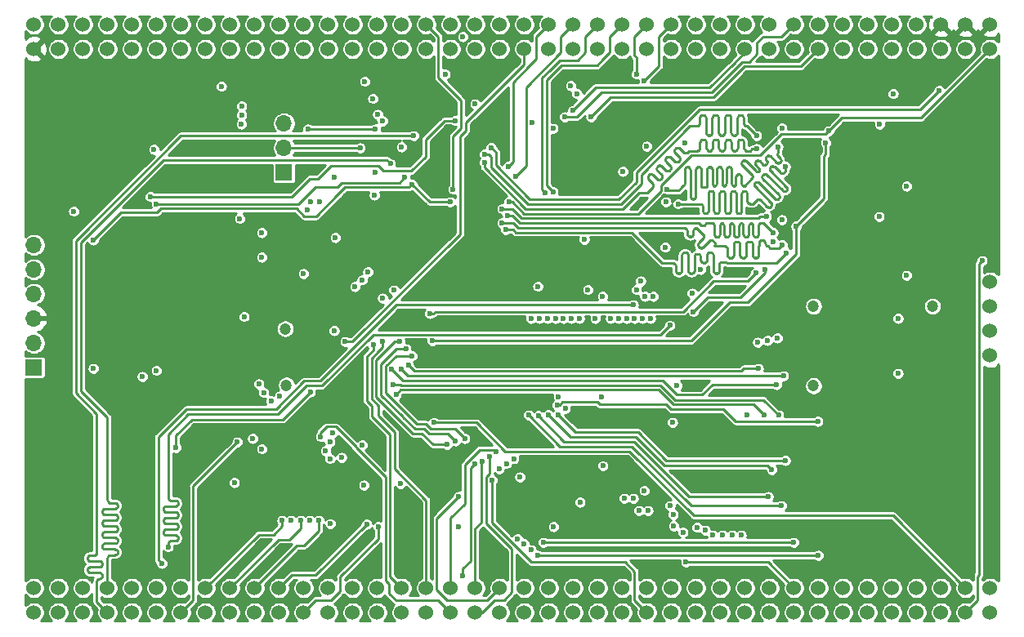
<source format=gbr>
G04 #@! TF.GenerationSoftware,KiCad,Pcbnew,(5.1.9)-1*
G04 #@! TF.CreationDate,2021-06-15T15:58:53-04:00*
G04 #@! TF.ProjectId,SuperVIC-STM32,53757065-7256-4494-932d-53544d33322e,rev?*
G04 #@! TF.SameCoordinates,Original*
G04 #@! TF.FileFunction,Copper,L3,Inr*
G04 #@! TF.FilePolarity,Positive*
%FSLAX46Y46*%
G04 Gerber Fmt 4.6, Leading zero omitted, Abs format (unit mm)*
G04 Created by KiCad (PCBNEW (5.1.9)-1) date 2021-06-15 15:58:53*
%MOMM*%
%LPD*%
G01*
G04 APERTURE LIST*
G04 #@! TA.AperFunction,ComponentPad*
%ADD10R,1.700000X1.700000*%
G04 #@! TD*
G04 #@! TA.AperFunction,ComponentPad*
%ADD11O,1.700000X1.700000*%
G04 #@! TD*
G04 #@! TA.AperFunction,ComponentPad*
%ADD12C,1.524000*%
G04 #@! TD*
G04 #@! TA.AperFunction,ViaPad*
%ADD13C,0.600000*%
G04 #@! TD*
G04 #@! TA.AperFunction,ViaPad*
%ADD14C,1.200000*%
G04 #@! TD*
G04 #@! TA.AperFunction,ViaPad*
%ADD15C,0.900000*%
G04 #@! TD*
G04 #@! TA.AperFunction,Conductor*
%ADD16C,0.288000*%
G04 #@! TD*
G04 #@! TA.AperFunction,Conductor*
%ADD17C,0.250000*%
G04 #@! TD*
G04 #@! TA.AperFunction,Conductor*
%ADD18C,0.238000*%
G04 #@! TD*
G04 #@! TA.AperFunction,Conductor*
%ADD19C,0.100000*%
G04 #@! TD*
G04 APERTURE END LIST*
D10*
X129540000Y-127000000D03*
D11*
X129540000Y-124460000D03*
X129540000Y-121920000D03*
X129540000Y-119380000D03*
X129540000Y-116840000D03*
X129540000Y-114300000D03*
D10*
X155448000Y-106794300D03*
D11*
X155448000Y-104254300D03*
X155448000Y-101714300D03*
D12*
X228600000Y-152400000D03*
X226060000Y-152400000D03*
X223520000Y-152400000D03*
X220980000Y-152400000D03*
X218440000Y-152400000D03*
X215900000Y-152400000D03*
X213360000Y-152400000D03*
X210820000Y-152400000D03*
X208280000Y-152400000D03*
X205740000Y-152400000D03*
X203200000Y-152400000D03*
X200660000Y-152400000D03*
X198120000Y-152400000D03*
X195580000Y-152400000D03*
X193040000Y-152400000D03*
X190500000Y-152400000D03*
X187960000Y-152400000D03*
X185420000Y-152400000D03*
X182880000Y-152400000D03*
X180340000Y-152400000D03*
X177800000Y-152400000D03*
X175260000Y-152400000D03*
X172720000Y-152400000D03*
X170180000Y-152400000D03*
X167640000Y-152400000D03*
X165100000Y-152400000D03*
X162560000Y-152400000D03*
X160020000Y-152400000D03*
X157480000Y-152400000D03*
X154940000Y-152400000D03*
X152400000Y-152400000D03*
X149860000Y-152400000D03*
X147320000Y-152400000D03*
X144780000Y-152400000D03*
X142240000Y-152400000D03*
X139700000Y-152400000D03*
X137160000Y-152400000D03*
X134620000Y-152400000D03*
X132080000Y-152400000D03*
X129540000Y-152400000D03*
X228600000Y-149860000D03*
X226060000Y-149860000D03*
X223520000Y-149860000D03*
X220980000Y-149860000D03*
X218440000Y-149860000D03*
X215900000Y-149860000D03*
X213360000Y-149860000D03*
X210820000Y-149860000D03*
X208280000Y-149860000D03*
X205740000Y-149860000D03*
X203200000Y-149860000D03*
X200660000Y-149860000D03*
X198120000Y-149860000D03*
X195580000Y-149860000D03*
X193040000Y-149860000D03*
X190500000Y-149860000D03*
X187960000Y-149860000D03*
X185420000Y-149860000D03*
X182880000Y-149860000D03*
X180340000Y-149860000D03*
X177800000Y-149860000D03*
X175260000Y-149860000D03*
X172720000Y-149860000D03*
X170180000Y-149860000D03*
X167640000Y-149860000D03*
X165100000Y-149860000D03*
X162560000Y-149860000D03*
X160020000Y-149860000D03*
X157480000Y-149860000D03*
X154940000Y-149860000D03*
X152400000Y-149860000D03*
X149860000Y-149860000D03*
X147320000Y-149860000D03*
X144780000Y-149860000D03*
X142240000Y-149860000D03*
X139700000Y-149860000D03*
X137160000Y-149860000D03*
X134620000Y-149860000D03*
X132080000Y-149860000D03*
X129540000Y-149860000D03*
X228600000Y-91440000D03*
X226060000Y-91440000D03*
X223520000Y-91440000D03*
X220980000Y-91440000D03*
X218440000Y-91440000D03*
X215900000Y-91440000D03*
X213360000Y-91440000D03*
X210820000Y-91440000D03*
X208280000Y-91440000D03*
X205740000Y-91440000D03*
X203200000Y-91440000D03*
X200660000Y-91440000D03*
X198120000Y-91440000D03*
X195580000Y-91440000D03*
X193040000Y-91440000D03*
X190500000Y-91440000D03*
X187960000Y-91440000D03*
X185420000Y-91440000D03*
X182880000Y-91440000D03*
X180340000Y-91440000D03*
X177800000Y-91440000D03*
X175260000Y-91440000D03*
X172720000Y-91440000D03*
X170180000Y-91440000D03*
X167640000Y-91440000D03*
X165100000Y-91440000D03*
X162560000Y-91440000D03*
X160020000Y-91440000D03*
X157480000Y-91440000D03*
X154940000Y-91440000D03*
X152400000Y-91440000D03*
X149860000Y-91440000D03*
X147320000Y-91440000D03*
X144780000Y-91440000D03*
X142240000Y-91440000D03*
X139700000Y-91440000D03*
X137160000Y-91440000D03*
X134620000Y-91440000D03*
X132080000Y-91440000D03*
X129540000Y-91440000D03*
X228600000Y-93980000D03*
X226060000Y-93980000D03*
X223520000Y-93980000D03*
X220980000Y-93980000D03*
X218440000Y-93980000D03*
X215900000Y-93980000D03*
X213360000Y-93980000D03*
X210820000Y-93980000D03*
X208280000Y-93980000D03*
X205740000Y-93980000D03*
X203200000Y-93980000D03*
X200660000Y-93980000D03*
X198120000Y-93980000D03*
X195580000Y-93980000D03*
X193040000Y-93980000D03*
X190500000Y-93980000D03*
X187960000Y-93980000D03*
X185420000Y-93980000D03*
X182880000Y-93980000D03*
X180340000Y-93980000D03*
X177800000Y-93980000D03*
X175260000Y-93980000D03*
X172720000Y-93980000D03*
X170180000Y-93980000D03*
X167640000Y-93980000D03*
X165100000Y-93980000D03*
X162560000Y-93980000D03*
X160020000Y-93980000D03*
X157480000Y-93980000D03*
X154940000Y-93980000D03*
X152400000Y-93980000D03*
X149860000Y-93980000D03*
X147320000Y-93980000D03*
X144780000Y-93980000D03*
X142240000Y-93980000D03*
X139700000Y-93980000D03*
X137160000Y-93980000D03*
X134620000Y-93980000D03*
X132080000Y-93980000D03*
X129540000Y-93980000D03*
X228600000Y-125730000D03*
X228600000Y-123190000D03*
X228600000Y-120650000D03*
X228600000Y-118110000D03*
D13*
X201358500Y-116840000D03*
D14*
X139065000Y-125730000D03*
D15*
X217170000Y-127635000D03*
D14*
X131445000Y-109855000D03*
D13*
X170835942Y-105029000D03*
X172720000Y-99695000D03*
X185483500Y-102235000D03*
X188277500Y-106553000D03*
X197358000Y-114173000D03*
X191198500Y-137160000D03*
X183388000Y-141033500D03*
X169555402Y-139011902D03*
X165163500Y-133985000D03*
X157543500Y-127635000D03*
D14*
X143446500Y-114300000D03*
D13*
X216979500Y-109283500D03*
X216916000Y-99631500D03*
X208407000Y-116903500D03*
X208153000Y-107378500D03*
X226885500Y-110363000D03*
X226949000Y-101092000D03*
X224028000Y-119062500D03*
X161861500Y-109220000D03*
X155702000Y-116840000D03*
X150740000Y-114309000D03*
D14*
X152717500Y-125730000D03*
X152724490Y-117214010D03*
D13*
X226949000Y-102743000D03*
D14*
X201358500Y-125730000D03*
D13*
X192650000Y-109610000D03*
X192976500Y-132080000D03*
X198183500Y-128905000D03*
X207010000Y-99584076D03*
X156999250Y-114390750D03*
D14*
X176530000Y-115506500D03*
X171640500Y-118046500D03*
X175450500Y-118935500D03*
X177419000Y-96139000D03*
X176466500Y-130683000D03*
X148272500Y-143954500D03*
X139636500Y-143510000D03*
D15*
X134556500Y-101473000D03*
X137223500Y-97980500D03*
X141478000Y-100330000D03*
X137350500Y-106489500D03*
X134683500Y-105854500D03*
X132016500Y-105283000D03*
X168656000Y-146685000D03*
X176657000Y-148082000D03*
X164973000Y-146240500D03*
X184213500Y-148209000D03*
D13*
X162306000Y-137414000D03*
X201930000Y-92773500D03*
X142684500Y-95694500D03*
X140144500Y-95694500D03*
X204470000Y-153035000D03*
X132016500Y-143573500D03*
X161295250Y-129725250D03*
X167894000Y-130429000D03*
X180467000Y-135001000D03*
X157543500Y-97536000D03*
X159956500Y-97345500D03*
X162433000Y-97320100D03*
X169037000Y-100330000D03*
X165652647Y-103740147D03*
X184150000Y-99060000D03*
X196723000Y-109347000D03*
X202438000Y-118795800D03*
X228447600Y-136067800D03*
X195821300Y-137833100D03*
X168541700Y-122783600D03*
X148818600Y-107365800D03*
X147815300Y-104241600D03*
X211785200Y-101219000D03*
X204152500Y-110794800D03*
X152819100Y-111328200D03*
X191135000Y-119697500D03*
X157099000Y-146177000D03*
X176720500Y-146494500D03*
X200215500Y-120650000D03*
X219075000Y-127635000D03*
X167640000Y-104140000D03*
X183324500Y-102235000D03*
X190563500Y-106680000D03*
X195008500Y-109855000D03*
X198628000Y-116840000D03*
X196151500Y-128905000D03*
X195707000Y-132715000D03*
X188483419Y-137208081D03*
X183388000Y-143510000D03*
X173525648Y-143510000D03*
X167513000Y-139065000D03*
X207021000Y-102182500D03*
X207021000Y-111707500D03*
D14*
X222631000Y-120650000D03*
X210312000Y-128905000D03*
X210312000Y-120650000D03*
D13*
X175260000Y-99695000D03*
X164826274Y-109131704D03*
X163576000Y-135035285D03*
X197737542Y-119315042D03*
X157480000Y-117284500D03*
D14*
X155575000Y-122999500D03*
D13*
X160782000Y-113538000D03*
D14*
X155696750Y-128846750D03*
D13*
X153162000Y-115570000D03*
X153162000Y-113030000D03*
X150304500Y-138938000D03*
X177736500Y-137541000D03*
X144272000Y-135318500D03*
X135699500Y-127127000D03*
X158178500Y-129540000D03*
X143446500Y-145605500D03*
X195421250Y-122650250D03*
X173164500Y-101409500D03*
X140779500Y-127952500D03*
X141605000Y-109283500D03*
X142811500Y-147320000D03*
X191643000Y-120523000D03*
X166465250Y-105886250D03*
X168910000Y-102997000D03*
X167957500Y-107315000D03*
X142240000Y-127317500D03*
X142240000Y-110045500D03*
X197866000Y-121221500D03*
X205295500Y-116840000D03*
X170561000Y-121412000D03*
X206121000Y-113982500D03*
X204343000Y-117221000D03*
X178424116Y-112723384D03*
X207518000Y-115125500D03*
X207066000Y-114307500D03*
X178054000Y-112014000D03*
X178625500Y-111252000D03*
X206121000Y-113030000D03*
X178054000Y-110553500D03*
X205422500Y-111379000D03*
X168719500Y-108013500D03*
X211899500Y-102489000D03*
X135699500Y-113792000D03*
X178752500Y-109855000D03*
X172656500Y-109855000D03*
X176212500Y-105727500D03*
X204406500Y-104330500D03*
X176212500Y-104902000D03*
X204406500Y-102997000D03*
X195135500Y-108521500D03*
X206636500Y-104132500D03*
X196278500Y-110045500D03*
X207391000Y-106172000D03*
X170977560Y-132725160D03*
X167068500Y-129794000D03*
X205168500Y-131953000D03*
X166751000Y-128778000D03*
X206692500Y-131953000D03*
X208508000Y-112357500D03*
X211582000Y-103695500D03*
X170815000Y-124231990D03*
X161798000Y-124333000D03*
X219075000Y-121920000D03*
X219964000Y-108204000D03*
X217170000Y-101790500D03*
X219964000Y-117475000D03*
X217106500Y-111379000D03*
X181787969Y-132003969D03*
X205613000Y-140398500D03*
X180784500Y-131953000D03*
X207010000Y-141351000D03*
X182816500Y-131889500D03*
X205994000Y-137604500D03*
X191960500Y-118935500D03*
X204533500Y-124396500D03*
X168338500Y-126746000D03*
X204597000Y-127127000D03*
X167576500Y-127190500D03*
X207200500Y-127889000D03*
X166624000Y-127190500D03*
X206502000Y-128778000D03*
X183832500Y-131889500D03*
X207391000Y-136652000D03*
X183768378Y-130873500D03*
X210756500Y-132588000D03*
X193718510Y-119634000D03*
X206565500Y-123952000D03*
X192849500Y-119634000D03*
X205549500Y-124206000D03*
X172148500Y-96583500D03*
X173990000Y-92710000D03*
X185347499Y-100384499D03*
X199072500Y-143891000D03*
X202819000Y-144399000D03*
X201866500Y-144399000D03*
X200914000Y-144399000D03*
X199898000Y-144399000D03*
X193421000Y-121920000D03*
X192595500Y-121920000D03*
X182308500Y-145161000D03*
X208280000Y-145161000D03*
X185801000Y-98615500D03*
X185166000Y-97790000D03*
X192405000Y-118046500D03*
X181165500Y-101600000D03*
X186563000Y-113728500D03*
X186944000Y-118935500D03*
X186055000Y-121920000D03*
X181737000Y-146494500D03*
X210820000Y-146494500D03*
X179895500Y-138366500D03*
X133667500Y-110807500D03*
X150876000Y-111569500D03*
X162814000Y-118618000D03*
X151042980Y-101766980D03*
X163554920Y-117919500D03*
X151066500Y-100838000D03*
X164147500Y-117094000D03*
X151066500Y-99885500D03*
X197104000Y-147193000D03*
X188341000Y-130048000D03*
X160655000Y-123190000D03*
X141986000Y-104394000D03*
X191770000Y-121920000D03*
X190944500Y-121920000D03*
X190119000Y-121920000D03*
X189293500Y-121920000D03*
X188468000Y-119634000D03*
X187706000Y-121920000D03*
X151320500Y-121729500D03*
X193040000Y-104076500D03*
X196977000Y-103695500D03*
X185229500Y-121920000D03*
X192786000Y-97282000D03*
X184404000Y-121920000D03*
X191960500Y-96583500D03*
X183578500Y-121920000D03*
X183324500Y-108775500D03*
X182753000Y-121920000D03*
X182499000Y-108902500D03*
X181927500Y-121920000D03*
X179451000Y-107188000D03*
X181038500Y-121920000D03*
X178689000Y-106172000D03*
X157861000Y-110680500D03*
X158178500Y-109791500D03*
X159131000Y-109791500D03*
X161417000Y-136334500D03*
X160210500Y-136461500D03*
X159766000Y-135636000D03*
X160210500Y-134747000D03*
X160528000Y-133794500D03*
X176911000Y-104203500D03*
X223329500Y-98298000D03*
X227774500Y-115951000D03*
X160655000Y-107315000D03*
X164909500Y-106743500D03*
X157924500Y-102298500D03*
X164909500Y-102298500D03*
X172974000Y-108521500D03*
X150622000Y-134747000D03*
X165227000Y-143510000D03*
X164020500Y-143256000D03*
X160242250Y-143224250D03*
X159067500Y-142875000D03*
X163830000Y-97345500D03*
X164655500Y-99123500D03*
X158115000Y-142875000D03*
X157162500Y-142875000D03*
X156210000Y-142875000D03*
X198247000Y-143573500D03*
X191643000Y-140589000D03*
X165163500Y-100774500D03*
X155257500Y-142875000D03*
X181760518Y-118594482D03*
X159258000Y-134175500D03*
X192214500Y-141859000D03*
X184594500Y-131254500D03*
X193167000Y-141859000D03*
X183896000Y-130048000D03*
X176720500Y-136207500D03*
X177419000Y-135763000D03*
X153162000Y-135445500D03*
X175958500Y-136779000D03*
X152209500Y-134366000D03*
X163731130Y-139227370D03*
X172339000Y-135001000D03*
X167449500Y-124333000D03*
X148971000Y-97853500D03*
X173228000Y-134620000D03*
X168084500Y-125095000D03*
X174180500Y-134366000D03*
X168719500Y-125793500D03*
X196786500Y-144081500D03*
X164695600Y-124673900D03*
X166814500Y-118999000D03*
X203390500Y-131953000D03*
X192786000Y-139763500D03*
X218567000Y-98615500D03*
X190690500Y-140589000D03*
X173545500Y-140398500D03*
X165671500Y-101473000D03*
X195834000Y-143446500D03*
X195770500Y-142240000D03*
X195453000Y-141351000D03*
X181038500Y-145923000D03*
X180340000Y-145288000D03*
X179641500Y-144780000D03*
X184531000Y-101028500D03*
X187261500Y-101028500D03*
X165671500Y-124333000D03*
X165671500Y-119824500D03*
X177033939Y-138679939D03*
X175196500Y-137033000D03*
X173990000Y-148590000D03*
X155003500Y-129984500D03*
X154134491Y-130472509D03*
X153352500Y-129603500D03*
X152844500Y-128714500D03*
X178498500Y-136969500D03*
X179251499Y-136470501D03*
X194945000Y-114536955D03*
X186118500Y-140970000D03*
X163334700Y-104254300D03*
D16*
X143455500Y-114309000D02*
X143446500Y-114300000D01*
X150740000Y-114309000D02*
X143455500Y-114309000D01*
X144272000Y-135318500D02*
X144272000Y-135318500D01*
X155321000Y-132397500D02*
X145931350Y-132397500D01*
X158178500Y-129540000D02*
X155321000Y-132397500D01*
X144272000Y-134056850D02*
X145931350Y-132397500D01*
X144272000Y-135318500D02*
X144272000Y-134056850D01*
X143446500Y-145605500D02*
X143446500Y-145605500D01*
X194483511Y-123587989D02*
X195421250Y-122650250D01*
X164702011Y-123587989D02*
X194483511Y-123587989D01*
X159394001Y-128895999D02*
X164702011Y-123587989D01*
X157743001Y-128895999D02*
X159394001Y-128895999D01*
X154813000Y-131826000D02*
X157743001Y-128895999D01*
X143051913Y-143134974D02*
X143013428Y-143096489D01*
X143097996Y-143163930D02*
X143051913Y-143134974D01*
X143149368Y-143181906D02*
X143097996Y-143163930D01*
X143203451Y-143188000D02*
X143149368Y-143181906D01*
X144182598Y-143188000D02*
X143203451Y-143188000D01*
X144312763Y-143217709D02*
X144249354Y-143195521D01*
X144417147Y-143300953D02*
X144369644Y-143253450D01*
X144482598Y-143488000D02*
X144475076Y-143421243D01*
X144475076Y-143554756D02*
X144482598Y-143488000D01*
X144452888Y-143618165D02*
X144475076Y-143554756D01*
X144417147Y-143675046D02*
X144452888Y-143618165D01*
X144369644Y-143722549D02*
X144417147Y-143675046D01*
X144312763Y-143758290D02*
X144369644Y-143722549D01*
X144249354Y-143780478D02*
X144312763Y-143758290D01*
X144182598Y-143788000D02*
X144249354Y-143780478D01*
X143149368Y-143794093D02*
X143203451Y-143788000D01*
X143097996Y-143812069D02*
X143149368Y-143794093D01*
X144249354Y-143195521D02*
X144182598Y-143188000D01*
X143051913Y-143841025D02*
X143097996Y-143812069D01*
X143013428Y-143879510D02*
X143051913Y-143841025D01*
X142960402Y-144144951D02*
X142960402Y-144031049D01*
X142984472Y-144250406D02*
X142966496Y-144199034D01*
X144312763Y-144958290D02*
X144369644Y-144922549D01*
X143013428Y-144296489D02*
X142984472Y-144250406D01*
X143203451Y-143788000D02*
X144182598Y-143788000D01*
X144182598Y-144988000D02*
X144249354Y-144980478D01*
X144417147Y-141275046D02*
X144452888Y-141218165D01*
X143097996Y-144363930D02*
X143051913Y-144334974D01*
X143746500Y-144988000D02*
X144182598Y-144988000D01*
X143476209Y-140618165D02*
X143454021Y-140554756D01*
X142966496Y-144199034D02*
X142960402Y-144144951D01*
X143446500Y-145605500D02*
X143446500Y-145288000D01*
X144182598Y-141388000D02*
X144249354Y-141380478D01*
X144369644Y-144922549D02*
X144417147Y-144875046D01*
X144249354Y-144980478D02*
X144312763Y-144958290D01*
X144475076Y-141021243D02*
X144452888Y-140957834D01*
X143679743Y-144995521D02*
X143746500Y-144988000D01*
X143511950Y-145100953D02*
X143559453Y-145053450D01*
X144452888Y-142157834D02*
X144417147Y-142100953D01*
X144475076Y-143421243D02*
X144452888Y-143357834D01*
X143616334Y-145017709D02*
X143679743Y-144995521D01*
X144182598Y-141988000D02*
X143203451Y-141988000D01*
X143559453Y-145053450D02*
X143616334Y-145017709D01*
X144312763Y-141358290D02*
X144369644Y-141322549D01*
X144452888Y-143357834D02*
X144417147Y-143300953D01*
X143476209Y-145157834D02*
X143511950Y-145100953D01*
X142984472Y-143925593D02*
X143013428Y-143879510D01*
X144182598Y-144388000D02*
X143203451Y-144388000D01*
X144369644Y-143253450D02*
X144312763Y-143217709D01*
X143051913Y-144334974D02*
X143013428Y-144296489D01*
X143446500Y-145288000D02*
X143454021Y-145221243D01*
X144312763Y-142017709D02*
X144249354Y-141995521D01*
X143454021Y-145221243D02*
X143476209Y-145157834D01*
X144417147Y-142100953D02*
X144369644Y-142053450D01*
X144417147Y-144875046D02*
X144452888Y-144818165D01*
X142960402Y-144031049D02*
X142966496Y-143976965D01*
X144452888Y-144818165D02*
X144475076Y-144754756D01*
X143203451Y-141988000D02*
X143149368Y-141981906D01*
X144475076Y-144621243D02*
X144452888Y-144557834D01*
X144475076Y-144754756D02*
X144482598Y-144688000D01*
X144482598Y-144688000D02*
X144475076Y-144621243D01*
X144452888Y-144557834D02*
X144417147Y-144500953D01*
X144417147Y-144500953D02*
X144369644Y-144453450D01*
X144312763Y-144417709D02*
X144249354Y-144395521D01*
X144369644Y-144453450D02*
X144312763Y-144417709D01*
X144249354Y-144395521D02*
X144182598Y-144388000D01*
X142966496Y-143976965D02*
X142984472Y-143925593D01*
X143203451Y-144388000D02*
X143149368Y-144381906D01*
X143149368Y-144381906D02*
X143097996Y-144363930D01*
X143013428Y-143096489D02*
X142984472Y-143050406D01*
X142984472Y-143050406D02*
X142966496Y-142999034D01*
X142966496Y-142999034D02*
X142960402Y-142944951D01*
X142960402Y-142944951D02*
X142960402Y-142831049D01*
X142960402Y-142831049D02*
X142966496Y-142776965D01*
X142966496Y-142776965D02*
X142984472Y-142725593D01*
X142984472Y-142725593D02*
X143013428Y-142679510D01*
X143013428Y-142679510D02*
X143051913Y-142641025D01*
X144482598Y-141088000D02*
X144475076Y-141021243D01*
X143051913Y-142641025D02*
X143097996Y-142612069D01*
X143097996Y-142612069D02*
X143149368Y-142594093D01*
X143149368Y-142594093D02*
X143203451Y-142588000D01*
X143203451Y-142588000D02*
X144182598Y-142588000D01*
X144182598Y-142588000D02*
X144249354Y-142580478D01*
X144249354Y-142580478D02*
X144312763Y-142558290D01*
X144312763Y-142558290D02*
X144369644Y-142522549D01*
X144369644Y-142522549D02*
X144417147Y-142475046D01*
X144417147Y-142475046D02*
X144452888Y-142418165D01*
X144452888Y-142418165D02*
X144475076Y-142354756D01*
X144475076Y-142354756D02*
X144482598Y-142288000D01*
X144482598Y-142288000D02*
X144475076Y-142221243D01*
X144475076Y-142221243D02*
X144452888Y-142157834D01*
X144369644Y-142053450D02*
X144312763Y-142017709D01*
X144249354Y-141995521D02*
X144182598Y-141988000D01*
X143149368Y-141981906D02*
X143097996Y-141963930D01*
X143097996Y-141963930D02*
X143051913Y-141934974D01*
X143051913Y-141934974D02*
X143013428Y-141896489D01*
X143013428Y-141896489D02*
X142984472Y-141850406D01*
X142984472Y-141850406D02*
X142966496Y-141799034D01*
X142966496Y-141799034D02*
X142960402Y-141744951D01*
X142960402Y-141744951D02*
X142960402Y-141631049D01*
X142960402Y-141631049D02*
X142966496Y-141576965D01*
X142966496Y-141576965D02*
X142984472Y-141525593D01*
X142984472Y-141525593D02*
X143013428Y-141479510D01*
X143013428Y-141479510D02*
X143051913Y-141441025D01*
X143051913Y-141441025D02*
X143097996Y-141412069D01*
X143097996Y-141412069D02*
X143149368Y-141394093D01*
X143149368Y-141394093D02*
X143203451Y-141388000D01*
X143203451Y-141388000D02*
X144182598Y-141388000D01*
X144249354Y-141380478D02*
X144312763Y-141358290D01*
X144369644Y-141322549D02*
X144417147Y-141275046D01*
X144452888Y-141218165D02*
X144475076Y-141154756D01*
X144475076Y-141154756D02*
X144482598Y-141088000D01*
X144452888Y-140957834D02*
X144417147Y-140900953D01*
X144417147Y-140900953D02*
X144369644Y-140853450D01*
X144369644Y-140853450D02*
X144312763Y-140817709D01*
X144312763Y-140817709D02*
X144249354Y-140795521D01*
X144249354Y-140795521D02*
X144182598Y-140788000D01*
X144182598Y-140788000D02*
X143746500Y-140788000D01*
X143746500Y-140788000D02*
X143679743Y-140780478D01*
X143679743Y-140780478D02*
X143616334Y-140758290D01*
X143616334Y-140758290D02*
X143559453Y-140722549D01*
X143559453Y-140722549D02*
X143511950Y-140675046D01*
X143511950Y-140675046D02*
X143476209Y-140618165D01*
X143454021Y-140554756D02*
X143446500Y-140488000D01*
X143446500Y-140488000D02*
X143446500Y-133921500D01*
X143446500Y-133921500D02*
X145542000Y-131826000D01*
X145542000Y-131826000D02*
X154813000Y-131826000D01*
X172085000Y-101409500D02*
X173164500Y-101409500D01*
X170116500Y-103378000D02*
X172085000Y-101409500D01*
X170116500Y-105156000D02*
X170116500Y-103378000D01*
X168656000Y-106616500D02*
X170116500Y-105156000D01*
X165735622Y-106616500D02*
X168656000Y-106616500D01*
X165218621Y-106099499D02*
X165735622Y-106616500D01*
X160346501Y-106099499D02*
X165218621Y-106099499D01*
X159004000Y-107442000D02*
X160346501Y-106099499D01*
X159004000Y-107442000D02*
X158115000Y-107442000D01*
X158115000Y-107442000D02*
X156273500Y-109283500D01*
X156273500Y-109283500D02*
X149288500Y-109283500D01*
X149288500Y-109283500D02*
X141605000Y-109283500D01*
X142811500Y-147320000D02*
X142811500Y-147320000D01*
X142430500Y-146939000D02*
X142811500Y-147320000D01*
X145331510Y-131337990D02*
X142430500Y-134239000D01*
X154610860Y-131337990D02*
X145331510Y-131337990D01*
X157540860Y-128407990D02*
X154610860Y-131337990D01*
X159183511Y-128407989D02*
X157540860Y-128407990D01*
X159246360Y-128353490D02*
X159238010Y-128353490D01*
X159238010Y-128353490D02*
X159183511Y-128407989D01*
X167076850Y-120523000D02*
X159246360Y-128353490D01*
X142430500Y-134239000D02*
X142430500Y-146939000D01*
X191643000Y-120523000D02*
X167076850Y-120523000D01*
X166103300Y-105524300D02*
X166465250Y-105886250D01*
X142942850Y-105524300D02*
X166103300Y-105524300D01*
X134409510Y-114057640D02*
X142942850Y-105524300D01*
X137160000Y-132215350D02*
X134409510Y-129464860D01*
X137160000Y-140748500D02*
X137160000Y-132215350D01*
X137167521Y-140815256D02*
X137160000Y-140748500D01*
X137189709Y-140878665D02*
X137167521Y-140815256D01*
X137225450Y-140935546D02*
X137189709Y-140878665D01*
X137393243Y-141040978D02*
X137329834Y-141018790D01*
X137460000Y-141048500D02*
X137393243Y-141040978D01*
X138047808Y-141078209D02*
X137984399Y-141056021D01*
X138152192Y-141161453D02*
X138104689Y-141113950D01*
X138187933Y-141218334D02*
X138152192Y-141161453D01*
X138210121Y-141281743D02*
X138187933Y-141218334D01*
X138217643Y-141348500D02*
X138210121Y-141281743D01*
X138210121Y-141415256D02*
X138217643Y-141348500D01*
X138187933Y-141478665D02*
X138210121Y-141415256D01*
X137917643Y-141648500D02*
X137984399Y-141640978D01*
X136881178Y-141648500D02*
X137917643Y-141648500D01*
X136760203Y-141676111D02*
X136819135Y-141655490D01*
X136707336Y-141709329D02*
X136760203Y-141676111D01*
X136629969Y-141806345D02*
X136663187Y-141753478D01*
X138187933Y-144818334D02*
X138152192Y-144761453D01*
X138210121Y-144881743D02*
X138187933Y-144818334D01*
X138217643Y-144948500D02*
X138210121Y-144881743D01*
X138187933Y-145078665D02*
X138210121Y-145015256D01*
X138047808Y-145218790D02*
X138104689Y-145183049D01*
X137917643Y-145248500D02*
X137984399Y-145240978D01*
X136602357Y-141969679D02*
X136602357Y-141927321D01*
X138152192Y-141535546D02*
X138187933Y-141478665D01*
X137917643Y-146448500D02*
X137984399Y-146440978D01*
X136819135Y-145255490D02*
X136881178Y-145248500D01*
X138210121Y-146215256D02*
X138217643Y-146148500D01*
X137460000Y-146448500D02*
X137917643Y-146448500D01*
X138152192Y-144761453D02*
X138104689Y-144713950D01*
X137272953Y-146513950D02*
X137329834Y-146478209D01*
X138047808Y-144678209D02*
X137984399Y-144656021D01*
X138104689Y-145183049D02*
X138152192Y-145135546D01*
X138152192Y-146335546D02*
X138187933Y-146278665D01*
X137189709Y-146618334D02*
X137225450Y-146561453D01*
X137272953Y-140983049D02*
X137225450Y-140935546D01*
X137329834Y-146478209D02*
X137393243Y-146456021D01*
X134409510Y-129464860D02*
X134409510Y-114057640D01*
X138047808Y-146418790D02*
X138104689Y-146383049D01*
X138152192Y-145135546D02*
X138187933Y-145078665D01*
X138187933Y-146278665D02*
X138210121Y-146215256D01*
X137393243Y-146456021D02*
X137460000Y-146448500D01*
X136707336Y-144587670D02*
X136663187Y-144543521D01*
X138104689Y-146383049D02*
X138152192Y-146335546D01*
X137917643Y-141048500D02*
X137460000Y-141048500D01*
X137225450Y-146561453D02*
X137272953Y-146513950D01*
X137917643Y-144648500D02*
X136881178Y-144648500D01*
X136663187Y-145353478D02*
X136707336Y-145309329D01*
X137160000Y-146748500D02*
X137167521Y-146681743D01*
X137984399Y-141056021D02*
X137917643Y-141048500D01*
X137160000Y-149860000D02*
X137160000Y-146748500D01*
X138104689Y-141113950D02*
X138047808Y-141078209D01*
X137984399Y-146440978D02*
X138047808Y-146418790D01*
X137329834Y-141018790D02*
X137272953Y-140983049D01*
X137167521Y-146681743D02*
X137189709Y-146618334D01*
X138217643Y-146148500D02*
X138210121Y-146081743D01*
X138210121Y-146081743D02*
X138187933Y-146018334D01*
X136663187Y-141753478D02*
X136707336Y-141709329D01*
X138152192Y-145961453D02*
X138104689Y-145913950D01*
X136760203Y-144620888D02*
X136707336Y-144587670D01*
X136629969Y-142090654D02*
X136609348Y-142031722D01*
X136881178Y-145248500D02*
X137917643Y-145248500D01*
X136760203Y-144076111D02*
X136819135Y-144055490D01*
X136819135Y-144055490D02*
X136881178Y-144048500D01*
X136881178Y-144048500D02*
X137917643Y-144048500D01*
X136629969Y-144490654D02*
X136609348Y-144431722D01*
X136609348Y-143065277D02*
X136629969Y-143006345D01*
X137917643Y-142248500D02*
X136881178Y-142248500D01*
X137917643Y-144048500D02*
X137984399Y-144040978D01*
X137984399Y-144040978D02*
X138047808Y-144018790D01*
X137984399Y-141640978D02*
X138047808Y-141618790D01*
X137984399Y-144656021D02*
X137917643Y-144648500D01*
X136760203Y-145820888D02*
X136707336Y-145787670D01*
X136602357Y-143169679D02*
X136602357Y-143127321D01*
X138047808Y-142278209D02*
X137984399Y-142256021D01*
X138047808Y-144018790D02*
X138104689Y-143983049D01*
X138104689Y-143983049D02*
X138152192Y-143935546D01*
X138152192Y-143935546D02*
X138187933Y-143878665D01*
X138187933Y-143878665D02*
X138210121Y-143815256D01*
X136881178Y-145848500D02*
X136819135Y-145841509D01*
X136629969Y-144206345D02*
X136663187Y-144153478D01*
X136629969Y-143006345D02*
X136663187Y-142953478D01*
X137984399Y-142840978D02*
X138047808Y-142818790D01*
X138210121Y-143815256D02*
X138217643Y-143748500D01*
X136760203Y-142220888D02*
X136707336Y-142187670D01*
X138217643Y-143748500D02*
X138210121Y-143681743D01*
X137984399Y-142256021D02*
X137917643Y-142248500D01*
X138210121Y-143681743D02*
X138187933Y-143618334D01*
X137984399Y-145856021D02*
X137917643Y-145848500D01*
X136609348Y-144265277D02*
X136629969Y-144206345D01*
X136629969Y-143290654D02*
X136609348Y-143231722D01*
X138047808Y-142818790D02*
X138104689Y-142783049D01*
X138187933Y-143618334D02*
X138152192Y-143561453D01*
X136629969Y-145690654D02*
X136609348Y-145631722D01*
X136819135Y-144641509D02*
X136760203Y-144620888D01*
X136707336Y-142909329D02*
X136760203Y-142876111D01*
X138152192Y-142735546D02*
X138187933Y-142678665D01*
X138152192Y-143561453D02*
X138104689Y-143513950D01*
X136819135Y-145841509D02*
X136760203Y-145820888D01*
X136602357Y-144369679D02*
X136602357Y-144327321D01*
X136819135Y-143441509D02*
X136760203Y-143420888D01*
X138152192Y-142361453D02*
X138104689Y-142313950D01*
X138104689Y-143513950D02*
X138047808Y-143478209D01*
X136663187Y-145743521D02*
X136629969Y-145690654D01*
X136609348Y-144431722D02*
X136602357Y-144369679D01*
X136881178Y-143448500D02*
X136819135Y-143441509D01*
X138104689Y-142313950D02*
X138047808Y-142278209D01*
X138047808Y-143478209D02*
X137984399Y-143456021D01*
X136881178Y-144648500D02*
X136819135Y-144641509D01*
X136609348Y-145631722D02*
X136602357Y-145569679D01*
X136609348Y-143231722D02*
X136602357Y-143169679D01*
X138187933Y-142678665D02*
X138210121Y-142615256D01*
X137984399Y-143456021D02*
X137917643Y-143448500D01*
X136602357Y-145569679D02*
X136602357Y-145527321D01*
X136663187Y-144543521D02*
X136629969Y-144490654D01*
X136760203Y-142876111D02*
X136819135Y-142855490D01*
X138217643Y-142548500D02*
X138210121Y-142481743D01*
X137917643Y-143448500D02*
X136881178Y-143448500D01*
X138187933Y-146018334D02*
X138152192Y-145961453D01*
X136707336Y-142187670D02*
X136663187Y-142143521D01*
X136760203Y-143420888D02*
X136707336Y-143387670D01*
X138210121Y-145015256D02*
X138217643Y-144948500D01*
X138210121Y-142481743D02*
X138187933Y-142418334D01*
X136819135Y-141655490D02*
X136881178Y-141648500D01*
X138104689Y-145913950D02*
X138047808Y-145878209D01*
X136707336Y-143387670D02*
X136663187Y-143343521D01*
X136707336Y-145309329D02*
X136760203Y-145276111D01*
X138210121Y-142615256D02*
X138217643Y-142548500D01*
X136707336Y-145787670D02*
X136663187Y-145743521D01*
X136609348Y-141865277D02*
X136629969Y-141806345D01*
X136663187Y-143343521D02*
X136629969Y-143290654D01*
X138047808Y-141618790D02*
X138104689Y-141583049D01*
X136602357Y-145527321D02*
X136609348Y-145465277D01*
X136663187Y-144153478D02*
X136707336Y-144109329D01*
X136602357Y-143127321D02*
X136609348Y-143065277D01*
X136881178Y-142248500D02*
X136819135Y-142241509D01*
X136602357Y-141927321D02*
X136609348Y-141865277D01*
X138047808Y-145878209D02*
X137984399Y-145856021D01*
X136663187Y-142953478D02*
X136707336Y-142909329D01*
X136609348Y-145465277D02*
X136629969Y-145406345D01*
X136602357Y-144327321D02*
X136609348Y-144265277D01*
X136663187Y-142143521D02*
X136629969Y-142090654D01*
X136819135Y-142855490D02*
X136881178Y-142848500D01*
X136760203Y-145276111D02*
X136819135Y-145255490D01*
X136819135Y-142241509D02*
X136760203Y-142220888D01*
X138104689Y-141583049D02*
X138152192Y-141535546D01*
X136629969Y-145406345D02*
X136663187Y-145353478D01*
X136707336Y-144109329D02*
X136760203Y-144076111D01*
X136881178Y-142848500D02*
X137917643Y-142848500D01*
X137984399Y-145240978D02*
X138047808Y-145218790D01*
X138104689Y-142783049D02*
X138152192Y-142735546D01*
X136609348Y-142031722D02*
X136602357Y-141969679D01*
X137917643Y-145848500D02*
X136881178Y-145848500D01*
X137917643Y-142848500D02*
X137984399Y-142840978D01*
X138104689Y-144713950D02*
X138047808Y-144678209D01*
X138187933Y-142418334D02*
X138152192Y-142361453D01*
X133921500Y-113855500D02*
X144780000Y-102997000D01*
X136053999Y-146188001D02*
X136053999Y-131799499D01*
X136046478Y-146254757D02*
X136053999Y-146188001D01*
X135753999Y-146488001D02*
X135820756Y-146480479D01*
X135374255Y-146488001D02*
X135753999Y-146488001D01*
X135139706Y-146600954D02*
X135187209Y-146553451D01*
X135139706Y-146975047D02*
X135103965Y-146918166D01*
X136024290Y-146318166D02*
X136046478Y-146254757D01*
X135244090Y-148258291D02*
X135187209Y-148222550D01*
X135374255Y-148288001D02*
X135307499Y-148280479D01*
X136053999Y-131799499D02*
X133921500Y-129667000D01*
X136053999Y-148288001D02*
X135374255Y-148288001D01*
X136408373Y-148305396D02*
X136343871Y-148298129D01*
X136469641Y-148326835D02*
X136408373Y-148305396D01*
X136570502Y-148407268D02*
X136524603Y-148361369D01*
X136605036Y-148462230D02*
X136570502Y-148407268D01*
X136343871Y-148298129D02*
X136053999Y-148298129D01*
X136633743Y-148588001D02*
X136626475Y-148523498D01*
X136605036Y-148734027D02*
X136626475Y-148672759D01*
X135074255Y-146788001D02*
X135081777Y-146721244D01*
X136626475Y-148523498D02*
X136605036Y-148462230D01*
X136633743Y-148608257D02*
X136633743Y-148588001D01*
X135081777Y-146854757D02*
X135074255Y-146788001D01*
X136633743Y-147377873D02*
X136626475Y-147313370D01*
X137160000Y-152400000D02*
X136053999Y-151293999D01*
X136524603Y-148361369D02*
X136469641Y-148326835D01*
X135374255Y-147088001D02*
X135307499Y-147080479D01*
X136053999Y-151293999D02*
X136053999Y-149188001D01*
X135187209Y-146553451D02*
X135244090Y-146517710D01*
X136570502Y-148788989D02*
X136605036Y-148734027D01*
X136408373Y-147095268D02*
X136343871Y-147088001D01*
X136053999Y-148298129D02*
X136053999Y-148288001D01*
X144780000Y-102997000D02*
X146494500Y-102997000D01*
X136053999Y-149188001D02*
X136061266Y-149123498D01*
X135244090Y-146517710D02*
X135307499Y-146495522D01*
X135307499Y-148280479D02*
X135244090Y-148258291D01*
X135941046Y-146422550D02*
X135988549Y-146375047D01*
X136061266Y-149123498D02*
X136082705Y-149062230D01*
X135187209Y-147022550D02*
X135139706Y-146975047D01*
X136082705Y-149062230D02*
X136117239Y-149007268D01*
X135244090Y-147058291D02*
X135187209Y-147022550D01*
X136626475Y-148672759D02*
X136633743Y-148608257D01*
X136163138Y-148961369D02*
X136218100Y-148926835D01*
X135103965Y-146657835D02*
X135139706Y-146600954D01*
X136279368Y-148905396D02*
X136408373Y-148890861D01*
X136469641Y-148869422D02*
X136524603Y-148834888D01*
X136343871Y-147088001D02*
X135374255Y-147088001D01*
X136524603Y-148834888D02*
X136570502Y-148788989D01*
X136218100Y-148926835D02*
X136279368Y-148905396D01*
X136117239Y-149007268D02*
X136163138Y-148961369D01*
X136408373Y-148890861D02*
X136469641Y-148869422D01*
X135187209Y-148222550D02*
X135139706Y-148175047D01*
X135307499Y-146495522D02*
X135374255Y-146488001D01*
X135139706Y-148175047D02*
X135103965Y-148118166D01*
X135103965Y-148118166D02*
X135081777Y-148054757D01*
X135081777Y-148054757D02*
X135074255Y-147988001D01*
X135307499Y-147080479D02*
X135244090Y-147058291D01*
X135187209Y-147753451D02*
X135244090Y-147717710D01*
X135988549Y-146375047D02*
X136024290Y-146318166D01*
X135074255Y-147988001D02*
X135081777Y-147921244D01*
X146494500Y-102997000D02*
X168910000Y-102997000D01*
X135081777Y-147921244D02*
X135103965Y-147857835D01*
X135103965Y-147857835D02*
X135139706Y-147800954D01*
X135139706Y-147800954D02*
X135187209Y-147753451D01*
X135244090Y-147717710D02*
X135307499Y-147695522D01*
X135307499Y-147695522D02*
X135374255Y-147688001D01*
X135374255Y-147688001D02*
X136343871Y-147688001D01*
X136343871Y-147688001D02*
X136408373Y-147680733D01*
X136408373Y-147680733D02*
X136469641Y-147659294D01*
X136469641Y-147659294D02*
X136524603Y-147624760D01*
X136524603Y-147624760D02*
X136570502Y-147578861D01*
X135081777Y-146721244D02*
X135103965Y-146657835D01*
X136570502Y-147578861D02*
X136605036Y-147523899D01*
X136605036Y-147523899D02*
X136626475Y-147462631D01*
X135103965Y-146918166D02*
X135081777Y-146854757D01*
X136626475Y-147462631D02*
X136633743Y-147398129D01*
X135884165Y-146458291D02*
X135941046Y-146422550D01*
X136633743Y-147398129D02*
X136633743Y-147377873D01*
X136626475Y-147313370D02*
X136605036Y-147252102D01*
X136605036Y-147252102D02*
X136570502Y-147197140D01*
X135820756Y-146480479D02*
X135884165Y-146458291D01*
X136570502Y-147197140D02*
X136524603Y-147151241D01*
X136524603Y-147151241D02*
X136469641Y-147116707D01*
X133921500Y-129667000D02*
X133921500Y-113855500D01*
X136469641Y-147116707D02*
X136408373Y-147095268D01*
X167957500Y-107315000D02*
X167884999Y-107387501D01*
X149288500Y-110045500D02*
X142240000Y-110045500D01*
X156971378Y-110045500D02*
X149288500Y-110045500D01*
X160972500Y-108331000D02*
X158685878Y-108331000D01*
X161460510Y-107842990D02*
X160972500Y-108331000D01*
X158685878Y-108331000D02*
X156971378Y-110045500D01*
X167429510Y-107842990D02*
X161460510Y-107842990D01*
X167957500Y-107315000D02*
X167429510Y-107842990D01*
X205295500Y-116840000D02*
X205295500Y-116840000D01*
X205295500Y-117221622D02*
X205295500Y-116840000D01*
X202752812Y-119764310D02*
X205295500Y-117221622D01*
X199323190Y-119764310D02*
X202752812Y-119764310D01*
X197866000Y-121221500D02*
X199323190Y-119764310D01*
X204343000Y-117221000D02*
X204343000Y-117221000D01*
X204343000Y-117221000D02*
X204343000Y-117221000D01*
X170561000Y-121412000D02*
X170942000Y-121412000D01*
X170624500Y-121412000D02*
X170942000Y-121412000D01*
X203517500Y-118046500D02*
X204343000Y-117221000D01*
X199961500Y-118046500D02*
X203517500Y-118046500D01*
X170942000Y-121412000D02*
X171132500Y-121221500D01*
X196786500Y-121221500D02*
X199961500Y-118046500D01*
X171132500Y-121221500D02*
X196786500Y-121221500D01*
X201344299Y-116165399D02*
X206478101Y-116165399D01*
X201332920Y-116164116D02*
X201344299Y-116165399D01*
X201298227Y-116136450D02*
X201304320Y-116146146D01*
X201288100Y-116092076D02*
X201291881Y-116102884D01*
X201282007Y-116082380D02*
X201288100Y-116092076D01*
X201273911Y-116074284D02*
X201282007Y-116082380D01*
X201264215Y-116068191D02*
X201273911Y-116074284D01*
X201253407Y-116064410D02*
X201264215Y-116068191D01*
X200694299Y-116063128D02*
X201242029Y-116063128D01*
X197969299Y-116942670D02*
X197969299Y-115538128D01*
X197961150Y-117014990D02*
X197969299Y-116942670D01*
X197846933Y-117196766D02*
X197898394Y-117145305D01*
X197785311Y-117235485D02*
X197846933Y-117196766D01*
X197644299Y-117267670D02*
X197716618Y-117259522D01*
X197571979Y-117259522D02*
X197644299Y-117267670D01*
X197441664Y-117196766D02*
X197503286Y-117235485D01*
X197351484Y-117083683D02*
X197390203Y-117145305D01*
X197319299Y-116942670D02*
X197327447Y-117014990D01*
X197248394Y-115185493D02*
X197287113Y-115247115D01*
X197135311Y-115095313D02*
X197196933Y-115134032D01*
X196994299Y-115063128D02*
X197066618Y-115071276D01*
X196921979Y-115071276D02*
X196994299Y-115063128D01*
X196853286Y-115095313D02*
X196921979Y-115071276D01*
X196791664Y-115134032D02*
X196853286Y-115095313D01*
X197319299Y-115388128D02*
X197319299Y-116942670D01*
X196011150Y-116418080D02*
X196019299Y-116490399D01*
X197716618Y-117259522D02*
X197785311Y-117235485D01*
X196416618Y-117259522D02*
X196485311Y-117235485D01*
X200662416Y-116074284D02*
X200672112Y-116068191D01*
X195987113Y-116349387D02*
X196011150Y-116418080D01*
X197327447Y-117014990D02*
X197351484Y-117083683D01*
X196141664Y-117196766D02*
X196203286Y-117235485D01*
X200569299Y-116165399D02*
X200643164Y-116165399D01*
X196637113Y-117083683D02*
X196661150Y-117014990D01*
X196677447Y-115315808D02*
X196701484Y-115247115D01*
X195896933Y-116236304D02*
X195948394Y-116287765D01*
X200648227Y-116092076D02*
X200654320Y-116082380D01*
X197390203Y-117145305D02*
X197441664Y-117196766D01*
X196019299Y-116490399D02*
X196019299Y-116942670D01*
X200498394Y-117145305D02*
X200537113Y-117083683D01*
X195835311Y-116197585D02*
X195896933Y-116236304D01*
X200244299Y-117267670D02*
X200316618Y-117259522D01*
X195694299Y-116165399D02*
X195766618Y-116173548D01*
X200644446Y-116102884D02*
X200648227Y-116092076D01*
X197066618Y-115071276D02*
X197135311Y-115095313D01*
X195948394Y-116287765D02*
X195987113Y-116349387D01*
X199848394Y-115185493D02*
X199887113Y-115247115D01*
X179494518Y-113010018D02*
X191496019Y-113010019D01*
X206478101Y-116165399D02*
X207518000Y-115125500D01*
X200041664Y-117196766D02*
X200103286Y-117235485D01*
X191496019Y-113010019D02*
X194651399Y-116165399D01*
X199919299Y-115388128D02*
X199919299Y-116942670D01*
X197196933Y-115134032D02*
X197248394Y-115185493D01*
X194651399Y-116165399D02*
X195694299Y-116165399D01*
X199927447Y-117014990D02*
X199951484Y-117083683D01*
X201242029Y-116063128D02*
X201253407Y-116064410D01*
X179207884Y-112723384D02*
X179494518Y-113010018D01*
X199594299Y-115063128D02*
X199666618Y-115071276D01*
X200316618Y-117259522D02*
X200385311Y-117235485D01*
X197937113Y-117083683D02*
X197961150Y-117014990D01*
X196090203Y-117145305D02*
X196141664Y-117196766D01*
X196669299Y-115388128D02*
X196677447Y-115315808D01*
X195766618Y-116173548D02*
X195835311Y-116197585D01*
X197287113Y-115247115D02*
X197311150Y-115315808D01*
X196344299Y-117267670D02*
X196416618Y-117259522D01*
X199911150Y-115315808D02*
X199919299Y-115388128D01*
X197503286Y-117235485D02*
X197571979Y-117259522D01*
X196019299Y-116942670D02*
X196027447Y-117014990D01*
X196027447Y-117014990D02*
X196051484Y-117083683D01*
X196661150Y-117014990D02*
X196669299Y-116942670D01*
X197898394Y-117145305D02*
X197937113Y-117083683D01*
X196051484Y-117083683D02*
X196090203Y-117145305D01*
X196598394Y-117145305D02*
X196637113Y-117083683D01*
X199340203Y-115185493D02*
X199391664Y-115134032D01*
X196740203Y-115185493D02*
X196791664Y-115134032D01*
X196203286Y-117235485D02*
X196271979Y-117259522D01*
X200654320Y-116082380D02*
X200662416Y-116074284D01*
X197311150Y-115315808D02*
X197319299Y-115388128D01*
X196271979Y-117259522D02*
X196344299Y-117267670D01*
X201304320Y-116146146D02*
X201312416Y-116154242D01*
X199887113Y-115247115D02*
X199911150Y-115315808D01*
X197969299Y-115538128D02*
X197977447Y-115465808D01*
X196485311Y-117235485D02*
X196546933Y-117196766D01*
X199301484Y-115247115D02*
X199340203Y-115185493D01*
X196701484Y-115247115D02*
X196740203Y-115185493D01*
X196546933Y-117196766D02*
X196598394Y-117145305D01*
X199277447Y-115315808D02*
X199301484Y-115247115D01*
X196669299Y-116942670D02*
X196669299Y-115388128D01*
X197977447Y-115465808D02*
X198001484Y-115397115D01*
X198001484Y-115397115D02*
X198040203Y-115335493D01*
X198040203Y-115335493D02*
X198091664Y-115284032D01*
X198091664Y-115284032D02*
X198153286Y-115245313D01*
X198153286Y-115245313D02*
X198221979Y-115221276D01*
X198221979Y-115221276D02*
X198294299Y-115213128D01*
X198294299Y-115213128D02*
X198366618Y-115221276D01*
X198366618Y-115221276D02*
X198435311Y-115245313D01*
X198435311Y-115245313D02*
X198496933Y-115284032D01*
X198496933Y-115284032D02*
X198548394Y-115335493D01*
X198548394Y-115335493D02*
X198587113Y-115397115D01*
X198587113Y-115397115D02*
X198611150Y-115465808D01*
X198611150Y-115465808D02*
X198619299Y-115538128D01*
X198619299Y-115538128D02*
X198619299Y-115840399D01*
X198619299Y-115840399D02*
X198627447Y-115912718D01*
X198627447Y-115912718D02*
X198651484Y-115981411D01*
X198651484Y-115981411D02*
X198690203Y-116043033D01*
X198690203Y-116043033D02*
X198741664Y-116094494D01*
X198741664Y-116094494D02*
X198803286Y-116133213D01*
X198803286Y-116133213D02*
X198871979Y-116157250D01*
X198871979Y-116157250D02*
X198944299Y-116165399D01*
X198944299Y-116165399D02*
X199016618Y-116157250D01*
X199016618Y-116157250D02*
X199085311Y-116133213D01*
X199085311Y-116133213D02*
X199146933Y-116094494D01*
X199146933Y-116094494D02*
X199198394Y-116043033D01*
X199198394Y-116043033D02*
X199237113Y-115981411D01*
X199237113Y-115981411D02*
X199261150Y-115912718D01*
X199261150Y-115912718D02*
X199269299Y-115840399D01*
X199269299Y-115840399D02*
X199269299Y-115388128D01*
X199269299Y-115388128D02*
X199277447Y-115315808D01*
X201294446Y-116125642D02*
X201298227Y-116136450D01*
X199391664Y-115134032D02*
X199453286Y-115095313D01*
X199453286Y-115095313D02*
X199521979Y-115071276D01*
X199521979Y-115071276D02*
X199594299Y-115063128D01*
X199666618Y-115071276D02*
X199735311Y-115095313D01*
X199735311Y-115095313D02*
X199796933Y-115134032D01*
X199796933Y-115134032D02*
X199848394Y-115185493D01*
X178424116Y-112723384D02*
X179207884Y-112723384D01*
X199919299Y-116942670D02*
X199927447Y-117014990D01*
X199951484Y-117083683D02*
X199990203Y-117145305D01*
X199990203Y-117145305D02*
X200041664Y-117196766D01*
X200103286Y-117235485D02*
X200171979Y-117259522D01*
X200171979Y-117259522D02*
X200244299Y-117267670D01*
X201291881Y-116102884D02*
X201294446Y-116125642D01*
X200385311Y-117235485D02*
X200446933Y-117196766D01*
X200446933Y-117196766D02*
X200498394Y-117145305D01*
X200537113Y-117083683D02*
X200561150Y-117014990D01*
X200561150Y-117014990D02*
X200569299Y-116942670D01*
X201322112Y-116160335D02*
X201332920Y-116164116D01*
X200569299Y-116942670D02*
X200569299Y-116165399D01*
X200643164Y-116165399D02*
X200643164Y-116114264D01*
X201312416Y-116154242D02*
X201322112Y-116160335D01*
X200643164Y-116114264D02*
X200644446Y-116102884D01*
X200672112Y-116068191D02*
X200682920Y-116064410D01*
X200682920Y-116064410D02*
X200694299Y-116063128D01*
X179188650Y-112014000D02*
X178054000Y-112014000D01*
X179696659Y-112522009D02*
X179188650Y-112014000D01*
X196883509Y-112522009D02*
X179696659Y-112522009D01*
X196955828Y-112530158D02*
X196883509Y-112522009D01*
X197024521Y-112554195D02*
X196955828Y-112530158D01*
X197086143Y-112592914D02*
X197024521Y-112554195D01*
X197137604Y-112644375D02*
X197086143Y-112592914D01*
X197176323Y-112705997D02*
X197137604Y-112644375D01*
X197200360Y-112774690D02*
X197176323Y-112705997D01*
X197208509Y-112847009D02*
X197200360Y-112774690D01*
X197208509Y-113127836D02*
X197208509Y-112847009D01*
X197216657Y-113200156D02*
X197208509Y-113127836D01*
X197240694Y-113268849D02*
X197216657Y-113200156D01*
X197279413Y-113330471D02*
X197240694Y-113268849D01*
X197330874Y-113381932D02*
X197279413Y-113330471D01*
X197392496Y-113420651D02*
X197330874Y-113381932D01*
X197461189Y-113444688D02*
X197392496Y-113420651D01*
X197533509Y-113452836D02*
X197461189Y-113444688D01*
X197605828Y-113444688D02*
X197533509Y-113452836D01*
X197674521Y-113420651D02*
X197605828Y-113444688D01*
X197736143Y-113381932D02*
X197674521Y-113420651D01*
X197787604Y-113330471D02*
X197736143Y-113381932D01*
X197826323Y-113268849D02*
X197787604Y-113330471D01*
X197850360Y-113200156D02*
X197826323Y-113268849D01*
X197858509Y-113127836D02*
X197850360Y-113200156D01*
X197858509Y-112847009D02*
X197858509Y-113127836D01*
X197866657Y-112774690D02*
X197858509Y-112847009D01*
X197890694Y-112705997D02*
X197866657Y-112774690D01*
X197929413Y-112644375D02*
X197890694Y-112705997D01*
X197980874Y-112592914D02*
X197929413Y-112644375D01*
X198042496Y-112554195D02*
X197980874Y-112592914D01*
X198111189Y-112530158D02*
X198042496Y-112554195D01*
X198183509Y-112522009D02*
X198111189Y-112530158D01*
X198851062Y-113189561D02*
X198183509Y-112522009D01*
X198896438Y-113246461D02*
X198851062Y-113189561D01*
X198928015Y-113312030D02*
X198896438Y-113246461D01*
X198944208Y-113382982D02*
X198928015Y-113312030D01*
X198944209Y-113455760D02*
X198944208Y-113382982D01*
X198928015Y-113526712D02*
X198944209Y-113455760D01*
X198896437Y-113592281D02*
X198928015Y-113526712D01*
X198851062Y-113649181D02*
X198896437Y-113592281D01*
X198440355Y-114059887D02*
X198851062Y-113649181D01*
X198394980Y-114116787D02*
X198440355Y-114059887D01*
X198363402Y-114182356D02*
X198394980Y-114116787D01*
X198347208Y-114253308D02*
X198363402Y-114182356D01*
X198347209Y-114326086D02*
X198347208Y-114253308D01*
X198363403Y-114397038D02*
X198347209Y-114326086D01*
X198394979Y-114462607D02*
X198363403Y-114397038D01*
X198440355Y-114519507D02*
X198394979Y-114462607D01*
X198497255Y-114564884D02*
X198440355Y-114519507D01*
X198562825Y-114596460D02*
X198497255Y-114564884D01*
X198633776Y-114612654D02*
X198562825Y-114596460D01*
X198706554Y-114612655D02*
X198633776Y-114612654D01*
X198777505Y-114596459D02*
X198706554Y-114612655D01*
X198843075Y-114564883D02*
X198777505Y-114596459D01*
X198899975Y-114519508D02*
X198843075Y-114564883D01*
X199540491Y-113878991D02*
X198899975Y-114519508D01*
X199547269Y-113885770D02*
X199540491Y-113878991D01*
X199628879Y-113804160D02*
X199547269Y-113885770D01*
X199649086Y-113788046D02*
X199628879Y-113804160D01*
X199672371Y-113776833D02*
X199649086Y-113788046D01*
X199697567Y-113771082D02*
X199672371Y-113776833D01*
X199723412Y-113771082D02*
X199697567Y-113771082D01*
X199748608Y-113776833D02*
X199723412Y-113771082D01*
X199771893Y-113788046D02*
X199748608Y-113776833D01*
X203337378Y-114186586D02*
X203337378Y-115332827D01*
X203343405Y-114133089D02*
X203337378Y-114186586D01*
X203361186Y-114082274D02*
X203343405Y-114133089D01*
X203389828Y-114036690D02*
X203361186Y-114082274D01*
X203427895Y-113998623D02*
X203389828Y-114036690D01*
X203473479Y-113969981D02*
X203427895Y-113998623D01*
X200115827Y-114144052D02*
X200104614Y-114120767D01*
X203524294Y-113952200D02*
X203473479Y-113969981D01*
X203577791Y-113946173D02*
X203524294Y-113952200D01*
X203746965Y-113946173D02*
X203577791Y-113946173D01*
X203800461Y-113952200D02*
X203746965Y-113946173D01*
X200104614Y-114120767D02*
X200088500Y-114100561D01*
X203337378Y-115332827D02*
X203329229Y-115405147D01*
X203851276Y-113969981D02*
X203800461Y-113952200D01*
X203963569Y-114082274D02*
X203934927Y-114036690D01*
X203934927Y-114036690D02*
X203896860Y-113998623D01*
X201316473Y-114549366D02*
X201265012Y-114497905D01*
X203987378Y-114186586D02*
X203981350Y-114133089D01*
X203987378Y-115332827D02*
X203987378Y-114186586D01*
X203995526Y-115405147D02*
X203987378Y-115332827D01*
X204019563Y-115473840D02*
X203995526Y-115405147D01*
X204058282Y-115535462D02*
X204019563Y-115473840D01*
X204109743Y-115586923D02*
X204058282Y-115535462D01*
X204171365Y-115625642D02*
X204109743Y-115586923D01*
X204240058Y-115649679D02*
X204171365Y-115625642D01*
X204312378Y-115657827D02*
X204240058Y-115649679D01*
X204384697Y-115649679D02*
X204312378Y-115657827D01*
X204453390Y-115625642D02*
X204384697Y-115649679D01*
X204515012Y-115586923D02*
X204453390Y-115625642D01*
X204566473Y-115535462D02*
X204515012Y-115586923D01*
X204605192Y-115473840D02*
X204566473Y-115535462D01*
X200121578Y-114169248D02*
X200115827Y-114144052D01*
X205228151Y-113914929D02*
X205178208Y-113864986D01*
X205289056Y-114041400D02*
X205265729Y-113974733D01*
X205265729Y-113974733D02*
X205228151Y-113914929D01*
X199792099Y-113804160D02*
X199771893Y-113788046D01*
X205304873Y-114181772D02*
X205289056Y-114041400D01*
X205328200Y-114248439D02*
X205304873Y-114181772D01*
X205811879Y-114626501D02*
X205612378Y-114427000D01*
X203896860Y-113998623D02*
X203851276Y-113969981D01*
X205415721Y-114358186D02*
X205365778Y-114308243D01*
X204962378Y-113796173D02*
X204892192Y-113804081D01*
X203981350Y-114133089D02*
X203963569Y-114082274D01*
X204825525Y-113827408D02*
X204765721Y-113864986D01*
X205542192Y-114419091D02*
X205475525Y-114395764D01*
X205475525Y-114395764D02*
X205415721Y-114358186D01*
X205612378Y-114427000D02*
X205542192Y-114419091D01*
X204654873Y-114041400D02*
X204646965Y-114111587D01*
X204715778Y-113914929D02*
X204678200Y-113974733D01*
X205365778Y-114308243D02*
X205328200Y-114248439D01*
X204892192Y-113804081D02*
X204825525Y-113827408D01*
X206746999Y-114626501D02*
X205811879Y-114626501D01*
X207066000Y-114307500D02*
X206746999Y-114626501D01*
X205178208Y-113864986D02*
X205118404Y-113827408D01*
X205118404Y-113827408D02*
X205051737Y-113804081D01*
X205051737Y-113804081D02*
X204981552Y-113796173D01*
X204678200Y-113974733D02*
X204654873Y-114041400D01*
X204981552Y-113796173D02*
X204962378Y-113796173D01*
X204765721Y-113864986D02*
X204715778Y-113914929D01*
X200088500Y-114100561D02*
X199792099Y-113804160D01*
X204646965Y-114111587D02*
X204646965Y-114427000D01*
X204637378Y-115332827D02*
X204629229Y-115405147D01*
X204646965Y-114427000D02*
X204637378Y-114427000D01*
X204637378Y-114427000D02*
X204637378Y-115332827D01*
X204629229Y-115405147D02*
X204605192Y-115473840D01*
X203329229Y-115405147D02*
X203305192Y-115473840D01*
X203305192Y-115473840D02*
X203266473Y-115535462D01*
X203266473Y-115535462D02*
X203215012Y-115586923D01*
X203215012Y-115586923D02*
X203153390Y-115625642D01*
X203153390Y-115625642D02*
X203084697Y-115649679D01*
X203084697Y-115649679D02*
X203012378Y-115657827D01*
X203012378Y-115657827D02*
X202940058Y-115649679D01*
X202940058Y-115649679D02*
X202871365Y-115625642D01*
X202871365Y-115625642D02*
X202809743Y-115586923D01*
X202809743Y-115586923D02*
X202758282Y-115535462D01*
X202758282Y-115535462D02*
X202719563Y-115473840D01*
X202719563Y-115473840D02*
X202695526Y-115405147D01*
X202695526Y-115405147D02*
X202687378Y-115332827D01*
X202687378Y-115332827D02*
X202687378Y-114211586D01*
X202687378Y-114211586D02*
X202681977Y-114163652D01*
X202681977Y-114163652D02*
X202666045Y-114118121D01*
X202666045Y-114118121D02*
X202640381Y-114077278D01*
X202640381Y-114077278D02*
X202606272Y-114043169D01*
X202606272Y-114043169D02*
X202565429Y-114017505D01*
X202565429Y-114017505D02*
X202519898Y-114001573D01*
X202519898Y-114001573D02*
X202471965Y-113996173D01*
X202471965Y-113996173D02*
X202252791Y-113996173D01*
X202252791Y-113996173D02*
X202204857Y-114001573D01*
X202204857Y-114001573D02*
X202159326Y-114017505D01*
X202159326Y-114017505D02*
X202118483Y-114043169D01*
X202118483Y-114043169D02*
X202084374Y-114077278D01*
X202084374Y-114077278D02*
X202058710Y-114118121D01*
X202058710Y-114118121D02*
X202042778Y-114163652D01*
X202042778Y-114163652D02*
X202037378Y-114211586D01*
X202037378Y-114211586D02*
X202037378Y-115332827D01*
X202037378Y-115332827D02*
X202029229Y-115405147D01*
X202029229Y-115405147D02*
X202005192Y-115473840D01*
X202005192Y-115473840D02*
X201966473Y-115535462D01*
X201966473Y-115535462D02*
X201915012Y-115586923D01*
X201915012Y-115586923D02*
X201853390Y-115625642D01*
X201853390Y-115625642D02*
X201784697Y-115649679D01*
X201784697Y-115649679D02*
X201712378Y-115657827D01*
X201712378Y-115657827D02*
X201640058Y-115649679D01*
X201640058Y-115649679D02*
X201571365Y-115625642D01*
X201571365Y-115625642D02*
X201509743Y-115586923D01*
X201509743Y-115586923D02*
X201458282Y-115535462D01*
X201458282Y-115535462D02*
X201419563Y-115473840D01*
X201419563Y-115473840D02*
X201395526Y-115405147D01*
X201395526Y-115405147D02*
X201387378Y-115332827D01*
X201387378Y-115332827D02*
X201387378Y-114752000D01*
X201387378Y-114752000D02*
X201379229Y-114679681D01*
X201379229Y-114679681D02*
X201355192Y-114610988D01*
X201355192Y-114610988D02*
X201316473Y-114549366D01*
X201265012Y-114497905D02*
X201203390Y-114459186D01*
X201203390Y-114459186D02*
X201134697Y-114435149D01*
X201134697Y-114435149D02*
X201062378Y-114427000D01*
X201062378Y-114427000D02*
X200088500Y-114427000D01*
X200088500Y-114427000D02*
X200072386Y-114406794D01*
X200072386Y-114406794D02*
X200061172Y-114383509D01*
X200061172Y-114383509D02*
X200055422Y-114358312D01*
X200055422Y-114358312D02*
X200055422Y-114332468D01*
X200055422Y-114332468D02*
X200061172Y-114307272D01*
X200061172Y-114307272D02*
X200072386Y-114283987D01*
X200072386Y-114283987D02*
X200104614Y-114243574D01*
X200104614Y-114243574D02*
X200115827Y-114220289D01*
X200115827Y-114220289D02*
X200121578Y-114195093D01*
X200121578Y-114195093D02*
X200121578Y-114169248D01*
X205124990Y-112033990D02*
X206121000Y-113030000D01*
X204894510Y-112033990D02*
X205124990Y-112033990D01*
X204830423Y-112041211D02*
X204894510Y-112033990D01*
X204769551Y-112062511D02*
X204830423Y-112041211D01*
X204714944Y-112096823D02*
X204769551Y-112062511D01*
X204669342Y-112142425D02*
X204714944Y-112096823D01*
X204635030Y-112197032D02*
X204669342Y-112142425D01*
X204613730Y-112257904D02*
X204635030Y-112197032D01*
X204606510Y-112321990D02*
X204613730Y-112257904D01*
X204606510Y-113174858D02*
X204606510Y-112321990D01*
X204599289Y-113238945D02*
X204606510Y-113174858D01*
X204577989Y-113299817D02*
X204599289Y-113238945D01*
X204543677Y-113354424D02*
X204577989Y-113299817D01*
X204498075Y-113400026D02*
X204543677Y-113354424D01*
X204443468Y-113434338D02*
X204498075Y-113400026D01*
X204382596Y-113455638D02*
X204443468Y-113434338D01*
X204318510Y-113462858D02*
X204382596Y-113455638D01*
X204254423Y-113455638D02*
X204318510Y-113462858D01*
X204193551Y-113434338D02*
X204254423Y-113455638D01*
X204138944Y-113400026D02*
X204193551Y-113434338D01*
X204093342Y-113354424D02*
X204138944Y-113400026D01*
X204059030Y-113299817D02*
X204093342Y-113354424D01*
X204037730Y-113238945D02*
X204059030Y-113299817D01*
X204030510Y-113174858D02*
X204037730Y-113238945D01*
X204030510Y-112321990D02*
X204030510Y-113174858D01*
X204023289Y-112257904D02*
X204030510Y-112321990D01*
X204001989Y-112197032D02*
X204023289Y-112257904D01*
X203967677Y-112142425D02*
X204001989Y-112197032D01*
X203922075Y-112096823D02*
X203967677Y-112142425D01*
X203867468Y-112062511D02*
X203922075Y-112096823D01*
X203806596Y-112041211D02*
X203867468Y-112062511D01*
X203742510Y-112033990D02*
X203806596Y-112041211D01*
X203894510Y-112062260D02*
X203742510Y-112062260D01*
X203830423Y-112041211D02*
X203894510Y-112033990D01*
X203769551Y-112062511D02*
X203830423Y-112041211D01*
X203714944Y-112096823D02*
X203769551Y-112062511D01*
X203669342Y-112142425D02*
X203714944Y-112096823D01*
X203635030Y-112197032D02*
X203669342Y-112142425D01*
X203613730Y-112257904D02*
X203635030Y-112197032D01*
X203606510Y-112321990D02*
X203613730Y-112257904D01*
X203606510Y-113174858D02*
X203606510Y-112321990D01*
X203599289Y-113238945D02*
X203606510Y-113174858D01*
X203577989Y-113299817D02*
X203599289Y-113238945D01*
X201001989Y-112197032D02*
X201023289Y-112257904D01*
X200867468Y-112062511D02*
X200922075Y-112096823D01*
X200742510Y-112033990D02*
X200806596Y-112041211D01*
X200893280Y-112067340D02*
X200741280Y-112067340D01*
X200830423Y-112041211D02*
X200894510Y-112033990D01*
X200714944Y-112096823D02*
X200769551Y-112062511D01*
X200669342Y-112142425D02*
X200714944Y-112096823D01*
X200606510Y-112321990D02*
X200613730Y-112257904D01*
X201193551Y-113434338D02*
X201254423Y-113455638D01*
X203318510Y-113462858D02*
X203382596Y-113455638D01*
X200606510Y-113174858D02*
X200606510Y-112321990D01*
X200577989Y-113299817D02*
X200599289Y-113238945D01*
X200543677Y-113354424D02*
X200577989Y-113299817D01*
X200498075Y-113400026D02*
X200543677Y-113354424D01*
X200318510Y-113462858D02*
X200382596Y-113455638D01*
X201023289Y-112257904D02*
X201030510Y-112321990D01*
X200922075Y-112096823D02*
X200967677Y-112142425D01*
X199165445Y-112046326D02*
X199191773Y-112037113D01*
X201030510Y-112321990D02*
X201030510Y-113174858D01*
X200443468Y-113434338D02*
X200498075Y-113400026D01*
X199122105Y-112080888D02*
X199141828Y-112061165D01*
X202613730Y-112257904D02*
X202635030Y-112197032D01*
X200769551Y-112062511D02*
X200830423Y-112041211D01*
X179898790Y-112033990D02*
X198394372Y-112033991D01*
X202606510Y-113174858D02*
X202606510Y-112321990D01*
X201093342Y-113354424D02*
X201138944Y-113400026D01*
X199107266Y-112104505D02*
X199122105Y-112080888D01*
X203254423Y-113455638D02*
X203318510Y-113462858D01*
X199141828Y-112061165D02*
X199165445Y-112046326D01*
X203193551Y-113434338D02*
X203254423Y-113455638D01*
X198394372Y-112033991D02*
X198643490Y-112283109D01*
X202894510Y-112062260D02*
X202742510Y-112062260D01*
X199091808Y-112186267D02*
X199098053Y-112130833D01*
X202498075Y-113400026D02*
X202543677Y-113354424D01*
X198994966Y-112283109D02*
X199091808Y-112186267D01*
X200806596Y-112041211D02*
X200867468Y-112062511D01*
X200613730Y-112257904D02*
X200635030Y-112197032D01*
X198643490Y-112283109D02*
X198994966Y-112283109D01*
X203037730Y-113238945D02*
X203059030Y-113299817D01*
X200599289Y-113238945D02*
X200606510Y-113174858D01*
X199098053Y-112130833D02*
X199107266Y-112104505D01*
X203001989Y-112197032D02*
X203023289Y-112257904D01*
X179116800Y-111252000D02*
X179898790Y-112033990D01*
X199191773Y-112037113D02*
X199219490Y-112033990D01*
X200059030Y-113299817D02*
X200093342Y-113354424D01*
X202599289Y-113238945D02*
X202606510Y-113174858D01*
X201037730Y-113238945D02*
X201059030Y-113299817D01*
X178625500Y-111252000D02*
X179116800Y-111252000D01*
X200967677Y-112142425D02*
X201001989Y-112197032D01*
X199219490Y-112033990D02*
X199742510Y-112033990D01*
X203443468Y-113434338D02*
X203498075Y-113400026D01*
X199867468Y-112062511D02*
X199922075Y-112096823D01*
X201138944Y-113400026D02*
X201193551Y-113434338D01*
X199742510Y-112033990D02*
X199806596Y-112041211D01*
X203543677Y-113354424D02*
X203577989Y-113299817D01*
X200382596Y-113455638D02*
X200443468Y-113434338D01*
X199806596Y-112041211D02*
X199867468Y-112062511D01*
X203030510Y-112321990D02*
X203030510Y-113174858D01*
X201030510Y-113174858D02*
X201037730Y-113238945D01*
X199922075Y-112096823D02*
X199967677Y-112142425D01*
X200635030Y-112197032D02*
X200669342Y-112142425D01*
X199967677Y-112142425D02*
X200001989Y-112197032D01*
X201059030Y-113299817D02*
X201093342Y-113354424D01*
X200001989Y-112197032D02*
X200023289Y-112257904D01*
X200023289Y-112257904D02*
X200030510Y-112321990D01*
X200030510Y-112321990D02*
X200030510Y-113174858D01*
X202830423Y-112041211D02*
X202894510Y-112033990D01*
X200030510Y-113174858D02*
X200037730Y-113238945D01*
X200037730Y-113238945D02*
X200059030Y-113299817D01*
X202867468Y-112062511D02*
X202922075Y-112096823D01*
X200093342Y-113354424D02*
X200138944Y-113400026D01*
X202769551Y-112062511D02*
X202830423Y-112041211D01*
X200138944Y-113400026D02*
X200193551Y-113434338D01*
X202922075Y-112096823D02*
X202967677Y-112142425D01*
X200193551Y-113434338D02*
X200254423Y-113455638D01*
X200254423Y-113455638D02*
X200318510Y-113462858D01*
X201254423Y-113455638D02*
X201318510Y-113462858D01*
X201318510Y-113462858D02*
X201382596Y-113455638D01*
X201382596Y-113455638D02*
X201443468Y-113434338D01*
X201443468Y-113434338D02*
X201498075Y-113400026D01*
X201498075Y-113400026D02*
X201543677Y-113354424D01*
X201543677Y-113354424D02*
X201577989Y-113299817D01*
X201577989Y-113299817D02*
X201599289Y-113238945D01*
X201599289Y-113238945D02*
X201606510Y-113174858D01*
X201606510Y-113174858D02*
X201606510Y-112321990D01*
X201606510Y-112321990D02*
X201613730Y-112257904D01*
X201613730Y-112257904D02*
X201635030Y-112197032D01*
X201635030Y-112197032D02*
X201669342Y-112142425D01*
X201669342Y-112142425D02*
X201714944Y-112096823D01*
X201714944Y-112096823D02*
X201769551Y-112062511D01*
X201769551Y-112062511D02*
X201830423Y-112041211D01*
X201830423Y-112041211D02*
X201894510Y-112033990D01*
X201894510Y-112062260D02*
X201742510Y-112062260D01*
X201742510Y-112033990D02*
X201806596Y-112041211D01*
X201806596Y-112041211D02*
X201867468Y-112062511D01*
X201867468Y-112062511D02*
X201922075Y-112096823D01*
X201922075Y-112096823D02*
X201967677Y-112142425D01*
X201967677Y-112142425D02*
X202001989Y-112197032D01*
X202001989Y-112197032D02*
X202023289Y-112257904D01*
X202023289Y-112257904D02*
X202030510Y-112321990D01*
X202030510Y-112321990D02*
X202030510Y-113174858D01*
X202030510Y-113174858D02*
X202037730Y-113238945D01*
X202037730Y-113238945D02*
X202059030Y-113299817D01*
X202059030Y-113299817D02*
X202093342Y-113354424D01*
X202093342Y-113354424D02*
X202138944Y-113400026D01*
X202138944Y-113400026D02*
X202193551Y-113434338D01*
X202193551Y-113434338D02*
X202254423Y-113455638D01*
X202254423Y-113455638D02*
X202318510Y-113462858D01*
X202318510Y-113462858D02*
X202382596Y-113455638D01*
X202382596Y-113455638D02*
X202443468Y-113434338D01*
X202443468Y-113434338D02*
X202498075Y-113400026D01*
X202543677Y-113354424D02*
X202577989Y-113299817D01*
X202577989Y-113299817D02*
X202599289Y-113238945D01*
X202606510Y-112321990D02*
X202613730Y-112257904D01*
X202635030Y-112197032D02*
X202669342Y-112142425D01*
X202669342Y-112142425D02*
X202714944Y-112096823D01*
X202714944Y-112096823D02*
X202769551Y-112062511D01*
X202742510Y-112033990D02*
X202806596Y-112041211D01*
X202806596Y-112041211D02*
X202867468Y-112062511D01*
X202967677Y-112142425D02*
X203001989Y-112197032D01*
X203023289Y-112257904D02*
X203030510Y-112321990D01*
X203030510Y-113174858D02*
X203037730Y-113238945D01*
X203059030Y-113299817D02*
X203093342Y-113354424D01*
X203093342Y-113354424D02*
X203138944Y-113400026D01*
X203138944Y-113400026D02*
X203193551Y-113434338D01*
X203382596Y-113455638D02*
X203443468Y-113434338D01*
X203498075Y-113400026D02*
X203543677Y-113354424D01*
X204787500Y-111379000D02*
X205422500Y-111379000D01*
X204620520Y-111545980D02*
X204787500Y-111379000D01*
X180100930Y-111545980D02*
X204620520Y-111545980D01*
X180086000Y-111531050D02*
X180100930Y-111545980D01*
X180086000Y-111506000D02*
X180086000Y-111531050D01*
X179133500Y-110553500D02*
X180086000Y-111506000D01*
X178054000Y-110553500D02*
X179133500Y-110553500D01*
X221433501Y-101146499D02*
X228600000Y-93980000D01*
X213242001Y-101146499D02*
X221433501Y-101146499D01*
X211899500Y-102489000D02*
X213242001Y-101146499D01*
X135699500Y-113792000D02*
X135699500Y-113792000D01*
X206989377Y-102826501D02*
X211561999Y-102826501D01*
X197626290Y-105038001D02*
X204777877Y-105038001D01*
X211561999Y-102826501D02*
X211899500Y-102489000D01*
X194491499Y-108172792D02*
X197626290Y-105038001D01*
X204777877Y-105038001D02*
X206989377Y-102826501D01*
X192155152Y-111057970D02*
X194491499Y-108721623D01*
X180328120Y-111057970D02*
X192155152Y-111057970D01*
X179125150Y-109855000D02*
X180328120Y-111057970D01*
X194491499Y-108721623D02*
X194491499Y-108172792D01*
X170561000Y-109855000D02*
X172656500Y-109855000D01*
X168719500Y-108013500D02*
X170561000Y-109855000D01*
X178752500Y-109855000D02*
X179125150Y-109855000D01*
X138566001Y-110925499D02*
X135699500Y-113792000D01*
X142705112Y-110533510D02*
X142313123Y-110925499D01*
X161035378Y-109093622D02*
X158788100Y-111340900D01*
X161035378Y-109093000D02*
X161035378Y-109093622D01*
X156748810Y-110533510D02*
X142705112Y-110533510D01*
X157556200Y-111340900D02*
X156748810Y-110533510D01*
X161797378Y-108331000D02*
X161035378Y-109093000D01*
X142313123Y-110925499D02*
X138566001Y-110925499D01*
X158788100Y-111340900D02*
X157556200Y-111340900D01*
X168402000Y-108331000D02*
X161797378Y-108331000D01*
X168719500Y-108013500D02*
X168402000Y-108331000D01*
X204406500Y-104330500D02*
X204406500Y-104330500D01*
X180513800Y-110553500D02*
X176212500Y-106252200D01*
X192214500Y-108902500D02*
X190563500Y-110553500D01*
X193605777Y-108368363D02*
X193499713Y-108474428D01*
X193698923Y-108102164D02*
X193698923Y-108174941D01*
X193605776Y-107908743D02*
X193651152Y-107965642D01*
X193131856Y-107334549D02*
X193148050Y-107405501D01*
X193131856Y-107261772D02*
X193131856Y-107334549D01*
X193148050Y-107190820D02*
X193131856Y-107261772D01*
X193179627Y-107125250D02*
X193148050Y-107190820D01*
X193225003Y-107068351D02*
X193179627Y-107125250D01*
X193281902Y-107022975D02*
X193225003Y-107068351D01*
X193347472Y-106991399D02*
X193281902Y-107022975D01*
X193491201Y-106975204D02*
X193418424Y-106975204D01*
X193684622Y-107068351D02*
X193627723Y-107022975D01*
X194065396Y-107449125D02*
X193684622Y-107068351D01*
X194122295Y-107494500D02*
X194065396Y-107449125D01*
X194258817Y-107542271D02*
X194187865Y-107526077D01*
X194331594Y-107542271D02*
X194258817Y-107542271D01*
X194402546Y-107526077D02*
X194331594Y-107542271D01*
X194525016Y-107449125D02*
X194468116Y-107494500D01*
X194525015Y-107449125D02*
X194525016Y-107449125D01*
X194570390Y-107392225D02*
X194525015Y-107449125D01*
X194601966Y-107326655D02*
X194570390Y-107392225D01*
X194618161Y-107255703D02*
X194601966Y-107326655D01*
X194618161Y-107182926D02*
X194618161Y-107255703D01*
X194601966Y-107111974D02*
X194618161Y-107182926D01*
X194570390Y-107046404D02*
X194601966Y-107111974D01*
X194525014Y-106989505D02*
X194570390Y-107046404D01*
X194144241Y-106608732D02*
X194525014Y-106989505D01*
X194098865Y-106551833D02*
X194144241Y-106608732D01*
X194067288Y-106486263D02*
X194098865Y-106551833D01*
X194051094Y-106415311D02*
X194067288Y-106486263D01*
X194051094Y-106342534D02*
X194051094Y-106415311D01*
X194067288Y-106271582D02*
X194051094Y-106342534D01*
X194098865Y-106206012D02*
X194067288Y-106271582D01*
X194144241Y-106149113D02*
X194098865Y-106206012D01*
X194201140Y-106103737D02*
X194144241Y-106149113D01*
X194266710Y-106072161D02*
X194201140Y-106103737D01*
X194337662Y-106055966D02*
X194266710Y-106072161D01*
X194410439Y-106055966D02*
X194337662Y-106055966D01*
X194481391Y-106072161D02*
X194410439Y-106055966D01*
X194546961Y-106103737D02*
X194481391Y-106072161D01*
X194603860Y-106149113D02*
X194546961Y-106103737D01*
X194984634Y-106529887D02*
X194603860Y-106149113D01*
X195041533Y-106575262D02*
X194984634Y-106529887D01*
X195107103Y-106606839D02*
X195041533Y-106575262D01*
X195178055Y-106623033D02*
X195107103Y-106606839D01*
X195250832Y-106623033D02*
X195178055Y-106623033D01*
X195321784Y-106606839D02*
X195250832Y-106623033D01*
X195387354Y-106575262D02*
X195321784Y-106606839D01*
X195444254Y-106529887D02*
X195387354Y-106575262D01*
X195444253Y-106529887D02*
X195444254Y-106529887D01*
X195489628Y-106472987D02*
X195444253Y-106529887D01*
X195521204Y-106407417D02*
X195489628Y-106472987D01*
X195537399Y-106336465D02*
X195521204Y-106407417D01*
X195537399Y-106263688D02*
X195537399Y-106336465D01*
X195521204Y-106192736D02*
X195537399Y-106263688D01*
X195489628Y-106127166D02*
X195521204Y-106192736D01*
X195444252Y-106070267D02*
X195489628Y-106127166D01*
X195063479Y-105689494D02*
X195444252Y-106070267D01*
X195018103Y-105632595D02*
X195063479Y-105689494D01*
X194986526Y-105567025D02*
X195018103Y-105632595D01*
X194970332Y-105496073D02*
X194986526Y-105567025D01*
X194970332Y-105423296D02*
X194970332Y-105496073D01*
X194986526Y-105352344D02*
X194970332Y-105423296D01*
X195018103Y-105286774D02*
X194986526Y-105352344D01*
X195063479Y-105229875D02*
X195018103Y-105286774D01*
X195120378Y-105184499D02*
X195063479Y-105229875D01*
X195185948Y-105152923D02*
X195120378Y-105184499D01*
X195256900Y-105136728D02*
X195185948Y-105152923D01*
X195329677Y-105136728D02*
X195256900Y-105136728D01*
X195400629Y-105152923D02*
X195329677Y-105136728D01*
X195466199Y-105184499D02*
X195400629Y-105152923D01*
X195523098Y-105229875D02*
X195466199Y-105184499D01*
X195903872Y-105610649D02*
X195523098Y-105229875D01*
X195960771Y-105656024D02*
X195903872Y-105610649D01*
X196026341Y-105687601D02*
X195960771Y-105656024D01*
X196097293Y-105703795D02*
X196026341Y-105687601D01*
X196170070Y-105703795D02*
X196097293Y-105703795D01*
X196241022Y-105687601D02*
X196170070Y-105703795D01*
X196306592Y-105656024D02*
X196241022Y-105687601D01*
X196363492Y-105610649D02*
X196306592Y-105656024D01*
X196363491Y-105610649D02*
X196363492Y-105610649D01*
X196408866Y-105553749D02*
X196363491Y-105610649D01*
X196440442Y-105488179D02*
X196408866Y-105553749D01*
X196456637Y-105417227D02*
X196440442Y-105488179D01*
X196456637Y-105344450D02*
X196456637Y-105417227D01*
X196440442Y-105273498D02*
X196456637Y-105344450D01*
X196408866Y-105207928D02*
X196440442Y-105273498D01*
X196363490Y-105151029D02*
X196408866Y-105207928D01*
X195982717Y-104770256D02*
X196363490Y-105151029D01*
X195937341Y-104713357D02*
X195982717Y-104770256D01*
X195905764Y-104647787D02*
X195937341Y-104713357D01*
X195889570Y-104576835D02*
X195905764Y-104647787D01*
X195889570Y-104504058D02*
X195889570Y-104576835D01*
X195905764Y-104433106D02*
X195889570Y-104504058D01*
X195937341Y-104367536D02*
X195905764Y-104433106D01*
X195982717Y-104310637D02*
X195937341Y-104367536D01*
X196039616Y-104265261D02*
X195982717Y-104310637D01*
X196105186Y-104233685D02*
X196039616Y-104265261D01*
X196176138Y-104217490D02*
X196105186Y-104233685D01*
X196248915Y-104217490D02*
X196176138Y-104217490D01*
X196319867Y-104233685D02*
X196248915Y-104217490D01*
X196385437Y-104265261D02*
X196319867Y-104233685D01*
X196442336Y-104310637D02*
X196385437Y-104265261D01*
X196823110Y-104691411D02*
X196442336Y-104310637D01*
X196880009Y-104736786D02*
X196823110Y-104691411D01*
X196945579Y-104768363D02*
X196880009Y-104736786D01*
X197016531Y-104784557D02*
X196945579Y-104768363D01*
X197089308Y-104784557D02*
X197016531Y-104784557D01*
X197160260Y-104768363D02*
X197089308Y-104784557D01*
X201112305Y-104366003D02*
X201073586Y-104427625D01*
X201136342Y-104297310D02*
X201112305Y-104366003D01*
X201152639Y-103614176D02*
X201144491Y-103686496D01*
X201266856Y-103432400D02*
X201215395Y-103483861D01*
X201541810Y-103369644D02*
X201469491Y-103361496D01*
X201610503Y-103393681D02*
X201541810Y-103369644D01*
X201786342Y-103614176D02*
X201762305Y-103545483D01*
X201794491Y-103686496D02*
X201786342Y-103614176D01*
X201794491Y-104224991D02*
X201794491Y-103686496D01*
X201916856Y-104479086D02*
X201865395Y-104427625D01*
X201978478Y-104517805D02*
X201916856Y-104479086D01*
X202119491Y-104549991D02*
X202047171Y-104541842D01*
X202191810Y-104541842D02*
X202119491Y-104549991D01*
X202260503Y-104517805D02*
X202191810Y-104541842D01*
X202322125Y-104479086D02*
X202260503Y-104517805D01*
X202373586Y-104427625D02*
X202322125Y-104479086D01*
X193148050Y-107405501D02*
X193179627Y-107471071D01*
X203094491Y-104224991D02*
X203094491Y-103686496D01*
X198473586Y-104427625D02*
X198422125Y-104479086D01*
X201397171Y-103369644D02*
X201328478Y-103393681D01*
X203102639Y-104297310D02*
X203094491Y-104224991D01*
X193627723Y-107022975D02*
X193562153Y-106991399D01*
X203094491Y-103686496D02*
X203086342Y-103614176D01*
X199378478Y-104517805D02*
X199316856Y-104479086D01*
X193071641Y-108902500D02*
X192214500Y-108902500D01*
X203126676Y-104366003D02*
X203102639Y-104297310D01*
X193682728Y-108031212D02*
X193698923Y-108102164D01*
X203278478Y-104517805D02*
X203216856Y-104479086D01*
X199447171Y-104541842D02*
X199378478Y-104517805D01*
X201723586Y-103483861D02*
X201672125Y-103432400D01*
X202841810Y-103369644D02*
X202769491Y-103361496D01*
X198360503Y-104517805D02*
X198291810Y-104541842D01*
X202047171Y-104541842D02*
X201978478Y-104517805D01*
X203165395Y-104427625D02*
X203126676Y-104366003D01*
X198728478Y-103393681D02*
X198666856Y-103432400D01*
X201802639Y-104297310D02*
X201794491Y-104224991D01*
X203419491Y-104549991D02*
X203347171Y-104541842D01*
X201826676Y-104366003D02*
X201802639Y-104297310D01*
X190563500Y-110553500D02*
X180513800Y-110553500D01*
X203742509Y-104549991D02*
X203419491Y-104549991D01*
X198941810Y-103369644D02*
X198869491Y-103361496D01*
X193418424Y-106975204D02*
X193347472Y-106991399D01*
X202628478Y-103393681D02*
X202566856Y-103432400D01*
X199519491Y-104549991D02*
X199447171Y-104541842D01*
X202566856Y-103432400D02*
X202515395Y-103483861D01*
X194187865Y-107526077D02*
X194122295Y-107494500D01*
X203086342Y-103614176D02*
X203062305Y-103545483D01*
X198869491Y-103361496D02*
X198797171Y-103369644D01*
X193562153Y-106991399D02*
X193491201Y-106975204D01*
X203023586Y-103483861D02*
X202972125Y-103432400D01*
X201144491Y-103686496D02*
X201144491Y-104224991D01*
X201176676Y-103545483D02*
X201152639Y-103614176D01*
X194468116Y-107494500D02*
X194402546Y-107526077D01*
X203962000Y-104330500D02*
X203742509Y-104549991D01*
X199591810Y-104541842D02*
X199519491Y-104549991D01*
X201328478Y-103393681D02*
X201266856Y-103432400D01*
X193651152Y-108311463D02*
X193605777Y-108368363D01*
X202515395Y-103483861D02*
X202476676Y-103545483D01*
X199773586Y-104427625D02*
X199722125Y-104479086D01*
X193179627Y-107471071D02*
X193225003Y-107527970D01*
X203216856Y-104479086D02*
X203165395Y-104427625D01*
X201215395Y-103483861D02*
X201176676Y-103545483D01*
X193499713Y-108474428D02*
X193071641Y-108902500D01*
X204406500Y-104330500D02*
X203962000Y-104330500D01*
X199722125Y-104479086D02*
X199660503Y-104517805D01*
X193682728Y-108245893D02*
X193651152Y-108311463D01*
X203062305Y-103545483D02*
X203023586Y-103483861D01*
X202972125Y-103432400D02*
X202910503Y-103393681D01*
X193698923Y-108174941D02*
X193682728Y-108245893D01*
X202910503Y-103393681D02*
X202841810Y-103369644D01*
X193225003Y-107527970D02*
X193605776Y-107908743D01*
X202769491Y-103361496D02*
X202697171Y-103369644D01*
X198422125Y-104479086D02*
X198360503Y-104517805D01*
X201469491Y-103361496D02*
X201397171Y-103369644D01*
X202697171Y-103369644D02*
X202628478Y-103393681D01*
X199186342Y-103614176D02*
X199162305Y-103545483D01*
X201672125Y-103432400D02*
X201610503Y-103393681D01*
X201762305Y-103545483D02*
X201723586Y-103483861D01*
X198576676Y-103545483D02*
X198552639Y-103614176D01*
X202476676Y-103545483D02*
X202452639Y-103614176D01*
X198219491Y-104549991D02*
X197424150Y-104549991D01*
X201865395Y-104427625D02*
X201826676Y-104366003D01*
X193651152Y-107965642D02*
X193682728Y-108031212D01*
X203347171Y-104541842D02*
X203278478Y-104517805D01*
X199162305Y-103545483D02*
X199123586Y-103483861D01*
X202452639Y-103614176D02*
X202444491Y-103686496D01*
X201144491Y-104224991D02*
X201136342Y-104297310D01*
X202444491Y-103686496D02*
X202444491Y-104224991D01*
X202412305Y-104366003D02*
X202373586Y-104427625D01*
X202444491Y-104224991D02*
X202436342Y-104297310D01*
X202436342Y-104297310D02*
X202412305Y-104366003D01*
X201073586Y-104427625D02*
X201022125Y-104479086D01*
X201022125Y-104479086D02*
X200960503Y-104517805D01*
X200960503Y-104517805D02*
X200891810Y-104541842D01*
X200891810Y-104541842D02*
X200819491Y-104549991D01*
X200819491Y-104549991D02*
X200747171Y-104541842D01*
X200747171Y-104541842D02*
X200678478Y-104517805D01*
X200678478Y-104517805D02*
X200616856Y-104479086D01*
X200616856Y-104479086D02*
X200565395Y-104427625D01*
X200565395Y-104427625D02*
X200526676Y-104366003D01*
X200526676Y-104366003D02*
X200502639Y-104297310D01*
X200502639Y-104297310D02*
X200494491Y-104224991D01*
X200494491Y-104224991D02*
X200494491Y-103686496D01*
X200494491Y-103686496D02*
X200486342Y-103614176D01*
X200486342Y-103614176D02*
X200462305Y-103545483D01*
X200462305Y-103545483D02*
X200423586Y-103483861D01*
X200423586Y-103483861D02*
X200372125Y-103432400D01*
X200372125Y-103432400D02*
X200310503Y-103393681D01*
X200310503Y-103393681D02*
X200241810Y-103369644D01*
X200241810Y-103369644D02*
X200169491Y-103361496D01*
X200169491Y-103361496D02*
X200097171Y-103369644D01*
X200097171Y-103369644D02*
X200028478Y-103393681D01*
X200028478Y-103393681D02*
X199966856Y-103432400D01*
X199966856Y-103432400D02*
X199915395Y-103483861D01*
X199915395Y-103483861D02*
X199876676Y-103545483D01*
X199876676Y-103545483D02*
X199852639Y-103614176D01*
X199852639Y-103614176D02*
X199844491Y-103686496D01*
X199844491Y-103686496D02*
X199844491Y-104224991D01*
X199844491Y-104224991D02*
X199836342Y-104297310D01*
X199836342Y-104297310D02*
X199812305Y-104366003D01*
X199812305Y-104366003D02*
X199773586Y-104427625D01*
X199660503Y-104517805D02*
X199591810Y-104541842D01*
X199316856Y-104479086D02*
X199265395Y-104427625D01*
X199265395Y-104427625D02*
X199226676Y-104366003D01*
X199226676Y-104366003D02*
X199202639Y-104297310D01*
X199202639Y-104297310D02*
X199194491Y-104224991D01*
X199194491Y-104224991D02*
X199194491Y-103686496D01*
X199194491Y-103686496D02*
X199186342Y-103614176D01*
X199123586Y-103483861D02*
X199072125Y-103432400D01*
X199072125Y-103432400D02*
X199010503Y-103393681D01*
X199010503Y-103393681D02*
X198941810Y-103369644D01*
X198797171Y-103369644D02*
X198728478Y-103393681D01*
X198666856Y-103432400D02*
X198615395Y-103483861D01*
X198615395Y-103483861D02*
X198576676Y-103545483D01*
X198552639Y-103614176D02*
X198544491Y-103686496D01*
X198544491Y-103686496D02*
X198544491Y-104224991D01*
X198544491Y-104224991D02*
X198536342Y-104297310D01*
X198536342Y-104297310D02*
X198512305Y-104366003D01*
X198512305Y-104366003D02*
X198473586Y-104427625D01*
X198291810Y-104541842D02*
X198219491Y-104549991D01*
X197424150Y-104549991D02*
X197282730Y-104691411D01*
X197282730Y-104691411D02*
X197225830Y-104736786D01*
X197225830Y-104736786D02*
X197160260Y-104768363D01*
X176212500Y-106045000D02*
X176212500Y-105727500D01*
X176212500Y-106252200D02*
X176212500Y-106045000D01*
X204406500Y-102997000D02*
X204406500Y-102997000D01*
X176636764Y-104902000D02*
X176212500Y-104902000D01*
X176911000Y-105176236D02*
X176636764Y-104902000D01*
X176911000Y-106260550D02*
X176911000Y-105176236D01*
X201123648Y-101067833D02*
X201115500Y-101140153D01*
X201147685Y-100999140D02*
X201123648Y-101067833D01*
X201115500Y-102621847D02*
X201107351Y-102694167D01*
X201186404Y-100937518D02*
X201147685Y-100999140D01*
X192468500Y-107958350D02*
X190361360Y-110065490D01*
X201237865Y-100886057D02*
X201186404Y-100937518D01*
X180715940Y-110065490D02*
X176911000Y-106260550D01*
X201299487Y-100847338D02*
X201237865Y-100886057D01*
X198483314Y-101797012D02*
X198444595Y-101858634D01*
X201368180Y-100823301D02*
X201299487Y-100847338D01*
X201115500Y-101140153D02*
X201115500Y-102621847D01*
X201440500Y-100815153D02*
X201368180Y-100823301D01*
X201512819Y-100823301D02*
X201440500Y-100815153D01*
X201083314Y-102762860D02*
X201044595Y-102824482D01*
X201107351Y-102694167D02*
X201083314Y-102762860D01*
X201581512Y-100847338D02*
X201512819Y-100823301D01*
X201643134Y-100886057D02*
X201581512Y-100847338D01*
X201694595Y-100937518D02*
X201643134Y-100886057D01*
X201733314Y-100999140D02*
X201694595Y-100937518D01*
X201757351Y-101067833D02*
X201733314Y-100999140D01*
X201765500Y-101140153D02*
X201757351Y-101067833D01*
X201765500Y-102621847D02*
X201765500Y-101140153D01*
X201773648Y-102694167D02*
X201765500Y-102621847D01*
X201797685Y-102762860D02*
X201773648Y-102694167D01*
X201836404Y-102824482D02*
X201797685Y-102762860D01*
X201887865Y-102875943D02*
X201836404Y-102824482D01*
X201949487Y-102914662D02*
X201887865Y-102875943D01*
X202018180Y-102938699D02*
X201949487Y-102914662D01*
X202162819Y-102938699D02*
X202090500Y-102946847D01*
X200993134Y-102875943D02*
X200931512Y-102914662D01*
X202994595Y-100937518D02*
X202943134Y-100886057D01*
X202881512Y-100847338D02*
X202812819Y-100823301D01*
X203065500Y-101140153D02*
X203057351Y-101067833D01*
X203057351Y-101067833D02*
X203033314Y-100999140D01*
X202537865Y-100886057D02*
X202486404Y-100937518D01*
X203097685Y-101797012D02*
X203073648Y-101728319D01*
X203136404Y-101858634D02*
X203097685Y-101797012D01*
X198262819Y-101972851D02*
X198190500Y-101981000D01*
X202943134Y-100886057D02*
X202881512Y-100847338D01*
X203187865Y-101910095D02*
X203136404Y-101858634D01*
X203065500Y-101656000D02*
X203065500Y-101140153D01*
X203249487Y-101948814D02*
X203187865Y-101910095D01*
X203390500Y-101981000D02*
X203318180Y-101972851D01*
X203033314Y-100999140D02*
X202994595Y-100937518D01*
X203073648Y-101728319D02*
X203065500Y-101656000D01*
X203318180Y-101972851D02*
X203249487Y-101948814D01*
X198507351Y-101728319D02*
X198483314Y-101797012D01*
X204406500Y-102997000D02*
X203390500Y-101981000D01*
X202812819Y-100823301D02*
X202740500Y-100815153D01*
X202090500Y-102946847D02*
X202018180Y-102938699D01*
X198331512Y-101948814D02*
X198262819Y-101972851D01*
X202668180Y-100823301D02*
X202599487Y-100847338D01*
X198444595Y-101858634D02*
X198393134Y-101910095D01*
X202383314Y-102762860D02*
X202344595Y-102824482D01*
X190361360Y-110065490D02*
X180715940Y-110065490D01*
X202599487Y-100847338D02*
X202537865Y-100886057D01*
X202486404Y-100937518D02*
X202447685Y-100999140D01*
X198393134Y-101910095D02*
X198331512Y-101948814D01*
X202447685Y-100999140D02*
X202423648Y-101067833D01*
X202423648Y-101067833D02*
X202415500Y-101140153D01*
X202415500Y-101140153D02*
X202415500Y-102621847D01*
X202740500Y-100815153D02*
X202668180Y-100823301D01*
X202415500Y-102621847D02*
X202407351Y-102694167D01*
X201044595Y-102824482D02*
X200993134Y-102875943D01*
X202231512Y-102914662D02*
X202162819Y-102938699D01*
X202407351Y-102694167D02*
X202383314Y-102762860D01*
X202344595Y-102824482D02*
X202293134Y-102875943D01*
X192468500Y-106997500D02*
X192468500Y-107958350D01*
X202293134Y-102875943D02*
X202231512Y-102914662D01*
X200931512Y-102914662D02*
X200862819Y-102938699D01*
X200862819Y-102938699D02*
X200790500Y-102946847D01*
X200790500Y-102946847D02*
X200718180Y-102938699D01*
X200718180Y-102938699D02*
X200649487Y-102914662D01*
X200649487Y-102914662D02*
X200587865Y-102875943D01*
X200587865Y-102875943D02*
X200536404Y-102824482D01*
X200536404Y-102824482D02*
X200497685Y-102762860D01*
X200497685Y-102762860D02*
X200473648Y-102694167D01*
X200473648Y-102694167D02*
X200465500Y-102621847D01*
X200465500Y-102621847D02*
X200465500Y-101140153D01*
X200465500Y-101140153D02*
X200457351Y-101067833D01*
X200457351Y-101067833D02*
X200433314Y-100999140D01*
X200433314Y-100999140D02*
X200394595Y-100937518D01*
X200394595Y-100937518D02*
X200343134Y-100886057D01*
X200343134Y-100886057D02*
X200281512Y-100847338D01*
X200281512Y-100847338D02*
X200212819Y-100823301D01*
X200212819Y-100823301D02*
X200140500Y-100815153D01*
X200140500Y-100815153D02*
X200068180Y-100823301D01*
X200068180Y-100823301D02*
X199999487Y-100847338D01*
X199999487Y-100847338D02*
X199937865Y-100886057D01*
X199937865Y-100886057D02*
X199886404Y-100937518D01*
X199886404Y-100937518D02*
X199847685Y-100999140D01*
X199847685Y-100999140D02*
X199823648Y-101067833D01*
X199823648Y-101067833D02*
X199815500Y-101140153D01*
X199815500Y-101140153D02*
X199815500Y-102621847D01*
X199815500Y-102621847D02*
X199807351Y-102694167D01*
X199807351Y-102694167D02*
X199783314Y-102762860D01*
X199783314Y-102762860D02*
X199744595Y-102824482D01*
X199744595Y-102824482D02*
X199693134Y-102875943D01*
X199693134Y-102875943D02*
X199631512Y-102914662D01*
X199631512Y-102914662D02*
X199562819Y-102938699D01*
X199562819Y-102938699D02*
X199490500Y-102946847D01*
X199490500Y-102946847D02*
X199418180Y-102938699D01*
X199418180Y-102938699D02*
X199349487Y-102914662D01*
X199349487Y-102914662D02*
X199287865Y-102875943D01*
X199287865Y-102875943D02*
X199236404Y-102824482D01*
X199236404Y-102824482D02*
X199197685Y-102762860D01*
X199197685Y-102762860D02*
X199173648Y-102694167D01*
X199173648Y-102694167D02*
X199165500Y-102621847D01*
X199165500Y-102621847D02*
X199165500Y-101140153D01*
X199165500Y-101140153D02*
X199157351Y-101067833D01*
X199157351Y-101067833D02*
X199133314Y-100999140D01*
X199133314Y-100999140D02*
X199094595Y-100937518D01*
X199094595Y-100937518D02*
X199043134Y-100886057D01*
X199043134Y-100886057D02*
X198981512Y-100847338D01*
X198981512Y-100847338D02*
X198912819Y-100823301D01*
X198912819Y-100823301D02*
X198840500Y-100815153D01*
X198840500Y-100815153D02*
X198768180Y-100823301D01*
X198768180Y-100823301D02*
X198699487Y-100847338D01*
X198699487Y-100847338D02*
X198637865Y-100886057D01*
X198637865Y-100886057D02*
X198586404Y-100937518D01*
X198586404Y-100937518D02*
X198547685Y-100999140D01*
X198547685Y-100999140D02*
X198523648Y-101067833D01*
X198523648Y-101067833D02*
X198515500Y-101140153D01*
X198515500Y-101140153D02*
X198515500Y-101656000D01*
X198515500Y-101656000D02*
X198507351Y-101728319D01*
X198190500Y-101981000D02*
X197485000Y-101981000D01*
X197485000Y-101981000D02*
X192468500Y-106997500D01*
X206636500Y-104696272D02*
X206636500Y-104132500D01*
X206596292Y-104746693D02*
X206636500Y-104696272D01*
X206568309Y-104804799D02*
X206596292Y-104746693D01*
X206553959Y-104867672D02*
X206568309Y-104804799D01*
X206553959Y-104932164D02*
X206553959Y-104867672D01*
X206568310Y-104995039D02*
X206553959Y-104932164D01*
X206596292Y-105053143D02*
X206568310Y-104995039D01*
X206636500Y-105103566D02*
X206596292Y-105053143D01*
X206852590Y-105319656D02*
X206636500Y-105103566D01*
X206892800Y-105370078D02*
X206852590Y-105319656D01*
X206920783Y-105428182D02*
X206892800Y-105370078D01*
X206935133Y-105491057D02*
X206920783Y-105428182D01*
X206935133Y-105555549D02*
X206935133Y-105491057D01*
X206920783Y-105618422D02*
X206935133Y-105555549D01*
X206892800Y-105676528D02*
X206920783Y-105618422D01*
X206852590Y-105726950D02*
X206892800Y-105676528D01*
X206802170Y-105767159D02*
X206852590Y-105726950D01*
X206744064Y-105795142D02*
X206802170Y-105767159D01*
X206681191Y-105809492D02*
X206744064Y-105795142D01*
X206616699Y-105809492D02*
X206681191Y-105809492D01*
X206553824Y-105795141D02*
X206616699Y-105809492D01*
X206495720Y-105767159D02*
X206553824Y-105795141D01*
X206445298Y-105726949D02*
X206495720Y-105767159D01*
X205837612Y-105119262D02*
X206445298Y-105726949D01*
X205791078Y-105082152D02*
X205837612Y-105119262D01*
X205737452Y-105056327D02*
X205791078Y-105082152D01*
X205679425Y-105043083D02*
X205737452Y-105056327D01*
X205619905Y-105043083D02*
X205679425Y-105043083D01*
X205561877Y-105056327D02*
X205619905Y-105043083D01*
X205508252Y-105082152D02*
X205561877Y-105056327D01*
X205461717Y-105119262D02*
X205508252Y-105082152D01*
X205430318Y-105150660D02*
X205461717Y-105119262D01*
X205393208Y-105197194D02*
X205430318Y-105150660D01*
X205367383Y-105250820D02*
X205393208Y-105197194D01*
X205354139Y-105308848D02*
X205367383Y-105250820D01*
X205354139Y-105368367D02*
X205354139Y-105308848D01*
X205367383Y-105426395D02*
X205354139Y-105368367D01*
X205393208Y-105480020D02*
X205367383Y-105426395D01*
X205493253Y-105626715D02*
X205467428Y-105573090D01*
X205506497Y-105684743D02*
X205493253Y-105626715D01*
X201064685Y-108196779D02*
X201128772Y-108204000D01*
X201003813Y-108175479D02*
X201064685Y-108196779D01*
X200903604Y-108095565D02*
X200949206Y-108141167D01*
X200869292Y-108040958D02*
X200903604Y-108095565D01*
X200840772Y-107916000D02*
X200847992Y-107980086D01*
X200840772Y-106510403D02*
X200840772Y-107916000D01*
X200833551Y-106446316D02*
X200840772Y-106510403D01*
X200812251Y-106385444D02*
X200833551Y-106446316D01*
X200777939Y-106330837D02*
X200812251Y-106385444D01*
X200732337Y-106285235D02*
X200777939Y-106330837D01*
X200616858Y-106229623D02*
X200677730Y-106250923D01*
X200552772Y-106222403D02*
X200616858Y-106229623D01*
X200488685Y-106229623D02*
X200552772Y-106222403D01*
X200427813Y-106250923D02*
X200488685Y-106229623D01*
X200373206Y-106285235D02*
X200427813Y-106250923D01*
X200327604Y-106330837D02*
X200373206Y-106285235D01*
X200293292Y-106385444D02*
X200327604Y-106330837D01*
X200264772Y-106510403D02*
X200271992Y-106446316D01*
X200264772Y-107916000D02*
X200264772Y-106510403D01*
X200257551Y-107980086D02*
X200264772Y-107916000D01*
X200156337Y-108141167D02*
X200201939Y-108095565D01*
X200101730Y-108175479D02*
X200156337Y-108141167D01*
X200040858Y-108196779D02*
X200101730Y-108175479D01*
X199976772Y-108204000D02*
X200040858Y-108196779D01*
X200128772Y-108204000D02*
X199976772Y-108204000D01*
X200064685Y-108196779D02*
X200128772Y-108204000D01*
X199949206Y-108141167D02*
X200003813Y-108175479D01*
X199903604Y-108095565D02*
X199949206Y-108141167D01*
X199869292Y-108040958D02*
X199903604Y-108095565D01*
X199847992Y-107980086D02*
X199869292Y-108040958D01*
X199840772Y-107916000D02*
X199847992Y-107980086D01*
X199840772Y-106510403D02*
X199840772Y-107916000D01*
X199833551Y-106446316D02*
X199840772Y-106510403D01*
X199812251Y-106385444D02*
X199833551Y-106446316D01*
X199732337Y-106285235D02*
X199777939Y-106330837D01*
X199677730Y-106250923D02*
X199732337Y-106285235D01*
X199616858Y-106229623D02*
X199677730Y-106250923D01*
X199552772Y-106222403D02*
X199616858Y-106229623D01*
X199488685Y-106229623D02*
X199552772Y-106222403D01*
X199373206Y-106285235D02*
X199427813Y-106250923D01*
X199327604Y-106330837D02*
X199373206Y-106285235D01*
X199293292Y-106385444D02*
X199327604Y-106330837D01*
X199271992Y-106446316D02*
X199293292Y-106385444D01*
X199263122Y-108284441D02*
X199264772Y-108269799D01*
X199258255Y-108298348D02*
X199263122Y-108284441D01*
X199250416Y-108310824D02*
X199258255Y-108298348D01*
X199239998Y-108321242D02*
X199250416Y-108310824D01*
X199227522Y-108329081D02*
X199239998Y-108321242D01*
X199213615Y-108333948D02*
X199227522Y-108329081D01*
X199198974Y-108335597D02*
X199213615Y-108333948D01*
X198754570Y-108335597D02*
X199198974Y-108335597D01*
X198739928Y-108333948D02*
X198754570Y-108335597D01*
X198726021Y-108329081D02*
X198739928Y-108333948D01*
X198713545Y-108321242D02*
X198726021Y-108329081D01*
X198703127Y-108310824D02*
X198713545Y-108321242D01*
X198695288Y-108298348D02*
X198703127Y-108310824D01*
X198690421Y-108284441D02*
X198695288Y-108298348D01*
X197536772Y-109247597D02*
X197543992Y-109311684D01*
X197536772Y-106510403D02*
X197536772Y-109247597D01*
X197428337Y-106285235D02*
X197473939Y-106330837D01*
X197373730Y-106250923D02*
X197428337Y-106285235D01*
X197248772Y-106222403D02*
X197312858Y-106229623D01*
X197069206Y-106285235D02*
X197123813Y-106250923D01*
X196989292Y-106385444D02*
X197023604Y-106330837D01*
X196967992Y-106446316D02*
X196989292Y-106385444D01*
X196960772Y-106510403D02*
X196967992Y-106446316D01*
X197473939Y-106330837D02*
X197508251Y-106385444D01*
X200949206Y-108141167D02*
X201003813Y-108175479D01*
X203942329Y-107380228D02*
X203970311Y-107322123D01*
X198681551Y-106446316D02*
X198688772Y-106510403D01*
X199427813Y-106250923D02*
X199488685Y-106229623D01*
X201976772Y-108204000D02*
X202040858Y-108196779D01*
X197508251Y-106385444D02*
X197529551Y-106446316D01*
X202293292Y-107135444D02*
X202327604Y-107080837D01*
X198688772Y-108269799D02*
X198690421Y-108284441D01*
X197023604Y-106330837D02*
X197069206Y-106285235D01*
X200847992Y-107980086D02*
X200869292Y-108040958D01*
X201833551Y-106446316D02*
X201840772Y-106510403D01*
X198049939Y-109427163D02*
X198084251Y-109372556D01*
X200201939Y-108095565D02*
X200236251Y-108040958D01*
X201949206Y-108141167D02*
X202003813Y-108175479D01*
X198175604Y-106330837D02*
X198221206Y-106285235D01*
X199264772Y-108269799D02*
X199264772Y-106510403D01*
X201373206Y-106285235D02*
X201427813Y-106250923D01*
X197123813Y-106250923D02*
X197184685Y-106229623D01*
X199777939Y-106330837D02*
X199812251Y-106385444D01*
X200271992Y-106446316D02*
X200293292Y-106385444D01*
X200003813Y-108175479D02*
X200064685Y-108196779D01*
X202264772Y-107916000D02*
X202264772Y-107260403D01*
X197312858Y-106229623D02*
X197373730Y-106250923D01*
X202271992Y-107196316D02*
X202293292Y-107135444D01*
X197888858Y-109528377D02*
X197949730Y-109507077D01*
X200236251Y-108040958D02*
X200257551Y-107980086D01*
X197184685Y-106229623D02*
X197248772Y-106222403D01*
X202488685Y-106979623D02*
X202552772Y-106972403D01*
X197699813Y-109507077D02*
X197760685Y-109528377D01*
X199264772Y-106510403D02*
X199271992Y-106446316D01*
X205467428Y-105573090D02*
X205393208Y-105480020D01*
X196932251Y-108040958D02*
X196953551Y-107980086D01*
X201732337Y-106285235D02*
X201777939Y-106330837D01*
X197529551Y-106446316D02*
X197536772Y-106510403D01*
X200677730Y-106250923D02*
X200732337Y-106285235D01*
X202201939Y-108095565D02*
X202236251Y-108040958D01*
X197645206Y-109472765D02*
X197699813Y-109507077D01*
X196960772Y-107916000D02*
X196960772Y-106510403D01*
X197543992Y-109311684D02*
X197565292Y-109372556D01*
X198141292Y-106385444D02*
X198175604Y-106330837D01*
X197565292Y-109372556D02*
X197599604Y-109427163D01*
X197599604Y-109427163D02*
X197645206Y-109472765D01*
X197760685Y-109528377D02*
X197824772Y-109535597D01*
X197824772Y-109535597D02*
X197888858Y-109528377D01*
X197949730Y-109507077D02*
X198004337Y-109472765D01*
X198004337Y-109472765D02*
X198049939Y-109427163D01*
X198084251Y-109372556D02*
X198105551Y-109311684D01*
X198105551Y-109311684D02*
X198112772Y-109247597D01*
X198112772Y-109247597D02*
X198112772Y-106510403D01*
X198112772Y-106510403D02*
X198119992Y-106446316D01*
X198119992Y-106446316D02*
X198141292Y-106385444D01*
X198221206Y-106285235D02*
X198275813Y-106250923D01*
X198275813Y-106250923D02*
X198336685Y-106229623D01*
X198336685Y-106229623D02*
X198400772Y-106222403D01*
X198400772Y-106222403D02*
X198464858Y-106229623D01*
X198464858Y-106229623D02*
X198525730Y-106250923D01*
X198525730Y-106250923D02*
X198580337Y-106285235D01*
X198580337Y-106285235D02*
X198625939Y-106330837D01*
X198625939Y-106330837D02*
X198660251Y-106385444D01*
X198660251Y-106385444D02*
X198681551Y-106446316D01*
X198688772Y-106510403D02*
X198688772Y-108269799D01*
X201128772Y-108204000D02*
X200976772Y-108204000D01*
X200976772Y-108204000D02*
X201040858Y-108196779D01*
X201040858Y-108196779D02*
X201101730Y-108175479D01*
X201101730Y-108175479D02*
X201156337Y-108141167D01*
X201156337Y-108141167D02*
X201201939Y-108095565D01*
X201201939Y-108095565D02*
X201236251Y-108040958D01*
X201236251Y-108040958D02*
X201257551Y-107980086D01*
X201257551Y-107980086D02*
X201264772Y-107916000D01*
X201264772Y-107916000D02*
X201264772Y-106510403D01*
X201264772Y-106510403D02*
X201271992Y-106446316D01*
X201271992Y-106446316D02*
X201293292Y-106385444D01*
X201293292Y-106385444D02*
X201327604Y-106330837D01*
X201327604Y-106330837D02*
X201373206Y-106285235D01*
X201427813Y-106250923D02*
X201488685Y-106229623D01*
X201488685Y-106229623D02*
X201552772Y-106222403D01*
X201552772Y-106222403D02*
X201616858Y-106229623D01*
X201616858Y-106229623D02*
X201677730Y-106250923D01*
X201677730Y-106250923D02*
X201732337Y-106285235D01*
X201777939Y-106330837D02*
X201812251Y-106385444D01*
X201812251Y-106385444D02*
X201833551Y-106446316D01*
X201840772Y-106510403D02*
X201840772Y-107916000D01*
X201840772Y-107916000D02*
X201847992Y-107980086D01*
X201847992Y-107980086D02*
X201869292Y-108040958D01*
X201869292Y-108040958D02*
X201903604Y-108095565D01*
X201903604Y-108095565D02*
X201949206Y-108141167D01*
X202003813Y-108175479D02*
X202064685Y-108196779D01*
X202064685Y-108196779D02*
X202128772Y-108204000D01*
X202128772Y-108204000D02*
X201976772Y-108204000D01*
X202040858Y-108196779D02*
X202101730Y-108175479D01*
X202101730Y-108175479D02*
X202156337Y-108141167D01*
X202156337Y-108141167D02*
X202201939Y-108095565D01*
X202236251Y-108040958D02*
X202257551Y-107980086D01*
X202257551Y-107980086D02*
X202264772Y-107916000D01*
X202264772Y-107260403D02*
X202271992Y-107196316D01*
X202327604Y-107080837D02*
X202373206Y-107035235D01*
X202373206Y-107035235D02*
X202427813Y-107000923D01*
X202427813Y-107000923D02*
X202488685Y-106979623D01*
X202552772Y-106972403D02*
X202616858Y-106979623D01*
X202616858Y-106979623D02*
X202677730Y-107000923D01*
X202677730Y-107000923D02*
X202732337Y-107035235D01*
X202732337Y-107035235D02*
X202777939Y-107080837D01*
X202777939Y-107080837D02*
X202812251Y-107135444D01*
X202812251Y-107135444D02*
X202833551Y-107196316D01*
X202833551Y-107196316D02*
X202840772Y-107260403D01*
X202840772Y-107260403D02*
X202840772Y-107916000D01*
X202840772Y-107916000D02*
X202847992Y-107980086D01*
X202847992Y-107980086D02*
X202869292Y-108040958D01*
X202869292Y-108040958D02*
X202903604Y-108095565D01*
X202903604Y-108095565D02*
X202949206Y-108141167D01*
X202949206Y-108141167D02*
X203003813Y-108175479D01*
X203003813Y-108175479D02*
X203064685Y-108196779D01*
X203064685Y-108196779D02*
X203128772Y-108204000D01*
X203128772Y-108204000D02*
X203938892Y-107393880D01*
X203938892Y-107393880D02*
X203902120Y-107430649D01*
X203902120Y-107430649D02*
X203942329Y-107380228D01*
X203970311Y-107322123D02*
X203984662Y-107259248D01*
X203984662Y-107259248D02*
X203984662Y-107194757D01*
X203984662Y-107194757D02*
X203970311Y-107131882D01*
X203970311Y-107131882D02*
X203942329Y-107073777D01*
X203942329Y-107073777D02*
X203902120Y-107023356D01*
X203902120Y-107023356D02*
X202908213Y-106029449D01*
X202908213Y-106029449D02*
X202868003Y-105979027D01*
X202868003Y-105979027D02*
X202840021Y-105920923D01*
X202840021Y-105920923D02*
X202825670Y-105858048D01*
X202825670Y-105858048D02*
X202825670Y-105793556D01*
X202825670Y-105793556D02*
X202840021Y-105730682D01*
X202840021Y-105730682D02*
X202868003Y-105672577D01*
X196532500Y-108394500D02*
X196730221Y-108196779D01*
X202868003Y-105672577D02*
X202908213Y-105622156D01*
X202908213Y-105622156D02*
X202958634Y-105581947D01*
X202958634Y-105581947D02*
X203016739Y-105553965D01*
X196532500Y-108458000D02*
X196532500Y-108394500D01*
X203016739Y-105553965D02*
X203079614Y-105539614D01*
X203079614Y-105539614D02*
X203144105Y-105539614D01*
X203144105Y-105539614D02*
X203206980Y-105553965D01*
X203206980Y-105553965D02*
X203265085Y-105581947D01*
X203265085Y-105581947D02*
X203315506Y-105622156D01*
X203315506Y-105622156D02*
X204309414Y-106616064D01*
X204309414Y-106616064D02*
X204359836Y-106656273D01*
X204359836Y-106656273D02*
X204417940Y-106684255D01*
X204417940Y-106684255D02*
X204480815Y-106698606D01*
X195135500Y-108521500D02*
X195262500Y-108648500D01*
X204480815Y-106698606D02*
X204545307Y-106698606D01*
X204545307Y-106698606D02*
X204608181Y-106684255D01*
X204608181Y-106684255D02*
X204666286Y-106656273D01*
X204666286Y-106656273D02*
X204716708Y-106616064D01*
X204716708Y-106616064D02*
X204609226Y-106723543D01*
X196897939Y-108095565D02*
X196932251Y-108040958D01*
X204609226Y-106723543D02*
X204649436Y-106673122D01*
X204649436Y-106673122D02*
X204677418Y-106615017D01*
X195262500Y-108648500D02*
X196342000Y-108648500D01*
X204677418Y-106615017D02*
X204691768Y-106552142D01*
X204691768Y-106552142D02*
X204691768Y-106487651D01*
X196342000Y-108648500D02*
X196532500Y-108458000D01*
X204691768Y-106487651D02*
X204677418Y-106424776D01*
X196730221Y-108196779D02*
X196736858Y-108196779D01*
X204677418Y-106424776D02*
X204649436Y-106366671D01*
X204649436Y-106366671D02*
X204609226Y-106316250D01*
X204609226Y-106316250D02*
X204322426Y-106029450D01*
X204322426Y-106029450D02*
X204282216Y-105979028D01*
X204282216Y-105979028D02*
X204254234Y-105920924D01*
X204254234Y-105920924D02*
X204239883Y-105858049D01*
X204239883Y-105858049D02*
X204239883Y-105793557D01*
X204239883Y-105793557D02*
X204254234Y-105730683D01*
X204254234Y-105730683D02*
X204282216Y-105672578D01*
X196797730Y-108175479D02*
X196852337Y-108141167D01*
X204282216Y-105672578D02*
X204322426Y-105622157D01*
X196736858Y-108196779D02*
X196797730Y-108175479D01*
X204322426Y-105622157D02*
X204372847Y-105581947D01*
X204372847Y-105581947D02*
X204430952Y-105553965D01*
X204430952Y-105553965D02*
X204493827Y-105539615D01*
X204493827Y-105539615D02*
X204558318Y-105539615D01*
X204558318Y-105539615D02*
X204621193Y-105553965D01*
X204621193Y-105553965D02*
X204679298Y-105581947D01*
X204679298Y-105581947D02*
X204729719Y-105622157D01*
X204729719Y-105622157D02*
X205016520Y-105908958D01*
X205016520Y-105908958D02*
X205066942Y-105949167D01*
X205066942Y-105949167D02*
X205125046Y-105977149D01*
X196953551Y-107980086D02*
X196960772Y-107916000D01*
X205125046Y-105977149D02*
X205187921Y-105991500D01*
X205187921Y-105991500D02*
X205252413Y-105991500D01*
X205252413Y-105991500D02*
X205315287Y-105977149D01*
X205315287Y-105977149D02*
X205373392Y-105949167D01*
X205373392Y-105949167D02*
X205423814Y-105908958D01*
X205423814Y-105908958D02*
X205430318Y-105902450D01*
X205430318Y-105902450D02*
X205467428Y-105855916D01*
X196852337Y-108141167D02*
X196897939Y-108095565D01*
X205467428Y-105855916D02*
X205493253Y-105802290D01*
X205493253Y-105802290D02*
X205506497Y-105744263D01*
X205506497Y-105744263D02*
X205506497Y-105684743D01*
X207391000Y-106172000D02*
X207391000Y-106172000D01*
X196595239Y-110045500D02*
X196278500Y-110045500D01*
X198541500Y-110045500D02*
X196595239Y-110045500D01*
X198605586Y-110052721D02*
X198541500Y-110045500D01*
X198666458Y-110074021D02*
X198605586Y-110052721D01*
X198721065Y-110108333D02*
X198666458Y-110074021D01*
X198800979Y-110208542D02*
X198766667Y-110153935D01*
X198822279Y-110269414D02*
X198800979Y-110208542D01*
X198829500Y-110333500D02*
X198822279Y-110269414D01*
X198829500Y-110757500D02*
X198829500Y-110333500D01*
X198858020Y-110882459D02*
X198836720Y-110821587D01*
X198892332Y-110937066D02*
X198858020Y-110882459D01*
X198937934Y-110982668D02*
X198892332Y-110937066D01*
X198992541Y-111016980D02*
X198937934Y-110982668D01*
X199053413Y-111038280D02*
X198992541Y-111016980D01*
X199117500Y-111045500D02*
X199053413Y-111038280D01*
X199181586Y-111038280D02*
X199117500Y-111045500D01*
X199242458Y-111016980D02*
X199181586Y-111038280D01*
X199297065Y-110982668D02*
X199242458Y-111016980D01*
X199376979Y-110882459D02*
X199342667Y-110937066D01*
X199405500Y-110757500D02*
X199398279Y-110821587D01*
X199412720Y-108919413D02*
X199405500Y-108983500D01*
X199434020Y-108858541D02*
X199412720Y-108919413D01*
X199468332Y-108803934D02*
X199434020Y-108858541D01*
X199513934Y-108758332D02*
X199468332Y-108803934D01*
X199757586Y-108702720D02*
X199693500Y-108695500D01*
X199818458Y-108724020D02*
X199757586Y-108702720D01*
X199873065Y-108758332D02*
X199818458Y-108724020D01*
X199974279Y-108919413D02*
X199952979Y-108858541D01*
X200010020Y-110882459D02*
X199988720Y-110821587D01*
X200144541Y-111016980D02*
X200089934Y-110982668D01*
X200205413Y-111038280D02*
X200144541Y-111016980D01*
X200269500Y-111045500D02*
X200205413Y-111038280D01*
X200333586Y-111038280D02*
X200269500Y-111045500D01*
X200394458Y-111016980D02*
X200333586Y-111038280D01*
X200528979Y-110882459D02*
X200494667Y-110937066D01*
X200550279Y-110821587D02*
X200528979Y-110882459D01*
X200557500Y-110757500D02*
X200550279Y-110821587D01*
X200557500Y-108983500D02*
X200557500Y-110757500D01*
X200564720Y-108919413D02*
X200557500Y-108983500D01*
X200586020Y-108858541D02*
X200564720Y-108919413D01*
X200620332Y-108803934D02*
X200586020Y-108858541D01*
X200665934Y-108758332D02*
X200620332Y-108803934D01*
X200720541Y-108724020D02*
X200665934Y-108758332D01*
X200781413Y-108702720D02*
X200720541Y-108724020D01*
X200845500Y-108695500D02*
X200781413Y-108702720D01*
X200909586Y-108702720D02*
X200845500Y-108695500D01*
X200970458Y-108724020D02*
X200909586Y-108702720D01*
X201025065Y-108758332D02*
X200970458Y-108724020D01*
X201070667Y-108803934D02*
X201025065Y-108758332D01*
X201104979Y-108858541D02*
X201070667Y-108803934D01*
X201126279Y-108919413D02*
X201104979Y-108858541D01*
X201133500Y-108983500D02*
X201126279Y-108919413D01*
X201133500Y-110757500D02*
X201133500Y-108983500D01*
X201140720Y-110821587D02*
X201133500Y-110757500D01*
X201162020Y-110882459D02*
X201140720Y-110821587D01*
X201196332Y-110937066D02*
X201162020Y-110882459D01*
X201241934Y-110982668D02*
X201196332Y-110937066D01*
X201296541Y-111016980D02*
X201241934Y-110982668D01*
X201357413Y-111038280D02*
X201296541Y-111016980D01*
X201421500Y-111045500D02*
X201357413Y-111038280D01*
X201485586Y-111038280D02*
X201421500Y-111045500D01*
X201546458Y-111016980D02*
X201485586Y-111038280D01*
X201601065Y-110982668D02*
X201546458Y-111016980D01*
X201646667Y-110937066D02*
X201601065Y-110982668D01*
X201680979Y-110882459D02*
X201646667Y-110937066D01*
X201702279Y-110821587D02*
X201680979Y-110882459D01*
X201709500Y-110757500D02*
X201702279Y-110821587D01*
X201709500Y-108983500D02*
X201709500Y-110757500D01*
X201716720Y-108919413D02*
X201709500Y-108983500D01*
X201738020Y-108858541D02*
X201716720Y-108919413D01*
X201772332Y-108803934D02*
X201738020Y-108858541D01*
X201817934Y-108758332D02*
X201772332Y-108803934D01*
X201872541Y-108724020D02*
X201817934Y-108758332D01*
X201933413Y-108702720D02*
X201872541Y-108724020D01*
X201997500Y-108695500D02*
X201933413Y-108702720D01*
X202061586Y-108702720D02*
X201997500Y-108695500D01*
X202122458Y-108724020D02*
X202061586Y-108702720D01*
X202177065Y-108758332D02*
X202122458Y-108724020D01*
X202222667Y-108803934D02*
X202177065Y-108758332D01*
X202256979Y-108858541D02*
X202222667Y-108803934D01*
X202278279Y-108919413D02*
X202256979Y-108858541D01*
X202285500Y-108983500D02*
X202278279Y-108919413D01*
X202285500Y-110757500D02*
X202285500Y-108983500D01*
X202292720Y-110821587D02*
X202285500Y-110757500D01*
X202314020Y-110882459D02*
X202292720Y-110821587D01*
X202348332Y-110937066D02*
X202314020Y-110882459D01*
X202393934Y-110982668D02*
X202348332Y-110937066D01*
X202448541Y-111016980D02*
X202393934Y-110982668D01*
X202509413Y-111038280D02*
X202448541Y-111016980D01*
X202573500Y-111045500D02*
X202509413Y-111038280D01*
X202637586Y-111038280D02*
X202573500Y-111045500D01*
X202698458Y-111016980D02*
X202637586Y-111038280D01*
X202753065Y-110982668D02*
X202698458Y-111016980D01*
X202798667Y-110937066D02*
X202753065Y-110982668D01*
X202832979Y-110882459D02*
X202798667Y-110937066D01*
X202854279Y-110821587D02*
X202832979Y-110882459D01*
X202861500Y-110757500D02*
X202854279Y-110821587D01*
X202861500Y-108983500D02*
X202861500Y-110757500D01*
X202868720Y-108919413D02*
X202861500Y-108983500D01*
X202890020Y-108858541D02*
X202868720Y-108919413D01*
X202924332Y-108803934D02*
X202890020Y-108858541D01*
X202969934Y-108758332D02*
X202924332Y-108803934D01*
X206778031Y-109260940D02*
X206778030Y-109325432D01*
X206763680Y-109198066D02*
X206778031Y-109260940D01*
X206735699Y-109139960D02*
X206763680Y-109198066D01*
X206695488Y-109089540D02*
X206735699Y-109139960D01*
X205011960Y-107395801D02*
X205052170Y-107446223D01*
X204983978Y-107337697D02*
X205011960Y-107395801D01*
X204969627Y-107274822D02*
X204983978Y-107337697D01*
X204969627Y-107210330D02*
X204969627Y-107274822D01*
X204983978Y-107147456D02*
X204969627Y-107210330D01*
X205011960Y-107089351D02*
X204983978Y-107147456D01*
X205102592Y-106998720D02*
X205052170Y-107038930D01*
X205223571Y-106956387D02*
X205160697Y-106970738D01*
X205288063Y-106956387D02*
X205223571Y-106956387D01*
X207153203Y-108722457D02*
X207102781Y-108682247D01*
X207274182Y-108764790D02*
X207211307Y-108750439D01*
X207401549Y-108750438D02*
X207338674Y-108764790D01*
X207459653Y-108722457D02*
X207401549Y-108750438D01*
X207510075Y-108682246D02*
X207459653Y-108722457D01*
X207550284Y-108631826D02*
X207510075Y-108682246D01*
X207578267Y-108573720D02*
X207550284Y-108631826D01*
X205459464Y-107038930D02*
X205409042Y-106998720D01*
X200089934Y-110982668D02*
X200044332Y-110937066D01*
X206223628Y-106184134D02*
X206165523Y-106156152D01*
X203024541Y-108724020D02*
X202969934Y-108758332D01*
X207510074Y-108274954D02*
X207550285Y-108325374D01*
X206274050Y-106224344D02*
X206223628Y-106184134D01*
X199398279Y-110821587D02*
X199376979Y-110882459D01*
X206907128Y-106847209D02*
X206856706Y-106807000D01*
X203600541Y-110016979D02*
X203545934Y-109982667D01*
X207102781Y-108682247D02*
X205459464Y-107038930D01*
X206165523Y-106156152D02*
X206102649Y-106141801D01*
X203149500Y-108695500D02*
X203085413Y-108702720D01*
X205350937Y-106970738D02*
X205288063Y-106956387D01*
X206965232Y-106875191D02*
X206907128Y-106847209D01*
X205921112Y-110260998D02*
X205880903Y-110311418D01*
X200044332Y-110937066D02*
X200010020Y-110882459D01*
X207391000Y-106172000D02*
X207391000Y-106680000D01*
X207592616Y-108510846D02*
X207578267Y-108573720D01*
X207092599Y-106889542D02*
X207028107Y-106889542D01*
X203430279Y-108919413D02*
X203408979Y-108858541D01*
X199342667Y-110937066D02*
X199297065Y-110982668D01*
X207028107Y-106889542D02*
X206965232Y-106875191D01*
X205473609Y-110311419D02*
X204820243Y-109658053D01*
X207211307Y-108750439D02*
X207153203Y-108722457D01*
X199693500Y-108695500D02*
X199629413Y-108702720D01*
X207213578Y-106847209D02*
X207155473Y-106875191D01*
X203274458Y-108724020D02*
X203213586Y-108702720D01*
X206856706Y-106807000D02*
X206274050Y-106224344D01*
X207155473Y-106875191D02*
X207092599Y-106889542D01*
X205160697Y-106970738D02*
X205102592Y-106998720D01*
X199952979Y-108858541D02*
X199918667Y-108803934D01*
X207264000Y-106807000D02*
X207213578Y-106847209D01*
X203466020Y-109882458D02*
X203444720Y-109821586D01*
X200449065Y-110982668D02*
X200394458Y-111016980D01*
X207391000Y-106680000D02*
X207264000Y-106807000D01*
X204648842Y-109575510D02*
X204584350Y-109575510D01*
X200494667Y-110937066D02*
X200449065Y-110982668D01*
X207578266Y-108383480D02*
X207592617Y-108446354D01*
X198766667Y-110153935D02*
X198721065Y-110108333D01*
X206038157Y-106141801D02*
X205975282Y-106156152D01*
X203500332Y-109937065D02*
X203466020Y-109882458D01*
X205052170Y-107446223D02*
X206695488Y-109089540D01*
X199981500Y-110757500D02*
X199981500Y-108983500D01*
X205975282Y-106156152D02*
X205917178Y-106184134D01*
X205645010Y-110393962D02*
X205582135Y-110379611D01*
X199629413Y-108702720D02*
X199568541Y-108724020D01*
X205917178Y-106184134D02*
X205866756Y-106224344D01*
X203329065Y-108758332D02*
X203274458Y-108724020D01*
X199988720Y-110821587D02*
X199981500Y-110757500D01*
X206102649Y-106141801D02*
X206038157Y-106141801D01*
X207592617Y-108446354D02*
X207592616Y-108510846D01*
X205052170Y-107038930D02*
X205011960Y-107089351D01*
X205866756Y-106224344D02*
X205826546Y-106274765D01*
X203374667Y-108803934D02*
X203329065Y-108758332D01*
X199405500Y-108983500D02*
X199405500Y-110757500D01*
X205826546Y-106274765D02*
X205798564Y-106332870D01*
X205409042Y-106998720D02*
X205350937Y-106970738D01*
X205798564Y-106332870D02*
X205784213Y-106395744D01*
X207338674Y-108764790D02*
X207274182Y-108764790D01*
X199568541Y-108724020D02*
X199513934Y-108758332D01*
X205798564Y-106523111D02*
X205826546Y-106581215D01*
X205709502Y-110393962D02*
X205645010Y-110393962D01*
X199918667Y-108803934D02*
X199873065Y-108758332D01*
X205784213Y-106460236D02*
X205798564Y-106523111D01*
X204820243Y-109658053D02*
X204769821Y-109617843D01*
X205866756Y-106631637D02*
X207510074Y-108274954D01*
X198836720Y-110821587D02*
X198829500Y-110757500D01*
X205826546Y-106581215D02*
X205866756Y-106631637D01*
X204025500Y-110045500D02*
X203725500Y-110045500D01*
X199981500Y-108983500D02*
X199974279Y-108919413D01*
X205784213Y-106395744D02*
X205784213Y-106460236D01*
X203725500Y-110045500D02*
X203661413Y-110038279D01*
X207550285Y-108325374D02*
X207578266Y-108383480D01*
X206778030Y-109325432D02*
X206763681Y-109388306D01*
X206763681Y-109388306D02*
X206735698Y-109446412D01*
X206735698Y-109446412D02*
X206695489Y-109496832D01*
X206695489Y-109496832D02*
X206645067Y-109537043D01*
X206645067Y-109537043D02*
X206586963Y-109565024D01*
X206586963Y-109565024D02*
X206524088Y-109579376D01*
X206524088Y-109579376D02*
X206459596Y-109579376D01*
X206459596Y-109579376D02*
X206396721Y-109565025D01*
X206396721Y-109565025D02*
X206338617Y-109537043D01*
X206338617Y-109537043D02*
X206288195Y-109496833D01*
X206288195Y-109496833D02*
X204644878Y-107853516D01*
X204644878Y-107853516D02*
X204594456Y-107813306D01*
X204594456Y-107813306D02*
X204536351Y-107785324D01*
X204536351Y-107785324D02*
X204473477Y-107770973D01*
X204473477Y-107770973D02*
X204408985Y-107770973D01*
X204408985Y-107770973D02*
X204346111Y-107785324D01*
X204346111Y-107785324D02*
X204288006Y-107813306D01*
X204288006Y-107813306D02*
X204237584Y-107853516D01*
X204237584Y-107853516D02*
X204197374Y-107903937D01*
X204197374Y-107903937D02*
X204169392Y-107962042D01*
X204169392Y-107962042D02*
X204155041Y-108024916D01*
X204155041Y-108024916D02*
X204155041Y-108089408D01*
X204155041Y-108089408D02*
X204169392Y-108152283D01*
X204169392Y-108152283D02*
X204197374Y-108210387D01*
X204197374Y-108210387D02*
X204237584Y-108260809D01*
X204237584Y-108260809D02*
X205880902Y-109904126D01*
X205880902Y-109904126D02*
X205921113Y-109954546D01*
X205921113Y-109954546D02*
X205949094Y-110012652D01*
X205949094Y-110012652D02*
X205963445Y-110075526D01*
X205963445Y-110075526D02*
X205963444Y-110140018D01*
X205963444Y-110140018D02*
X205949095Y-110202892D01*
X205949095Y-110202892D02*
X205921112Y-110260998D01*
X205880903Y-110311418D02*
X205830481Y-110351629D01*
X205830481Y-110351629D02*
X205772377Y-110379610D01*
X205772377Y-110379610D02*
X205709502Y-110393962D01*
X205582135Y-110379611D02*
X205524031Y-110351629D01*
X205524031Y-110351629D02*
X205473609Y-110311419D01*
X204769821Y-109617843D02*
X204711717Y-109589860D01*
X204711717Y-109589860D02*
X204648842Y-109575510D01*
X204584350Y-109575510D02*
X204521477Y-109589860D01*
X204521477Y-109589860D02*
X204463371Y-109617843D01*
X204463371Y-109617843D02*
X204412949Y-109658053D01*
X204412949Y-109658053D02*
X204025500Y-110045500D01*
X203661413Y-110038279D02*
X203600541Y-110016979D01*
X203545934Y-109982667D02*
X203500332Y-109937065D01*
X203444720Y-109821586D02*
X203437500Y-109757500D01*
X203437500Y-109757500D02*
X203437500Y-108983500D01*
X203437500Y-108983500D02*
X203430279Y-108919413D01*
X203408979Y-108858541D02*
X203374667Y-108803934D01*
X203213586Y-108702720D02*
X203149500Y-108695500D01*
X203085413Y-108702720D02*
X203024541Y-108724020D01*
X170977560Y-132725160D02*
X175397160Y-132725160D01*
X175397160Y-132725160D02*
X178371500Y-135699500D01*
X178371500Y-135699500D02*
X191262000Y-135699500D01*
X191262000Y-135699500D02*
X197929500Y-142367000D01*
X218567000Y-142367000D02*
X226060000Y-149860000D01*
X197929500Y-142367000D02*
X218567000Y-142367000D01*
X204069010Y-130853510D02*
X205168500Y-131953000D01*
X195766588Y-130853510D02*
X204069010Y-130853510D01*
X194255119Y-129342041D02*
X195766588Y-130853510D01*
X167520459Y-129342041D02*
X194255119Y-129342041D01*
X167068500Y-129794000D02*
X167520459Y-129342041D01*
X167521350Y-128778000D02*
X167597381Y-128854031D01*
X166751000Y-128778000D02*
X167521350Y-128778000D01*
X167597381Y-128854031D02*
X169799000Y-128854031D01*
X169799000Y-128854031D02*
X176657000Y-128854031D01*
X176657000Y-128854031D02*
X190563500Y-128854031D01*
X190563500Y-128854031D02*
X194457259Y-128854031D01*
X194457259Y-128854031D02*
X195968728Y-130365500D01*
X195968728Y-130365500D02*
X205105000Y-130365500D01*
X205105000Y-130365500D02*
X206692500Y-131953000D01*
X206692500Y-131953000D02*
X206692500Y-131953000D01*
X211391500Y-109474000D02*
X211391500Y-105346500D01*
X208508000Y-112357500D02*
X211391500Y-109474000D01*
X211582000Y-104902000D02*
X211582000Y-103695500D01*
X211391500Y-105092500D02*
X211582000Y-104902000D01*
X211391500Y-105346500D02*
X211391500Y-105092500D01*
X211582000Y-103695500D02*
X211582000Y-103695500D01*
X197648890Y-124231990D02*
X170815000Y-124231990D01*
X201628560Y-120252320D02*
X197648890Y-124231990D01*
X203534180Y-120252320D02*
X201628560Y-120252320D01*
X208508000Y-115278500D02*
X203534180Y-120252320D01*
X208508000Y-112357500D02*
X208508000Y-115278500D01*
X162560000Y-124333000D02*
X161798000Y-124333000D01*
X173672500Y-113220500D02*
X162560000Y-124333000D01*
X173672500Y-103060500D02*
X173672500Y-113220500D01*
X174307500Y-102425500D02*
X173672500Y-103060500D01*
X174307500Y-101600000D02*
X174307500Y-102425500D01*
X180340000Y-95567500D02*
X174307500Y-101600000D01*
X180340000Y-93980000D02*
X180340000Y-95567500D01*
X197413150Y-140398500D02*
X205613000Y-140398500D01*
X191718141Y-134703491D02*
X197413150Y-140398500D01*
X184487490Y-134703490D02*
X191718141Y-134703491D01*
X181787969Y-132003969D02*
X184487490Y-134703490D01*
X197675500Y-141351000D02*
X207010000Y-141351000D01*
X191516000Y-135191500D02*
X197675500Y-141351000D01*
X184023000Y-135191500D02*
X191516000Y-135191500D01*
X180784500Y-131953000D02*
X184023000Y-135191500D01*
X205536800Y-137147300D02*
X205994000Y-137604500D01*
X194852100Y-137147300D02*
X205536800Y-137147300D01*
X191920282Y-134215482D02*
X194852100Y-137147300D01*
X185142481Y-134215481D02*
X191920282Y-134215482D01*
X182816500Y-131889500D02*
X185142481Y-134215481D01*
X203073000Y-127127000D02*
X204597000Y-127127000D01*
X202809999Y-127390001D02*
X203073000Y-127127000D01*
X168982501Y-127390001D02*
X202809999Y-127390001D01*
X168338500Y-126746000D02*
X168982501Y-127390001D01*
X207189512Y-127878012D02*
X207200500Y-127889000D01*
X168264011Y-127878011D02*
X207189512Y-127878012D01*
X167576500Y-127190500D02*
X168264011Y-127878011D01*
X199834500Y-128778000D02*
X206502000Y-128778000D01*
X198763499Y-129849001D02*
X199834500Y-128778000D01*
X196142379Y-129849001D02*
X198763499Y-129849001D01*
X194659399Y-128366021D02*
X196142379Y-129849001D01*
X167799521Y-128366021D02*
X194659399Y-128366021D01*
X166624000Y-127190500D02*
X167799521Y-128366021D01*
X183832500Y-131889500D02*
X185670472Y-133727472D01*
X185670472Y-133727472D02*
X192122423Y-133727473D01*
X195046950Y-136652000D02*
X207391000Y-136652000D01*
X192122423Y-133727473D02*
X195046950Y-136652000D01*
X188149878Y-130810000D02*
X195032928Y-130810000D01*
X187950377Y-130610499D02*
X188149878Y-130810000D01*
X184285379Y-130610499D02*
X187950377Y-130610499D01*
X184022378Y-130873500D02*
X184285379Y-130610499D01*
X183768378Y-130873500D02*
X184022378Y-130873500D01*
X195032928Y-130810000D02*
X195564448Y-131341520D01*
X195564448Y-131341520D02*
X201001020Y-131341520D01*
X201001020Y-131341520D02*
X202256501Y-132597001D01*
X210747499Y-132597001D02*
X210756500Y-132588000D01*
X210366499Y-132597001D02*
X210747499Y-132597001D01*
X202256501Y-132597001D02*
X210366499Y-132597001D01*
X210366499Y-132597001D02*
X210620499Y-132597001D01*
X202065350Y-95504000D02*
X203200000Y-94369350D01*
X202057000Y-95504000D02*
X202065350Y-95504000D01*
X203200000Y-94369350D02*
X203200000Y-93980000D01*
X199560510Y-98000490D02*
X202057000Y-95504000D01*
X187731508Y-98000490D02*
X199560510Y-98000490D01*
X185347499Y-100384499D02*
X187731508Y-98000490D01*
X182308500Y-145161000D02*
X208280000Y-145161000D01*
X210820000Y-146494500D02*
X210121500Y-146494500D01*
X210121500Y-146494500D02*
X210756500Y-146494500D01*
X181737000Y-146494500D02*
X210121500Y-146494500D01*
X205613000Y-147193000D02*
X208280000Y-149860000D01*
X197104000Y-147193000D02*
X205613000Y-147193000D01*
X194310000Y-92710000D02*
X195580000Y-91440000D01*
X194310000Y-95758000D02*
X194310000Y-92710000D01*
X192786000Y-97282000D02*
X192786000Y-97282000D01*
X192786000Y-97282000D02*
X194310000Y-95758000D01*
X191960500Y-94869000D02*
X191960500Y-96583500D01*
X191770000Y-94678500D02*
X191960500Y-94869000D01*
X191770000Y-92710000D02*
X191770000Y-94678500D01*
X193040000Y-91440000D02*
X191770000Y-92710000D01*
X190500000Y-91440000D02*
X189230000Y-92710000D01*
X189230000Y-94346882D02*
X188453882Y-95123000D01*
X189230000Y-92710000D02*
X189230000Y-94346882D01*
X188453882Y-95123000D02*
X187882382Y-95694500D01*
X187882382Y-95694500D02*
X185356500Y-95694500D01*
X182680499Y-97196683D02*
X182680499Y-108131499D01*
X184182682Y-95694500D02*
X182680499Y-97196683D01*
X185356500Y-95694500D02*
X184182682Y-95694500D01*
X182680499Y-108131499D02*
X183324500Y-108775500D01*
X183324500Y-108775500D02*
X183324500Y-108775500D01*
X187960000Y-91440000D02*
X186690000Y-92710000D01*
X186690000Y-94346882D02*
X185850382Y-95186500D01*
X186690000Y-92710000D02*
X186690000Y-94346882D01*
X185850382Y-95186500D02*
X184000532Y-95186500D01*
X184000532Y-95186500D02*
X183027516Y-96159516D01*
X182192489Y-96994543D02*
X182192489Y-108595989D01*
X183027516Y-96159516D02*
X182192489Y-96994543D01*
X182192489Y-108595989D02*
X182499000Y-108902500D01*
X182499000Y-108902500D02*
X182499000Y-108902500D01*
X184150000Y-94346882D02*
X184150000Y-92710000D01*
X180521499Y-97975383D02*
X184150000Y-94346882D01*
X180521499Y-106117501D02*
X180521499Y-97975383D01*
X184150000Y-92710000D02*
X185420000Y-91440000D01*
X179451000Y-107188000D02*
X179451000Y-107188000D01*
X179451000Y-107188000D02*
X180521499Y-106117501D01*
X182880000Y-91440000D02*
X181610000Y-92710000D01*
X181610000Y-92710000D02*
X181610000Y-94987650D01*
X181610000Y-94987650D02*
X180828009Y-95769641D01*
X180828009Y-95769641D02*
X179161075Y-97436575D01*
X179161075Y-97436575D02*
X179161075Y-105699925D01*
X179161075Y-105699925D02*
X178689000Y-106172000D01*
X178689000Y-106172000D02*
X178689000Y-106172000D01*
X176911000Y-104203500D02*
X177399010Y-104691510D01*
X177399010Y-104691510D02*
X177399010Y-106058410D01*
X177399010Y-106058410D02*
X180918080Y-109577480D01*
X180918080Y-109577480D02*
X190159220Y-109577480D01*
X191980490Y-107756210D02*
X191980491Y-106795359D01*
X190159220Y-109577480D02*
X191980490Y-107756210D01*
X191980491Y-106795359D02*
X198509350Y-100266500D01*
X198518351Y-100275501D02*
X220081999Y-100275501D01*
X198509350Y-100266500D02*
X198518351Y-100275501D01*
X220081999Y-100275501D02*
X221351999Y-100275501D01*
X221351999Y-100275501D02*
X223329500Y-98298000D01*
X223329500Y-98298000D02*
X223329500Y-98298000D01*
X227474501Y-116250999D02*
X227474501Y-148508999D01*
X227774500Y-115951000D02*
X227474501Y-116250999D01*
X227474501Y-148508999D02*
X227330000Y-148653500D01*
X227330000Y-151130000D02*
X226060000Y-152400000D01*
X227330000Y-148653500D02*
X227330000Y-151130000D01*
X164909500Y-102298500D02*
X157924500Y-102298500D01*
X171450000Y-92710000D02*
X170180000Y-91440000D01*
X171450000Y-96964500D02*
X171450000Y-92710000D01*
X173808501Y-99323001D02*
X171450000Y-96964500D01*
X173808501Y-102225999D02*
X173808501Y-99323001D01*
X172974000Y-103060500D02*
X173808501Y-102225999D01*
X172974000Y-108521500D02*
X172974000Y-103060500D01*
X144780000Y-152400000D02*
X146050000Y-151130000D01*
X146050000Y-151130000D02*
X146050000Y-139319000D01*
X146050000Y-139319000D02*
X150622000Y-134747000D01*
X157480000Y-152400000D02*
X158750000Y-151130000D01*
X158750000Y-151130000D02*
X160337500Y-151130000D01*
X160337500Y-151130000D02*
X161290000Y-150177500D01*
X161290000Y-150177500D02*
X161290000Y-148717000D01*
X165227000Y-144780000D02*
X165227000Y-143510000D01*
X161290000Y-148717000D02*
X165227000Y-144780000D01*
X164020500Y-143256000D02*
X158750000Y-148526500D01*
X156273500Y-148526500D02*
X154940000Y-149860000D01*
X158750000Y-148526500D02*
X156273500Y-148526500D01*
X152400000Y-149860000D02*
X156781500Y-145478500D01*
X156781500Y-145478500D02*
X157543500Y-145478500D01*
X159067500Y-143954500D02*
X159067500Y-142875000D01*
X157543500Y-145478500D02*
X159067500Y-143954500D01*
X149860000Y-149860000D02*
X154876500Y-144843500D01*
X154876500Y-144843500D02*
X156019500Y-144843500D01*
X157162500Y-143700500D02*
X157162500Y-142875000D01*
X156019500Y-144843500D02*
X157162500Y-143700500D01*
X147320000Y-149860000D02*
X152844500Y-144335500D01*
X152844500Y-144335500D02*
X154368500Y-144335500D01*
X155257500Y-143446500D02*
X155257500Y-142875000D01*
X154368500Y-144335500D02*
X155257500Y-143446500D01*
X162931999Y-135344406D02*
X165955494Y-138367901D01*
X162931999Y-135245377D02*
X162931999Y-135344406D01*
X160837121Y-133150499D02*
X162931999Y-135245377D01*
X159858737Y-133150499D02*
X160837121Y-133150499D01*
X159258000Y-133751236D02*
X159858737Y-133150499D01*
X159258000Y-134175500D02*
X159258000Y-133751236D01*
X165955494Y-149078612D02*
X166370000Y-149493118D01*
X165955494Y-138367901D02*
X165955494Y-149078612D01*
X166370000Y-149493118D02*
X166370000Y-150431500D01*
X166370000Y-150431500D02*
X167068500Y-151130000D01*
X171450000Y-151130000D02*
X172720000Y-152400000D01*
X167068500Y-151130000D02*
X171450000Y-151130000D01*
X175950150Y-152400000D02*
X175260000Y-152400000D01*
X177220150Y-151130000D02*
X175950150Y-152400000D01*
X178244500Y-151130000D02*
X177220150Y-151130000D01*
X179070000Y-150304500D02*
X178244500Y-151130000D01*
X179070000Y-145851772D02*
X179070000Y-150304500D01*
X176389938Y-143171710D02*
X179070000Y-145851772D01*
X176389938Y-138370818D02*
X176389938Y-143171710D01*
X176720500Y-138040256D02*
X176389938Y-138370818D01*
X176720500Y-136207500D02*
X176720500Y-138040256D01*
X174189501Y-137086877D02*
X174189501Y-141151499D01*
X175712879Y-135563499D02*
X174189501Y-137086877D01*
X177219499Y-135563499D02*
X175712879Y-135563499D01*
X177419000Y-135763000D02*
X177219499Y-135563499D01*
X172720000Y-142621000D02*
X172720000Y-149860000D01*
X174189501Y-141151499D02*
X172720000Y-142621000D01*
X175260000Y-149860000D02*
X175260000Y-143707428D01*
X175260000Y-143707428D02*
X175901928Y-143065500D01*
X175901928Y-136835572D02*
X175958500Y-136779000D01*
X175901928Y-143065500D02*
X175901928Y-136835572D01*
X167449500Y-124333000D02*
X167449500Y-124333000D01*
X166941500Y-124333000D02*
X167449500Y-124333000D01*
X165003979Y-126270521D02*
X166941500Y-124333000D01*
X165003979Y-130062901D02*
X165003979Y-126270521D01*
X167259000Y-132317922D02*
X165003979Y-130062901D01*
X169759786Y-133865586D02*
X168798935Y-133865585D01*
X167259000Y-132325650D02*
X167259000Y-132317922D01*
X170895200Y-135001000D02*
X169759786Y-133865586D01*
X168798935Y-133865585D02*
X167259000Y-132325650D01*
X172339000Y-135001000D02*
X170895200Y-135001000D01*
X172465171Y-133857171D02*
X170441520Y-133857170D01*
X173228000Y-134620000D02*
X172465171Y-133857171D01*
X170441520Y-133857170D02*
X170025425Y-133441075D01*
X169961926Y-133377576D02*
X169001076Y-133377576D01*
X170025425Y-133441075D02*
X169961926Y-133377576D01*
X167767000Y-132135772D02*
X165491989Y-129860761D01*
X167767000Y-132143500D02*
X167767000Y-132135772D01*
X169001076Y-133377576D02*
X167767000Y-132143500D01*
X165491989Y-129860761D02*
X165491989Y-127190500D01*
X165491990Y-126679238D02*
X167076228Y-125095000D01*
X165491989Y-127190500D02*
X165491990Y-126679238D01*
X167076228Y-125095000D02*
X168084500Y-125095000D01*
X168084500Y-125095000D02*
X168084500Y-125095000D01*
X173183661Y-133369161D02*
X170643661Y-133369161D01*
X174180500Y-134366000D02*
X173183661Y-133369161D01*
X170643661Y-133369161D02*
X170307000Y-133032500D01*
X165979999Y-129658621D02*
X165979999Y-126936500D01*
X169210944Y-132889566D02*
X165979999Y-129658621D01*
X170164066Y-132889566D02*
X169210944Y-132889566D01*
X170307000Y-133032500D02*
X170164066Y-132889566D01*
X165979999Y-126881379D02*
X167067878Y-125793500D01*
X165979999Y-126936500D02*
X165979999Y-126881379D01*
X167067878Y-125793500D02*
X168719500Y-125793500D01*
X168719500Y-125793500D02*
X168719500Y-125793500D01*
X166443504Y-148663504D02*
X166443504Y-133931504D01*
X167640000Y-149860000D02*
X166443504Y-148663504D01*
X166443504Y-133931504D02*
X164592000Y-132080000D01*
X164592000Y-131031222D02*
X164027959Y-130467181D01*
X164592000Y-132080000D02*
X164592000Y-131031222D01*
X164027959Y-130467181D02*
X164027959Y-129667000D01*
X164027959Y-129667000D02*
X164027961Y-125866239D01*
X164027961Y-125866239D02*
X164695600Y-125198600D01*
X164695600Y-125198600D02*
X164695600Y-124673900D01*
X164695600Y-124673900D02*
X164695600Y-124673900D01*
X171286001Y-150062883D02*
X172353118Y-151130000D01*
X171286001Y-142657999D02*
X171286001Y-150062883D01*
X173545500Y-140398500D02*
X171286001Y-142657999D01*
X176530000Y-151130000D02*
X177800000Y-149860000D01*
X172353118Y-151130000D02*
X176530000Y-151130000D01*
X207010000Y-92710000D02*
X208280000Y-91440000D01*
X203644500Y-95313500D02*
X204470000Y-94488000D01*
X205105000Y-92710000D02*
X207010000Y-92710000D01*
X202946000Y-95313500D02*
X203644500Y-95313500D01*
X199771000Y-98488500D02*
X202946000Y-95313500D01*
X188341000Y-98488500D02*
X199771000Y-98488500D01*
X185801000Y-101028500D02*
X188341000Y-98488500D01*
X204470000Y-93345000D02*
X205105000Y-92710000D01*
X204470000Y-94488000D02*
X204470000Y-93345000D01*
X184531000Y-101028500D02*
X185801000Y-101028500D01*
X208998490Y-95801510D02*
X210820000Y-93980000D01*
X203148140Y-95801510D02*
X208998490Y-95801510D01*
X199973141Y-98976509D02*
X203148140Y-95801510D01*
X189313490Y-98976510D02*
X199973141Y-98976509D01*
X187261500Y-101028500D02*
X189313490Y-98976510D01*
X164515970Y-126068380D02*
X165231175Y-125353175D01*
X164515969Y-130265041D02*
X164515970Y-126068380D01*
X165222825Y-132020675D02*
X165222825Y-130971897D01*
X166931513Y-133729363D02*
X165222825Y-132020675D01*
X165222825Y-130971897D02*
X164515969Y-130265041D01*
X166931514Y-137530392D02*
X166931513Y-133729363D01*
X170180000Y-140778878D02*
X166931514Y-137530392D01*
X170180000Y-149860000D02*
X170180000Y-140778878D01*
X165231175Y-125353175D02*
X165675675Y-124908675D01*
X165675675Y-124908675D02*
X165671500Y-124904500D01*
X165671500Y-124904500D02*
X165671500Y-124333000D01*
X165671500Y-124333000D02*
X165671500Y-124333000D01*
X177033939Y-143125561D02*
X181101378Y-147193000D01*
X177033939Y-138679939D02*
X177033939Y-143125561D01*
X193040000Y-152400000D02*
X191770000Y-151130000D01*
X191770000Y-151130000D02*
X191770000Y-148145500D01*
X191770000Y-148145500D02*
X190817500Y-147193000D01*
X181101378Y-147193000D02*
X190817500Y-147193000D01*
X174771990Y-137457510D02*
X174771990Y-147046010D01*
X175196500Y-137033000D02*
X174771990Y-137457510D01*
X174771990Y-147046010D02*
X173990000Y-147828000D01*
X173990000Y-147828000D02*
X173990000Y-148590000D01*
X173990000Y-148590000D02*
X173990000Y-148590000D01*
D17*
X163334700Y-104254300D02*
X155448000Y-104254300D01*
D18*
X195555495Y-140701516D02*
X195517709Y-140694000D01*
X195388291Y-140694000D01*
X195261360Y-140719248D01*
X195141794Y-140768774D01*
X195034187Y-140840675D01*
X194942675Y-140932187D01*
X194870774Y-141039794D01*
X194821248Y-141159360D01*
X194796000Y-141286291D01*
X194796000Y-141415709D01*
X194821248Y-141542640D01*
X194870774Y-141662206D01*
X194942675Y-141769813D01*
X195034187Y-141861325D01*
X195141794Y-141933226D01*
X195179900Y-141949010D01*
X195138748Y-142048360D01*
X195113500Y-142175291D01*
X195113500Y-142304709D01*
X195138748Y-142431640D01*
X195188274Y-142551206D01*
X195260175Y-142658813D01*
X195351687Y-142750325D01*
X195459294Y-142822226D01*
X195541800Y-142856401D01*
X195522794Y-142864274D01*
X195415187Y-142936175D01*
X195323675Y-143027687D01*
X195251774Y-143135294D01*
X195202248Y-143254860D01*
X195177000Y-143381791D01*
X195177000Y-143511209D01*
X195202248Y-143638140D01*
X195251774Y-143757706D01*
X195323675Y-143865313D01*
X195415187Y-143956825D01*
X195522794Y-144028726D01*
X195642360Y-144078252D01*
X195769291Y-144103500D01*
X195898709Y-144103500D01*
X196025640Y-144078252D01*
X196129500Y-144035232D01*
X196129500Y-144146209D01*
X196154748Y-144273140D01*
X196204274Y-144392706D01*
X196276175Y-144500313D01*
X196367687Y-144591825D01*
X196469718Y-144660000D01*
X182736638Y-144660000D01*
X182727313Y-144650675D01*
X182619706Y-144578774D01*
X182500140Y-144529248D01*
X182373209Y-144504000D01*
X182243791Y-144504000D01*
X182116860Y-144529248D01*
X181997294Y-144578774D01*
X181889687Y-144650675D01*
X181798175Y-144742187D01*
X181726274Y-144849794D01*
X181676748Y-144969360D01*
X181651500Y-145096291D01*
X181651500Y-145225709D01*
X181676748Y-145352640D01*
X181726274Y-145472206D01*
X181798175Y-145579813D01*
X181889687Y-145671325D01*
X181997294Y-145743226D01*
X182116860Y-145792752D01*
X182243791Y-145818000D01*
X182373209Y-145818000D01*
X182500140Y-145792752D01*
X182619706Y-145743226D01*
X182727313Y-145671325D01*
X182736638Y-145662000D01*
X207851862Y-145662000D01*
X207861187Y-145671325D01*
X207968794Y-145743226D01*
X208088360Y-145792752D01*
X208215291Y-145818000D01*
X208344709Y-145818000D01*
X208471640Y-145792752D01*
X208591206Y-145743226D01*
X208698813Y-145671325D01*
X208790325Y-145579813D01*
X208862226Y-145472206D01*
X208911752Y-145352640D01*
X208937000Y-145225709D01*
X208937000Y-145096291D01*
X208911752Y-144969360D01*
X208862226Y-144849794D01*
X208790325Y-144742187D01*
X208698813Y-144650675D01*
X208591206Y-144578774D01*
X208471640Y-144529248D01*
X208344709Y-144504000D01*
X208215291Y-144504000D01*
X208088360Y-144529248D01*
X207968794Y-144578774D01*
X207861187Y-144650675D01*
X207851862Y-144660000D01*
X203422022Y-144660000D01*
X203450752Y-144590640D01*
X203476000Y-144463709D01*
X203476000Y-144334291D01*
X203450752Y-144207360D01*
X203401226Y-144087794D01*
X203329325Y-143980187D01*
X203237813Y-143888675D01*
X203130206Y-143816774D01*
X203010640Y-143767248D01*
X202883709Y-143742000D01*
X202754291Y-143742000D01*
X202627360Y-143767248D01*
X202507794Y-143816774D01*
X202400187Y-143888675D01*
X202342750Y-143946112D01*
X202285313Y-143888675D01*
X202177706Y-143816774D01*
X202058140Y-143767248D01*
X201931209Y-143742000D01*
X201801791Y-143742000D01*
X201674860Y-143767248D01*
X201555294Y-143816774D01*
X201447687Y-143888675D01*
X201390250Y-143946112D01*
X201332813Y-143888675D01*
X201225206Y-143816774D01*
X201105640Y-143767248D01*
X200978709Y-143742000D01*
X200849291Y-143742000D01*
X200722360Y-143767248D01*
X200602794Y-143816774D01*
X200495187Y-143888675D01*
X200406000Y-143977862D01*
X200316813Y-143888675D01*
X200209206Y-143816774D01*
X200089640Y-143767248D01*
X199962709Y-143742000D01*
X199833291Y-143742000D01*
X199717322Y-143765068D01*
X199704252Y-143699360D01*
X199654726Y-143579794D01*
X199582825Y-143472187D01*
X199491313Y-143380675D01*
X199383706Y-143308774D01*
X199264140Y-143259248D01*
X199137209Y-143234000D01*
X199007791Y-143234000D01*
X198880860Y-143259248D01*
X198835711Y-143277949D01*
X198829226Y-143262294D01*
X198757325Y-143154687D01*
X198665813Y-143063175D01*
X198558206Y-142991274D01*
X198438640Y-142941748D01*
X198311709Y-142916500D01*
X198182291Y-142916500D01*
X198055360Y-142941748D01*
X197935794Y-142991274D01*
X197828187Y-143063175D01*
X197736675Y-143154687D01*
X197664774Y-143262294D01*
X197615248Y-143381860D01*
X197590000Y-143508791D01*
X197590000Y-143638209D01*
X197615248Y-143765140D01*
X197664774Y-143884706D01*
X197736675Y-143992313D01*
X197828187Y-144083825D01*
X197935794Y-144155726D01*
X198055360Y-144205252D01*
X198182291Y-144230500D01*
X198311709Y-144230500D01*
X198438640Y-144205252D01*
X198483789Y-144186551D01*
X198490274Y-144202206D01*
X198562175Y-144309813D01*
X198653687Y-144401325D01*
X198761294Y-144473226D01*
X198880860Y-144522752D01*
X199007791Y-144548000D01*
X199137209Y-144548000D01*
X199253178Y-144524932D01*
X199266248Y-144590640D01*
X199294978Y-144660000D01*
X197103282Y-144660000D01*
X197205313Y-144591825D01*
X197296825Y-144500313D01*
X197368726Y-144392706D01*
X197418252Y-144273140D01*
X197443500Y-144146209D01*
X197443500Y-144016791D01*
X197418252Y-143889860D01*
X197368726Y-143770294D01*
X197296825Y-143662687D01*
X197205313Y-143571175D01*
X197097706Y-143499274D01*
X196978140Y-143449748D01*
X196851209Y-143424500D01*
X196721791Y-143424500D01*
X196594860Y-143449748D01*
X196491000Y-143492768D01*
X196491000Y-143381791D01*
X196465752Y-143254860D01*
X196416226Y-143135294D01*
X196344325Y-143027687D01*
X196252813Y-142936175D01*
X196145206Y-142864274D01*
X196062700Y-142830099D01*
X196081706Y-142822226D01*
X196189313Y-142750325D01*
X196280825Y-142658813D01*
X196352726Y-142551206D01*
X196402252Y-142431640D01*
X196427500Y-142304709D01*
X196427500Y-142175291D01*
X196402252Y-142048360D01*
X196352726Y-141928794D01*
X196280825Y-141821187D01*
X196189313Y-141729675D01*
X196081706Y-141657774D01*
X196043600Y-141641990D01*
X196084752Y-141542640D01*
X196110000Y-141415709D01*
X196110000Y-141286291D01*
X196102484Y-141248505D01*
X197557833Y-142703854D01*
X197573525Y-142722975D01*
X197649813Y-142785582D01*
X197736848Y-142832103D01*
X197831287Y-142860751D01*
X197904888Y-142868000D01*
X197904891Y-142868000D01*
X197929500Y-142870424D01*
X197954109Y-142868000D01*
X218359480Y-142868000D01*
X224996034Y-149504555D01*
X224984003Y-149533600D01*
X224941000Y-149749788D01*
X224941000Y-149970212D01*
X224984003Y-150186400D01*
X225068355Y-150390045D01*
X225190816Y-150573321D01*
X225346679Y-150729184D01*
X225529955Y-150851645D01*
X225733600Y-150935997D01*
X225949788Y-150979000D01*
X226170212Y-150979000D01*
X226386400Y-150935997D01*
X226590045Y-150851645D01*
X226773321Y-150729184D01*
X226829001Y-150673504D01*
X226829001Y-150922478D01*
X226415445Y-151336034D01*
X226386400Y-151324003D01*
X226170212Y-151281000D01*
X225949788Y-151281000D01*
X225733600Y-151324003D01*
X225529955Y-151408355D01*
X225346679Y-151530816D01*
X225190816Y-151686679D01*
X225068355Y-151869955D01*
X224984003Y-152073600D01*
X224941000Y-152289788D01*
X224941000Y-152510212D01*
X224984003Y-152726400D01*
X225068355Y-152930045D01*
X225190816Y-153113321D01*
X225340495Y-153263000D01*
X224239505Y-153263000D01*
X224389184Y-153113321D01*
X224511645Y-152930045D01*
X224595997Y-152726400D01*
X224639000Y-152510212D01*
X224639000Y-152289788D01*
X224595997Y-152073600D01*
X224511645Y-151869955D01*
X224389184Y-151686679D01*
X224233321Y-151530816D01*
X224050045Y-151408355D01*
X223846400Y-151324003D01*
X223630212Y-151281000D01*
X223409788Y-151281000D01*
X223193600Y-151324003D01*
X222989955Y-151408355D01*
X222806679Y-151530816D01*
X222650816Y-151686679D01*
X222528355Y-151869955D01*
X222444003Y-152073600D01*
X222401000Y-152289788D01*
X222401000Y-152510212D01*
X222444003Y-152726400D01*
X222528355Y-152930045D01*
X222650816Y-153113321D01*
X222800495Y-153263000D01*
X221699505Y-153263000D01*
X221849184Y-153113321D01*
X221971645Y-152930045D01*
X222055997Y-152726400D01*
X222099000Y-152510212D01*
X222099000Y-152289788D01*
X222055997Y-152073600D01*
X221971645Y-151869955D01*
X221849184Y-151686679D01*
X221693321Y-151530816D01*
X221510045Y-151408355D01*
X221306400Y-151324003D01*
X221090212Y-151281000D01*
X220869788Y-151281000D01*
X220653600Y-151324003D01*
X220449955Y-151408355D01*
X220266679Y-151530816D01*
X220110816Y-151686679D01*
X219988355Y-151869955D01*
X219904003Y-152073600D01*
X219861000Y-152289788D01*
X219861000Y-152510212D01*
X219904003Y-152726400D01*
X219988355Y-152930045D01*
X220110816Y-153113321D01*
X220260495Y-153263000D01*
X219159505Y-153263000D01*
X219309184Y-153113321D01*
X219431645Y-152930045D01*
X219515997Y-152726400D01*
X219559000Y-152510212D01*
X219559000Y-152289788D01*
X219515997Y-152073600D01*
X219431645Y-151869955D01*
X219309184Y-151686679D01*
X219153321Y-151530816D01*
X218970045Y-151408355D01*
X218766400Y-151324003D01*
X218550212Y-151281000D01*
X218329788Y-151281000D01*
X218113600Y-151324003D01*
X217909955Y-151408355D01*
X217726679Y-151530816D01*
X217570816Y-151686679D01*
X217448355Y-151869955D01*
X217364003Y-152073600D01*
X217321000Y-152289788D01*
X217321000Y-152510212D01*
X217364003Y-152726400D01*
X217448355Y-152930045D01*
X217570816Y-153113321D01*
X217720495Y-153263000D01*
X216619505Y-153263000D01*
X216769184Y-153113321D01*
X216891645Y-152930045D01*
X216975997Y-152726400D01*
X217019000Y-152510212D01*
X217019000Y-152289788D01*
X216975997Y-152073600D01*
X216891645Y-151869955D01*
X216769184Y-151686679D01*
X216613321Y-151530816D01*
X216430045Y-151408355D01*
X216226400Y-151324003D01*
X216010212Y-151281000D01*
X215789788Y-151281000D01*
X215573600Y-151324003D01*
X215369955Y-151408355D01*
X215186679Y-151530816D01*
X215030816Y-151686679D01*
X214908355Y-151869955D01*
X214824003Y-152073600D01*
X214781000Y-152289788D01*
X214781000Y-152510212D01*
X214824003Y-152726400D01*
X214908355Y-152930045D01*
X215030816Y-153113321D01*
X215180495Y-153263000D01*
X214079505Y-153263000D01*
X214229184Y-153113321D01*
X214351645Y-152930045D01*
X214435997Y-152726400D01*
X214479000Y-152510212D01*
X214479000Y-152289788D01*
X214435997Y-152073600D01*
X214351645Y-151869955D01*
X214229184Y-151686679D01*
X214073321Y-151530816D01*
X213890045Y-151408355D01*
X213686400Y-151324003D01*
X213470212Y-151281000D01*
X213249788Y-151281000D01*
X213033600Y-151324003D01*
X212829955Y-151408355D01*
X212646679Y-151530816D01*
X212490816Y-151686679D01*
X212368355Y-151869955D01*
X212284003Y-152073600D01*
X212241000Y-152289788D01*
X212241000Y-152510212D01*
X212284003Y-152726400D01*
X212368355Y-152930045D01*
X212490816Y-153113321D01*
X212640495Y-153263000D01*
X211539505Y-153263000D01*
X211689184Y-153113321D01*
X211811645Y-152930045D01*
X211895997Y-152726400D01*
X211939000Y-152510212D01*
X211939000Y-152289788D01*
X211895997Y-152073600D01*
X211811645Y-151869955D01*
X211689184Y-151686679D01*
X211533321Y-151530816D01*
X211350045Y-151408355D01*
X211146400Y-151324003D01*
X210930212Y-151281000D01*
X210709788Y-151281000D01*
X210493600Y-151324003D01*
X210289955Y-151408355D01*
X210106679Y-151530816D01*
X209950816Y-151686679D01*
X209828355Y-151869955D01*
X209744003Y-152073600D01*
X209701000Y-152289788D01*
X209701000Y-152510212D01*
X209744003Y-152726400D01*
X209828355Y-152930045D01*
X209950816Y-153113321D01*
X210100495Y-153263000D01*
X208999505Y-153263000D01*
X209149184Y-153113321D01*
X209271645Y-152930045D01*
X209355997Y-152726400D01*
X209399000Y-152510212D01*
X209399000Y-152289788D01*
X209355997Y-152073600D01*
X209271645Y-151869955D01*
X209149184Y-151686679D01*
X208993321Y-151530816D01*
X208810045Y-151408355D01*
X208606400Y-151324003D01*
X208390212Y-151281000D01*
X208169788Y-151281000D01*
X207953600Y-151324003D01*
X207749955Y-151408355D01*
X207566679Y-151530816D01*
X207410816Y-151686679D01*
X207288355Y-151869955D01*
X207204003Y-152073600D01*
X207161000Y-152289788D01*
X207161000Y-152510212D01*
X207204003Y-152726400D01*
X207288355Y-152930045D01*
X207410816Y-153113321D01*
X207560495Y-153263000D01*
X206459505Y-153263000D01*
X206609184Y-153113321D01*
X206731645Y-152930045D01*
X206815997Y-152726400D01*
X206859000Y-152510212D01*
X206859000Y-152289788D01*
X206815997Y-152073600D01*
X206731645Y-151869955D01*
X206609184Y-151686679D01*
X206453321Y-151530816D01*
X206270045Y-151408355D01*
X206066400Y-151324003D01*
X205850212Y-151281000D01*
X205629788Y-151281000D01*
X205413600Y-151324003D01*
X205209955Y-151408355D01*
X205026679Y-151530816D01*
X204870816Y-151686679D01*
X204748355Y-151869955D01*
X204664003Y-152073600D01*
X204621000Y-152289788D01*
X204621000Y-152510212D01*
X204664003Y-152726400D01*
X204748355Y-152930045D01*
X204870816Y-153113321D01*
X205020495Y-153263000D01*
X203919505Y-153263000D01*
X204069184Y-153113321D01*
X204191645Y-152930045D01*
X204275997Y-152726400D01*
X204319000Y-152510212D01*
X204319000Y-152289788D01*
X204275997Y-152073600D01*
X204191645Y-151869955D01*
X204069184Y-151686679D01*
X203913321Y-151530816D01*
X203730045Y-151408355D01*
X203526400Y-151324003D01*
X203310212Y-151281000D01*
X203089788Y-151281000D01*
X202873600Y-151324003D01*
X202669955Y-151408355D01*
X202486679Y-151530816D01*
X202330816Y-151686679D01*
X202208355Y-151869955D01*
X202124003Y-152073600D01*
X202081000Y-152289788D01*
X202081000Y-152510212D01*
X202124003Y-152726400D01*
X202208355Y-152930045D01*
X202330816Y-153113321D01*
X202480495Y-153263000D01*
X201379505Y-153263000D01*
X201529184Y-153113321D01*
X201651645Y-152930045D01*
X201735997Y-152726400D01*
X201779000Y-152510212D01*
X201779000Y-152289788D01*
X201735997Y-152073600D01*
X201651645Y-151869955D01*
X201529184Y-151686679D01*
X201373321Y-151530816D01*
X201190045Y-151408355D01*
X200986400Y-151324003D01*
X200770212Y-151281000D01*
X200549788Y-151281000D01*
X200333600Y-151324003D01*
X200129955Y-151408355D01*
X199946679Y-151530816D01*
X199790816Y-151686679D01*
X199668355Y-151869955D01*
X199584003Y-152073600D01*
X199541000Y-152289788D01*
X199541000Y-152510212D01*
X199584003Y-152726400D01*
X199668355Y-152930045D01*
X199790816Y-153113321D01*
X199940495Y-153263000D01*
X198839505Y-153263000D01*
X198989184Y-153113321D01*
X199111645Y-152930045D01*
X199195997Y-152726400D01*
X199239000Y-152510212D01*
X199239000Y-152289788D01*
X199195997Y-152073600D01*
X199111645Y-151869955D01*
X198989184Y-151686679D01*
X198833321Y-151530816D01*
X198650045Y-151408355D01*
X198446400Y-151324003D01*
X198230212Y-151281000D01*
X198009788Y-151281000D01*
X197793600Y-151324003D01*
X197589955Y-151408355D01*
X197406679Y-151530816D01*
X197250816Y-151686679D01*
X197128355Y-151869955D01*
X197044003Y-152073600D01*
X197001000Y-152289788D01*
X197001000Y-152510212D01*
X197044003Y-152726400D01*
X197128355Y-152930045D01*
X197250816Y-153113321D01*
X197400495Y-153263000D01*
X196299505Y-153263000D01*
X196449184Y-153113321D01*
X196571645Y-152930045D01*
X196655997Y-152726400D01*
X196699000Y-152510212D01*
X196699000Y-152289788D01*
X196655997Y-152073600D01*
X196571645Y-151869955D01*
X196449184Y-151686679D01*
X196293321Y-151530816D01*
X196110045Y-151408355D01*
X195906400Y-151324003D01*
X195690212Y-151281000D01*
X195469788Y-151281000D01*
X195253600Y-151324003D01*
X195049955Y-151408355D01*
X194866679Y-151530816D01*
X194710816Y-151686679D01*
X194588355Y-151869955D01*
X194504003Y-152073600D01*
X194461000Y-152289788D01*
X194461000Y-152510212D01*
X194504003Y-152726400D01*
X194588355Y-152930045D01*
X194710816Y-153113321D01*
X194860495Y-153263000D01*
X193759505Y-153263000D01*
X193909184Y-153113321D01*
X194031645Y-152930045D01*
X194115997Y-152726400D01*
X194159000Y-152510212D01*
X194159000Y-152289788D01*
X194115997Y-152073600D01*
X194031645Y-151869955D01*
X193909184Y-151686679D01*
X193753321Y-151530816D01*
X193570045Y-151408355D01*
X193366400Y-151324003D01*
X193150212Y-151281000D01*
X192929788Y-151281000D01*
X192713600Y-151324003D01*
X192684554Y-151336034D01*
X192271000Y-150922480D01*
X192271000Y-150673505D01*
X192326679Y-150729184D01*
X192509955Y-150851645D01*
X192713600Y-150935997D01*
X192929788Y-150979000D01*
X193150212Y-150979000D01*
X193366400Y-150935997D01*
X193570045Y-150851645D01*
X193753321Y-150729184D01*
X193909184Y-150573321D01*
X194031645Y-150390045D01*
X194115997Y-150186400D01*
X194159000Y-149970212D01*
X194159000Y-149749788D01*
X194461000Y-149749788D01*
X194461000Y-149970212D01*
X194504003Y-150186400D01*
X194588355Y-150390045D01*
X194710816Y-150573321D01*
X194866679Y-150729184D01*
X195049955Y-150851645D01*
X195253600Y-150935997D01*
X195469788Y-150979000D01*
X195690212Y-150979000D01*
X195906400Y-150935997D01*
X196110045Y-150851645D01*
X196293321Y-150729184D01*
X196449184Y-150573321D01*
X196571645Y-150390045D01*
X196655997Y-150186400D01*
X196699000Y-149970212D01*
X196699000Y-149749788D01*
X197001000Y-149749788D01*
X197001000Y-149970212D01*
X197044003Y-150186400D01*
X197128355Y-150390045D01*
X197250816Y-150573321D01*
X197406679Y-150729184D01*
X197589955Y-150851645D01*
X197793600Y-150935997D01*
X198009788Y-150979000D01*
X198230212Y-150979000D01*
X198446400Y-150935997D01*
X198650045Y-150851645D01*
X198833321Y-150729184D01*
X198989184Y-150573321D01*
X199111645Y-150390045D01*
X199195997Y-150186400D01*
X199239000Y-149970212D01*
X199239000Y-149749788D01*
X199541000Y-149749788D01*
X199541000Y-149970212D01*
X199584003Y-150186400D01*
X199668355Y-150390045D01*
X199790816Y-150573321D01*
X199946679Y-150729184D01*
X200129955Y-150851645D01*
X200333600Y-150935997D01*
X200549788Y-150979000D01*
X200770212Y-150979000D01*
X200986400Y-150935997D01*
X201190045Y-150851645D01*
X201373321Y-150729184D01*
X201529184Y-150573321D01*
X201651645Y-150390045D01*
X201735997Y-150186400D01*
X201779000Y-149970212D01*
X201779000Y-149749788D01*
X202081000Y-149749788D01*
X202081000Y-149970212D01*
X202124003Y-150186400D01*
X202208355Y-150390045D01*
X202330816Y-150573321D01*
X202486679Y-150729184D01*
X202669955Y-150851645D01*
X202873600Y-150935997D01*
X203089788Y-150979000D01*
X203310212Y-150979000D01*
X203526400Y-150935997D01*
X203730045Y-150851645D01*
X203913321Y-150729184D01*
X204069184Y-150573321D01*
X204191645Y-150390045D01*
X204275997Y-150186400D01*
X204319000Y-149970212D01*
X204319000Y-149749788D01*
X204621000Y-149749788D01*
X204621000Y-149970212D01*
X204664003Y-150186400D01*
X204748355Y-150390045D01*
X204870816Y-150573321D01*
X205026679Y-150729184D01*
X205209955Y-150851645D01*
X205413600Y-150935997D01*
X205629788Y-150979000D01*
X205850212Y-150979000D01*
X206066400Y-150935997D01*
X206270045Y-150851645D01*
X206453321Y-150729184D01*
X206609184Y-150573321D01*
X206731645Y-150390045D01*
X206815997Y-150186400D01*
X206859000Y-149970212D01*
X206859000Y-149749788D01*
X206815997Y-149533600D01*
X206731645Y-149329955D01*
X206609184Y-149146679D01*
X206453321Y-148990816D01*
X206270045Y-148868355D01*
X206066400Y-148784003D01*
X205850212Y-148741000D01*
X205629788Y-148741000D01*
X205413600Y-148784003D01*
X205209955Y-148868355D01*
X205026679Y-148990816D01*
X204870816Y-149146679D01*
X204748355Y-149329955D01*
X204664003Y-149533600D01*
X204621000Y-149749788D01*
X204319000Y-149749788D01*
X204275997Y-149533600D01*
X204191645Y-149329955D01*
X204069184Y-149146679D01*
X203913321Y-148990816D01*
X203730045Y-148868355D01*
X203526400Y-148784003D01*
X203310212Y-148741000D01*
X203089788Y-148741000D01*
X202873600Y-148784003D01*
X202669955Y-148868355D01*
X202486679Y-148990816D01*
X202330816Y-149146679D01*
X202208355Y-149329955D01*
X202124003Y-149533600D01*
X202081000Y-149749788D01*
X201779000Y-149749788D01*
X201735997Y-149533600D01*
X201651645Y-149329955D01*
X201529184Y-149146679D01*
X201373321Y-148990816D01*
X201190045Y-148868355D01*
X200986400Y-148784003D01*
X200770212Y-148741000D01*
X200549788Y-148741000D01*
X200333600Y-148784003D01*
X200129955Y-148868355D01*
X199946679Y-148990816D01*
X199790816Y-149146679D01*
X199668355Y-149329955D01*
X199584003Y-149533600D01*
X199541000Y-149749788D01*
X199239000Y-149749788D01*
X199195997Y-149533600D01*
X199111645Y-149329955D01*
X198989184Y-149146679D01*
X198833321Y-148990816D01*
X198650045Y-148868355D01*
X198446400Y-148784003D01*
X198230212Y-148741000D01*
X198009788Y-148741000D01*
X197793600Y-148784003D01*
X197589955Y-148868355D01*
X197406679Y-148990816D01*
X197250816Y-149146679D01*
X197128355Y-149329955D01*
X197044003Y-149533600D01*
X197001000Y-149749788D01*
X196699000Y-149749788D01*
X196655997Y-149533600D01*
X196571645Y-149329955D01*
X196449184Y-149146679D01*
X196293321Y-148990816D01*
X196110045Y-148868355D01*
X195906400Y-148784003D01*
X195690212Y-148741000D01*
X195469788Y-148741000D01*
X195253600Y-148784003D01*
X195049955Y-148868355D01*
X194866679Y-148990816D01*
X194710816Y-149146679D01*
X194588355Y-149329955D01*
X194504003Y-149533600D01*
X194461000Y-149749788D01*
X194159000Y-149749788D01*
X194115997Y-149533600D01*
X194031645Y-149329955D01*
X193909184Y-149146679D01*
X193753321Y-148990816D01*
X193570045Y-148868355D01*
X193366400Y-148784003D01*
X193150212Y-148741000D01*
X192929788Y-148741000D01*
X192713600Y-148784003D01*
X192509955Y-148868355D01*
X192326679Y-148990816D01*
X192271000Y-149046495D01*
X192271000Y-148170108D01*
X192273424Y-148145499D01*
X192269771Y-148108410D01*
X192263751Y-148047287D01*
X192235103Y-147952848D01*
X192188582Y-147865813D01*
X192125975Y-147789525D01*
X192106854Y-147773833D01*
X191328520Y-146995500D01*
X196474675Y-146995500D01*
X196472248Y-147001360D01*
X196447000Y-147128291D01*
X196447000Y-147257709D01*
X196472248Y-147384640D01*
X196521774Y-147504206D01*
X196593675Y-147611813D01*
X196685187Y-147703325D01*
X196792794Y-147775226D01*
X196912360Y-147824752D01*
X197039291Y-147850000D01*
X197168709Y-147850000D01*
X197295640Y-147824752D01*
X197415206Y-147775226D01*
X197522813Y-147703325D01*
X197532138Y-147694000D01*
X205405480Y-147694000D01*
X207216034Y-149504555D01*
X207204003Y-149533600D01*
X207161000Y-149749788D01*
X207161000Y-149970212D01*
X207204003Y-150186400D01*
X207288355Y-150390045D01*
X207410816Y-150573321D01*
X207566679Y-150729184D01*
X207749955Y-150851645D01*
X207953600Y-150935997D01*
X208169788Y-150979000D01*
X208390212Y-150979000D01*
X208606400Y-150935997D01*
X208810045Y-150851645D01*
X208993321Y-150729184D01*
X209149184Y-150573321D01*
X209271645Y-150390045D01*
X209355997Y-150186400D01*
X209399000Y-149970212D01*
X209399000Y-149749788D01*
X209701000Y-149749788D01*
X209701000Y-149970212D01*
X209744003Y-150186400D01*
X209828355Y-150390045D01*
X209950816Y-150573321D01*
X210106679Y-150729184D01*
X210289955Y-150851645D01*
X210493600Y-150935997D01*
X210709788Y-150979000D01*
X210930212Y-150979000D01*
X211146400Y-150935997D01*
X211350045Y-150851645D01*
X211533321Y-150729184D01*
X211689184Y-150573321D01*
X211811645Y-150390045D01*
X211895997Y-150186400D01*
X211939000Y-149970212D01*
X211939000Y-149749788D01*
X212241000Y-149749788D01*
X212241000Y-149970212D01*
X212284003Y-150186400D01*
X212368355Y-150390045D01*
X212490816Y-150573321D01*
X212646679Y-150729184D01*
X212829955Y-150851645D01*
X213033600Y-150935997D01*
X213249788Y-150979000D01*
X213470212Y-150979000D01*
X213686400Y-150935997D01*
X213890045Y-150851645D01*
X214073321Y-150729184D01*
X214229184Y-150573321D01*
X214351645Y-150390045D01*
X214435997Y-150186400D01*
X214479000Y-149970212D01*
X214479000Y-149749788D01*
X214781000Y-149749788D01*
X214781000Y-149970212D01*
X214824003Y-150186400D01*
X214908355Y-150390045D01*
X215030816Y-150573321D01*
X215186679Y-150729184D01*
X215369955Y-150851645D01*
X215573600Y-150935997D01*
X215789788Y-150979000D01*
X216010212Y-150979000D01*
X216226400Y-150935997D01*
X216430045Y-150851645D01*
X216613321Y-150729184D01*
X216769184Y-150573321D01*
X216891645Y-150390045D01*
X216975997Y-150186400D01*
X217019000Y-149970212D01*
X217019000Y-149749788D01*
X217321000Y-149749788D01*
X217321000Y-149970212D01*
X217364003Y-150186400D01*
X217448355Y-150390045D01*
X217570816Y-150573321D01*
X217726679Y-150729184D01*
X217909955Y-150851645D01*
X218113600Y-150935997D01*
X218329788Y-150979000D01*
X218550212Y-150979000D01*
X218766400Y-150935997D01*
X218970045Y-150851645D01*
X219153321Y-150729184D01*
X219309184Y-150573321D01*
X219431645Y-150390045D01*
X219515997Y-150186400D01*
X219559000Y-149970212D01*
X219559000Y-149749788D01*
X219861000Y-149749788D01*
X219861000Y-149970212D01*
X219904003Y-150186400D01*
X219988355Y-150390045D01*
X220110816Y-150573321D01*
X220266679Y-150729184D01*
X220449955Y-150851645D01*
X220653600Y-150935997D01*
X220869788Y-150979000D01*
X221090212Y-150979000D01*
X221306400Y-150935997D01*
X221510045Y-150851645D01*
X221693321Y-150729184D01*
X221849184Y-150573321D01*
X221971645Y-150390045D01*
X222055997Y-150186400D01*
X222099000Y-149970212D01*
X222099000Y-149749788D01*
X222401000Y-149749788D01*
X222401000Y-149970212D01*
X222444003Y-150186400D01*
X222528355Y-150390045D01*
X222650816Y-150573321D01*
X222806679Y-150729184D01*
X222989955Y-150851645D01*
X223193600Y-150935997D01*
X223409788Y-150979000D01*
X223630212Y-150979000D01*
X223846400Y-150935997D01*
X224050045Y-150851645D01*
X224233321Y-150729184D01*
X224389184Y-150573321D01*
X224511645Y-150390045D01*
X224595997Y-150186400D01*
X224639000Y-149970212D01*
X224639000Y-149749788D01*
X224595997Y-149533600D01*
X224511645Y-149329955D01*
X224389184Y-149146679D01*
X224233321Y-148990816D01*
X224050045Y-148868355D01*
X223846400Y-148784003D01*
X223630212Y-148741000D01*
X223409788Y-148741000D01*
X223193600Y-148784003D01*
X222989955Y-148868355D01*
X222806679Y-148990816D01*
X222650816Y-149146679D01*
X222528355Y-149329955D01*
X222444003Y-149533600D01*
X222401000Y-149749788D01*
X222099000Y-149749788D01*
X222055997Y-149533600D01*
X221971645Y-149329955D01*
X221849184Y-149146679D01*
X221693321Y-148990816D01*
X221510045Y-148868355D01*
X221306400Y-148784003D01*
X221090212Y-148741000D01*
X220869788Y-148741000D01*
X220653600Y-148784003D01*
X220449955Y-148868355D01*
X220266679Y-148990816D01*
X220110816Y-149146679D01*
X219988355Y-149329955D01*
X219904003Y-149533600D01*
X219861000Y-149749788D01*
X219559000Y-149749788D01*
X219515997Y-149533600D01*
X219431645Y-149329955D01*
X219309184Y-149146679D01*
X219153321Y-148990816D01*
X218970045Y-148868355D01*
X218766400Y-148784003D01*
X218550212Y-148741000D01*
X218329788Y-148741000D01*
X218113600Y-148784003D01*
X217909955Y-148868355D01*
X217726679Y-148990816D01*
X217570816Y-149146679D01*
X217448355Y-149329955D01*
X217364003Y-149533600D01*
X217321000Y-149749788D01*
X217019000Y-149749788D01*
X216975997Y-149533600D01*
X216891645Y-149329955D01*
X216769184Y-149146679D01*
X216613321Y-148990816D01*
X216430045Y-148868355D01*
X216226400Y-148784003D01*
X216010212Y-148741000D01*
X215789788Y-148741000D01*
X215573600Y-148784003D01*
X215369955Y-148868355D01*
X215186679Y-148990816D01*
X215030816Y-149146679D01*
X214908355Y-149329955D01*
X214824003Y-149533600D01*
X214781000Y-149749788D01*
X214479000Y-149749788D01*
X214435997Y-149533600D01*
X214351645Y-149329955D01*
X214229184Y-149146679D01*
X214073321Y-148990816D01*
X213890045Y-148868355D01*
X213686400Y-148784003D01*
X213470212Y-148741000D01*
X213249788Y-148741000D01*
X213033600Y-148784003D01*
X212829955Y-148868355D01*
X212646679Y-148990816D01*
X212490816Y-149146679D01*
X212368355Y-149329955D01*
X212284003Y-149533600D01*
X212241000Y-149749788D01*
X211939000Y-149749788D01*
X211895997Y-149533600D01*
X211811645Y-149329955D01*
X211689184Y-149146679D01*
X211533321Y-148990816D01*
X211350045Y-148868355D01*
X211146400Y-148784003D01*
X210930212Y-148741000D01*
X210709788Y-148741000D01*
X210493600Y-148784003D01*
X210289955Y-148868355D01*
X210106679Y-148990816D01*
X209950816Y-149146679D01*
X209828355Y-149329955D01*
X209744003Y-149533600D01*
X209701000Y-149749788D01*
X209399000Y-149749788D01*
X209355997Y-149533600D01*
X209271645Y-149329955D01*
X209149184Y-149146679D01*
X208993321Y-148990816D01*
X208810045Y-148868355D01*
X208606400Y-148784003D01*
X208390212Y-148741000D01*
X208169788Y-148741000D01*
X207953600Y-148784003D01*
X207924555Y-148796034D01*
X206124020Y-146995500D01*
X210391862Y-146995500D01*
X210401187Y-147004825D01*
X210508794Y-147076726D01*
X210628360Y-147126252D01*
X210755291Y-147151500D01*
X210884709Y-147151500D01*
X211011640Y-147126252D01*
X211131206Y-147076726D01*
X211238813Y-147004825D01*
X211330325Y-146913313D01*
X211402226Y-146805706D01*
X211451752Y-146686140D01*
X211477000Y-146559209D01*
X211477000Y-146429791D01*
X211451752Y-146302860D01*
X211402226Y-146183294D01*
X211330325Y-146075687D01*
X211238813Y-145984175D01*
X211131206Y-145912274D01*
X211011640Y-145862748D01*
X210884709Y-145837500D01*
X210755291Y-145837500D01*
X210628360Y-145862748D01*
X210508794Y-145912274D01*
X210401187Y-145984175D01*
X210391862Y-145993500D01*
X182165138Y-145993500D01*
X182155813Y-145984175D01*
X182048206Y-145912274D01*
X181928640Y-145862748D01*
X181801709Y-145837500D01*
X181691364Y-145837500D01*
X181670252Y-145731360D01*
X181620726Y-145611794D01*
X181548825Y-145504187D01*
X181457313Y-145412675D01*
X181349706Y-145340774D01*
X181230140Y-145291248D01*
X181103209Y-145266000D01*
X180997000Y-145266000D01*
X180997000Y-145223291D01*
X180971752Y-145096360D01*
X180922226Y-144976794D01*
X180850325Y-144869187D01*
X180758813Y-144777675D01*
X180651206Y-144705774D01*
X180531640Y-144656248D01*
X180404709Y-144631000D01*
X180281734Y-144631000D01*
X180273252Y-144588360D01*
X180223726Y-144468794D01*
X180151825Y-144361187D01*
X180060313Y-144269675D01*
X179952706Y-144197774D01*
X179833140Y-144148248D01*
X179706209Y-144123000D01*
X179576791Y-144123000D01*
X179449860Y-144148248D01*
X179330294Y-144197774D01*
X179222687Y-144269675D01*
X179131175Y-144361187D01*
X179069856Y-144452957D01*
X178062190Y-143445291D01*
X182731000Y-143445291D01*
X182731000Y-143574709D01*
X182756248Y-143701640D01*
X182805774Y-143821206D01*
X182877675Y-143928813D01*
X182969187Y-144020325D01*
X183076794Y-144092226D01*
X183196360Y-144141752D01*
X183323291Y-144167000D01*
X183452709Y-144167000D01*
X183579640Y-144141752D01*
X183699206Y-144092226D01*
X183806813Y-144020325D01*
X183898325Y-143928813D01*
X183970226Y-143821206D01*
X184019752Y-143701640D01*
X184045000Y-143574709D01*
X184045000Y-143445291D01*
X184019752Y-143318360D01*
X183970226Y-143198794D01*
X183898325Y-143091187D01*
X183806813Y-142999675D01*
X183699206Y-142927774D01*
X183579640Y-142878248D01*
X183452709Y-142853000D01*
X183323291Y-142853000D01*
X183196360Y-142878248D01*
X183076794Y-142927774D01*
X182969187Y-142999675D01*
X182877675Y-143091187D01*
X182805774Y-143198794D01*
X182756248Y-143318360D01*
X182731000Y-143445291D01*
X178062190Y-143445291D01*
X177534939Y-142918041D01*
X177534939Y-141794291D01*
X191557500Y-141794291D01*
X191557500Y-141923709D01*
X191582748Y-142050640D01*
X191632274Y-142170206D01*
X191704175Y-142277813D01*
X191795687Y-142369325D01*
X191903294Y-142441226D01*
X192022860Y-142490752D01*
X192149791Y-142516000D01*
X192279209Y-142516000D01*
X192406140Y-142490752D01*
X192525706Y-142441226D01*
X192633313Y-142369325D01*
X192690750Y-142311888D01*
X192748187Y-142369325D01*
X192855794Y-142441226D01*
X192975360Y-142490752D01*
X193102291Y-142516000D01*
X193231709Y-142516000D01*
X193358640Y-142490752D01*
X193478206Y-142441226D01*
X193585813Y-142369325D01*
X193677325Y-142277813D01*
X193749226Y-142170206D01*
X193798752Y-142050640D01*
X193824000Y-141923709D01*
X193824000Y-141794291D01*
X193798752Y-141667360D01*
X193749226Y-141547794D01*
X193677325Y-141440187D01*
X193585813Y-141348675D01*
X193478206Y-141276774D01*
X193358640Y-141227248D01*
X193231709Y-141202000D01*
X193102291Y-141202000D01*
X192975360Y-141227248D01*
X192855794Y-141276774D01*
X192748187Y-141348675D01*
X192690750Y-141406112D01*
X192633313Y-141348675D01*
X192525706Y-141276774D01*
X192406140Y-141227248D01*
X192279209Y-141202000D01*
X192149791Y-141202000D01*
X192022860Y-141227248D01*
X191903294Y-141276774D01*
X191795687Y-141348675D01*
X191704175Y-141440187D01*
X191632274Y-141547794D01*
X191582748Y-141667360D01*
X191557500Y-141794291D01*
X177534939Y-141794291D01*
X177534939Y-140905291D01*
X185461500Y-140905291D01*
X185461500Y-141034709D01*
X185486748Y-141161640D01*
X185536274Y-141281206D01*
X185608175Y-141388813D01*
X185699687Y-141480325D01*
X185807294Y-141552226D01*
X185926860Y-141601752D01*
X186053791Y-141627000D01*
X186183209Y-141627000D01*
X186310140Y-141601752D01*
X186429706Y-141552226D01*
X186537313Y-141480325D01*
X186628825Y-141388813D01*
X186700726Y-141281206D01*
X186750252Y-141161640D01*
X186775500Y-141034709D01*
X186775500Y-140905291D01*
X186750252Y-140778360D01*
X186700726Y-140658794D01*
X186628825Y-140551187D01*
X186601929Y-140524291D01*
X190033500Y-140524291D01*
X190033500Y-140653709D01*
X190058748Y-140780640D01*
X190108274Y-140900206D01*
X190180175Y-141007813D01*
X190271687Y-141099325D01*
X190379294Y-141171226D01*
X190498860Y-141220752D01*
X190625791Y-141246000D01*
X190755209Y-141246000D01*
X190882140Y-141220752D01*
X191001706Y-141171226D01*
X191109313Y-141099325D01*
X191166750Y-141041888D01*
X191224187Y-141099325D01*
X191331794Y-141171226D01*
X191451360Y-141220752D01*
X191578291Y-141246000D01*
X191707709Y-141246000D01*
X191834640Y-141220752D01*
X191954206Y-141171226D01*
X192061813Y-141099325D01*
X192153325Y-141007813D01*
X192225226Y-140900206D01*
X192274752Y-140780640D01*
X192300000Y-140653709D01*
X192300000Y-140524291D01*
X192274752Y-140397360D01*
X192225226Y-140277794D01*
X192153325Y-140170187D01*
X192061813Y-140078675D01*
X191954206Y-140006774D01*
X191834640Y-139957248D01*
X191707709Y-139932000D01*
X191578291Y-139932000D01*
X191451360Y-139957248D01*
X191331794Y-140006774D01*
X191224187Y-140078675D01*
X191166750Y-140136112D01*
X191109313Y-140078675D01*
X191001706Y-140006774D01*
X190882140Y-139957248D01*
X190755209Y-139932000D01*
X190625791Y-139932000D01*
X190498860Y-139957248D01*
X190379294Y-140006774D01*
X190271687Y-140078675D01*
X190180175Y-140170187D01*
X190108274Y-140277794D01*
X190058748Y-140397360D01*
X190033500Y-140524291D01*
X186601929Y-140524291D01*
X186537313Y-140459675D01*
X186429706Y-140387774D01*
X186310140Y-140338248D01*
X186183209Y-140313000D01*
X186053791Y-140313000D01*
X185926860Y-140338248D01*
X185807294Y-140387774D01*
X185699687Y-140459675D01*
X185608175Y-140551187D01*
X185536274Y-140658794D01*
X185486748Y-140778360D01*
X185461500Y-140905291D01*
X177534939Y-140905291D01*
X177534939Y-139698791D01*
X192129000Y-139698791D01*
X192129000Y-139828209D01*
X192154248Y-139955140D01*
X192203774Y-140074706D01*
X192275675Y-140182313D01*
X192367187Y-140273825D01*
X192474794Y-140345726D01*
X192594360Y-140395252D01*
X192721291Y-140420500D01*
X192850709Y-140420500D01*
X192977640Y-140395252D01*
X193097206Y-140345726D01*
X193204813Y-140273825D01*
X193296325Y-140182313D01*
X193368226Y-140074706D01*
X193417752Y-139955140D01*
X193443000Y-139828209D01*
X193443000Y-139698791D01*
X193417752Y-139571860D01*
X193368226Y-139452294D01*
X193296325Y-139344687D01*
X193204813Y-139253175D01*
X193097206Y-139181274D01*
X192977640Y-139131748D01*
X192850709Y-139106500D01*
X192721291Y-139106500D01*
X192594360Y-139131748D01*
X192474794Y-139181274D01*
X192367187Y-139253175D01*
X192275675Y-139344687D01*
X192203774Y-139452294D01*
X192154248Y-139571860D01*
X192129000Y-139698791D01*
X177534939Y-139698791D01*
X177534939Y-139108077D01*
X177544264Y-139098752D01*
X177616165Y-138991145D01*
X177665691Y-138871579D01*
X177690939Y-138744648D01*
X177690939Y-138615230D01*
X177665691Y-138488299D01*
X177616165Y-138368733D01*
X177571436Y-138301791D01*
X179238500Y-138301791D01*
X179238500Y-138431209D01*
X179263748Y-138558140D01*
X179313274Y-138677706D01*
X179385175Y-138785313D01*
X179476687Y-138876825D01*
X179584294Y-138948726D01*
X179703860Y-138998252D01*
X179830791Y-139023500D01*
X179960209Y-139023500D01*
X180087140Y-138998252D01*
X180206706Y-138948726D01*
X180314313Y-138876825D01*
X180405825Y-138785313D01*
X180477726Y-138677706D01*
X180527252Y-138558140D01*
X180552500Y-138431209D01*
X180552500Y-138301791D01*
X180527252Y-138174860D01*
X180477726Y-138055294D01*
X180405825Y-137947687D01*
X180314313Y-137856175D01*
X180206706Y-137784274D01*
X180087140Y-137734748D01*
X179960209Y-137709500D01*
X179830791Y-137709500D01*
X179703860Y-137734748D01*
X179584294Y-137784274D01*
X179476687Y-137856175D01*
X179385175Y-137947687D01*
X179313274Y-138055294D01*
X179263748Y-138174860D01*
X179238500Y-138301791D01*
X177571436Y-138301791D01*
X177544264Y-138261126D01*
X177452752Y-138169614D01*
X177345145Y-138097713D01*
X177225579Y-138048187D01*
X177223190Y-138047712D01*
X177223924Y-138040257D01*
X177221500Y-138015648D01*
X177221500Y-137952816D01*
X177226175Y-137959813D01*
X177317687Y-138051325D01*
X177425294Y-138123226D01*
X177544860Y-138172752D01*
X177671791Y-138198000D01*
X177801209Y-138198000D01*
X177928140Y-138172752D01*
X178047706Y-138123226D01*
X178155313Y-138051325D01*
X178246825Y-137959813D01*
X178318726Y-137852206D01*
X178368252Y-137732640D01*
X178391055Y-137617999D01*
X178433791Y-137626500D01*
X178563209Y-137626500D01*
X178690140Y-137601252D01*
X178809706Y-137551726D01*
X178917313Y-137479825D01*
X179008825Y-137388313D01*
X179080726Y-137280706D01*
X179130252Y-137161140D01*
X179133786Y-137143372D01*
X187826419Y-137143372D01*
X187826419Y-137272790D01*
X187851667Y-137399721D01*
X187901193Y-137519287D01*
X187973094Y-137626894D01*
X188064606Y-137718406D01*
X188172213Y-137790307D01*
X188291779Y-137839833D01*
X188418710Y-137865081D01*
X188548128Y-137865081D01*
X188675059Y-137839833D01*
X188794625Y-137790307D01*
X188902232Y-137718406D01*
X188993744Y-137626894D01*
X189065645Y-137519287D01*
X189115171Y-137399721D01*
X189140419Y-137272790D01*
X189140419Y-137143372D01*
X189115171Y-137016441D01*
X189065645Y-136896875D01*
X188993744Y-136789268D01*
X188902232Y-136697756D01*
X188794625Y-136625855D01*
X188675059Y-136576329D01*
X188548128Y-136551081D01*
X188418710Y-136551081D01*
X188291779Y-136576329D01*
X188172213Y-136625855D01*
X188064606Y-136697756D01*
X187973094Y-136789268D01*
X187901193Y-136896875D01*
X187851667Y-137016441D01*
X187826419Y-137143372D01*
X179133786Y-137143372D01*
X179138840Y-137117963D01*
X179186790Y-137127501D01*
X179316208Y-137127501D01*
X179443139Y-137102253D01*
X179562705Y-137052727D01*
X179670312Y-136980826D01*
X179761824Y-136889314D01*
X179833725Y-136781707D01*
X179883251Y-136662141D01*
X179908499Y-136535210D01*
X179908499Y-136405792D01*
X179883251Y-136278861D01*
X179850793Y-136200500D01*
X191054480Y-136200500D01*
X195555495Y-140701516D01*
G04 #@! TA.AperFunction,Conductor*
D19*
G36*
X195555495Y-140701516D02*
G01*
X195517709Y-140694000D01*
X195388291Y-140694000D01*
X195261360Y-140719248D01*
X195141794Y-140768774D01*
X195034187Y-140840675D01*
X194942675Y-140932187D01*
X194870774Y-141039794D01*
X194821248Y-141159360D01*
X194796000Y-141286291D01*
X194796000Y-141415709D01*
X194821248Y-141542640D01*
X194870774Y-141662206D01*
X194942675Y-141769813D01*
X195034187Y-141861325D01*
X195141794Y-141933226D01*
X195179900Y-141949010D01*
X195138748Y-142048360D01*
X195113500Y-142175291D01*
X195113500Y-142304709D01*
X195138748Y-142431640D01*
X195188274Y-142551206D01*
X195260175Y-142658813D01*
X195351687Y-142750325D01*
X195459294Y-142822226D01*
X195541800Y-142856401D01*
X195522794Y-142864274D01*
X195415187Y-142936175D01*
X195323675Y-143027687D01*
X195251774Y-143135294D01*
X195202248Y-143254860D01*
X195177000Y-143381791D01*
X195177000Y-143511209D01*
X195202248Y-143638140D01*
X195251774Y-143757706D01*
X195323675Y-143865313D01*
X195415187Y-143956825D01*
X195522794Y-144028726D01*
X195642360Y-144078252D01*
X195769291Y-144103500D01*
X195898709Y-144103500D01*
X196025640Y-144078252D01*
X196129500Y-144035232D01*
X196129500Y-144146209D01*
X196154748Y-144273140D01*
X196204274Y-144392706D01*
X196276175Y-144500313D01*
X196367687Y-144591825D01*
X196469718Y-144660000D01*
X182736638Y-144660000D01*
X182727313Y-144650675D01*
X182619706Y-144578774D01*
X182500140Y-144529248D01*
X182373209Y-144504000D01*
X182243791Y-144504000D01*
X182116860Y-144529248D01*
X181997294Y-144578774D01*
X181889687Y-144650675D01*
X181798175Y-144742187D01*
X181726274Y-144849794D01*
X181676748Y-144969360D01*
X181651500Y-145096291D01*
X181651500Y-145225709D01*
X181676748Y-145352640D01*
X181726274Y-145472206D01*
X181798175Y-145579813D01*
X181889687Y-145671325D01*
X181997294Y-145743226D01*
X182116860Y-145792752D01*
X182243791Y-145818000D01*
X182373209Y-145818000D01*
X182500140Y-145792752D01*
X182619706Y-145743226D01*
X182727313Y-145671325D01*
X182736638Y-145662000D01*
X207851862Y-145662000D01*
X207861187Y-145671325D01*
X207968794Y-145743226D01*
X208088360Y-145792752D01*
X208215291Y-145818000D01*
X208344709Y-145818000D01*
X208471640Y-145792752D01*
X208591206Y-145743226D01*
X208698813Y-145671325D01*
X208790325Y-145579813D01*
X208862226Y-145472206D01*
X208911752Y-145352640D01*
X208937000Y-145225709D01*
X208937000Y-145096291D01*
X208911752Y-144969360D01*
X208862226Y-144849794D01*
X208790325Y-144742187D01*
X208698813Y-144650675D01*
X208591206Y-144578774D01*
X208471640Y-144529248D01*
X208344709Y-144504000D01*
X208215291Y-144504000D01*
X208088360Y-144529248D01*
X207968794Y-144578774D01*
X207861187Y-144650675D01*
X207851862Y-144660000D01*
X203422022Y-144660000D01*
X203450752Y-144590640D01*
X203476000Y-144463709D01*
X203476000Y-144334291D01*
X203450752Y-144207360D01*
X203401226Y-144087794D01*
X203329325Y-143980187D01*
X203237813Y-143888675D01*
X203130206Y-143816774D01*
X203010640Y-143767248D01*
X202883709Y-143742000D01*
X202754291Y-143742000D01*
X202627360Y-143767248D01*
X202507794Y-143816774D01*
X202400187Y-143888675D01*
X202342750Y-143946112D01*
X202285313Y-143888675D01*
X202177706Y-143816774D01*
X202058140Y-143767248D01*
X201931209Y-143742000D01*
X201801791Y-143742000D01*
X201674860Y-143767248D01*
X201555294Y-143816774D01*
X201447687Y-143888675D01*
X201390250Y-143946112D01*
X201332813Y-143888675D01*
X201225206Y-143816774D01*
X201105640Y-143767248D01*
X200978709Y-143742000D01*
X200849291Y-143742000D01*
X200722360Y-143767248D01*
X200602794Y-143816774D01*
X200495187Y-143888675D01*
X200406000Y-143977862D01*
X200316813Y-143888675D01*
X200209206Y-143816774D01*
X200089640Y-143767248D01*
X199962709Y-143742000D01*
X199833291Y-143742000D01*
X199717322Y-143765068D01*
X199704252Y-143699360D01*
X199654726Y-143579794D01*
X199582825Y-143472187D01*
X199491313Y-143380675D01*
X199383706Y-143308774D01*
X199264140Y-143259248D01*
X199137209Y-143234000D01*
X199007791Y-143234000D01*
X198880860Y-143259248D01*
X198835711Y-143277949D01*
X198829226Y-143262294D01*
X198757325Y-143154687D01*
X198665813Y-143063175D01*
X198558206Y-142991274D01*
X198438640Y-142941748D01*
X198311709Y-142916500D01*
X198182291Y-142916500D01*
X198055360Y-142941748D01*
X197935794Y-142991274D01*
X197828187Y-143063175D01*
X197736675Y-143154687D01*
X197664774Y-143262294D01*
X197615248Y-143381860D01*
X197590000Y-143508791D01*
X197590000Y-143638209D01*
X197615248Y-143765140D01*
X197664774Y-143884706D01*
X197736675Y-143992313D01*
X197828187Y-144083825D01*
X197935794Y-144155726D01*
X198055360Y-144205252D01*
X198182291Y-144230500D01*
X198311709Y-144230500D01*
X198438640Y-144205252D01*
X198483789Y-144186551D01*
X198490274Y-144202206D01*
X198562175Y-144309813D01*
X198653687Y-144401325D01*
X198761294Y-144473226D01*
X198880860Y-144522752D01*
X199007791Y-144548000D01*
X199137209Y-144548000D01*
X199253178Y-144524932D01*
X199266248Y-144590640D01*
X199294978Y-144660000D01*
X197103282Y-144660000D01*
X197205313Y-144591825D01*
X197296825Y-144500313D01*
X197368726Y-144392706D01*
X197418252Y-144273140D01*
X197443500Y-144146209D01*
X197443500Y-144016791D01*
X197418252Y-143889860D01*
X197368726Y-143770294D01*
X197296825Y-143662687D01*
X197205313Y-143571175D01*
X197097706Y-143499274D01*
X196978140Y-143449748D01*
X196851209Y-143424500D01*
X196721791Y-143424500D01*
X196594860Y-143449748D01*
X196491000Y-143492768D01*
X196491000Y-143381791D01*
X196465752Y-143254860D01*
X196416226Y-143135294D01*
X196344325Y-143027687D01*
X196252813Y-142936175D01*
X196145206Y-142864274D01*
X196062700Y-142830099D01*
X196081706Y-142822226D01*
X196189313Y-142750325D01*
X196280825Y-142658813D01*
X196352726Y-142551206D01*
X196402252Y-142431640D01*
X196427500Y-142304709D01*
X196427500Y-142175291D01*
X196402252Y-142048360D01*
X196352726Y-141928794D01*
X196280825Y-141821187D01*
X196189313Y-141729675D01*
X196081706Y-141657774D01*
X196043600Y-141641990D01*
X196084752Y-141542640D01*
X196110000Y-141415709D01*
X196110000Y-141286291D01*
X196102484Y-141248505D01*
X197557833Y-142703854D01*
X197573525Y-142722975D01*
X197649813Y-142785582D01*
X197736848Y-142832103D01*
X197831287Y-142860751D01*
X197904888Y-142868000D01*
X197904891Y-142868000D01*
X197929500Y-142870424D01*
X197954109Y-142868000D01*
X218359480Y-142868000D01*
X224996034Y-149504555D01*
X224984003Y-149533600D01*
X224941000Y-149749788D01*
X224941000Y-149970212D01*
X224984003Y-150186400D01*
X225068355Y-150390045D01*
X225190816Y-150573321D01*
X225346679Y-150729184D01*
X225529955Y-150851645D01*
X225733600Y-150935997D01*
X225949788Y-150979000D01*
X226170212Y-150979000D01*
X226386400Y-150935997D01*
X226590045Y-150851645D01*
X226773321Y-150729184D01*
X226829001Y-150673504D01*
X226829001Y-150922478D01*
X226415445Y-151336034D01*
X226386400Y-151324003D01*
X226170212Y-151281000D01*
X225949788Y-151281000D01*
X225733600Y-151324003D01*
X225529955Y-151408355D01*
X225346679Y-151530816D01*
X225190816Y-151686679D01*
X225068355Y-151869955D01*
X224984003Y-152073600D01*
X224941000Y-152289788D01*
X224941000Y-152510212D01*
X224984003Y-152726400D01*
X225068355Y-152930045D01*
X225190816Y-153113321D01*
X225340495Y-153263000D01*
X224239505Y-153263000D01*
X224389184Y-153113321D01*
X224511645Y-152930045D01*
X224595997Y-152726400D01*
X224639000Y-152510212D01*
X224639000Y-152289788D01*
X224595997Y-152073600D01*
X224511645Y-151869955D01*
X224389184Y-151686679D01*
X224233321Y-151530816D01*
X224050045Y-151408355D01*
X223846400Y-151324003D01*
X223630212Y-151281000D01*
X223409788Y-151281000D01*
X223193600Y-151324003D01*
X222989955Y-151408355D01*
X222806679Y-151530816D01*
X222650816Y-151686679D01*
X222528355Y-151869955D01*
X222444003Y-152073600D01*
X222401000Y-152289788D01*
X222401000Y-152510212D01*
X222444003Y-152726400D01*
X222528355Y-152930045D01*
X222650816Y-153113321D01*
X222800495Y-153263000D01*
X221699505Y-153263000D01*
X221849184Y-153113321D01*
X221971645Y-152930045D01*
X222055997Y-152726400D01*
X222099000Y-152510212D01*
X222099000Y-152289788D01*
X222055997Y-152073600D01*
X221971645Y-151869955D01*
X221849184Y-151686679D01*
X221693321Y-151530816D01*
X221510045Y-151408355D01*
X221306400Y-151324003D01*
X221090212Y-151281000D01*
X220869788Y-151281000D01*
X220653600Y-151324003D01*
X220449955Y-151408355D01*
X220266679Y-151530816D01*
X220110816Y-151686679D01*
X219988355Y-151869955D01*
X219904003Y-152073600D01*
X219861000Y-152289788D01*
X219861000Y-152510212D01*
X219904003Y-152726400D01*
X219988355Y-152930045D01*
X220110816Y-153113321D01*
X220260495Y-153263000D01*
X219159505Y-153263000D01*
X219309184Y-153113321D01*
X219431645Y-152930045D01*
X219515997Y-152726400D01*
X219559000Y-152510212D01*
X219559000Y-152289788D01*
X219515997Y-152073600D01*
X219431645Y-151869955D01*
X219309184Y-151686679D01*
X219153321Y-151530816D01*
X218970045Y-151408355D01*
X218766400Y-151324003D01*
X218550212Y-151281000D01*
X218329788Y-151281000D01*
X218113600Y-151324003D01*
X217909955Y-151408355D01*
X217726679Y-151530816D01*
X217570816Y-151686679D01*
X217448355Y-151869955D01*
X217364003Y-152073600D01*
X217321000Y-152289788D01*
X217321000Y-152510212D01*
X217364003Y-152726400D01*
X217448355Y-152930045D01*
X217570816Y-153113321D01*
X217720495Y-153263000D01*
X216619505Y-153263000D01*
X216769184Y-153113321D01*
X216891645Y-152930045D01*
X216975997Y-152726400D01*
X217019000Y-152510212D01*
X217019000Y-152289788D01*
X216975997Y-152073600D01*
X216891645Y-151869955D01*
X216769184Y-151686679D01*
X216613321Y-151530816D01*
X216430045Y-151408355D01*
X216226400Y-151324003D01*
X216010212Y-151281000D01*
X215789788Y-151281000D01*
X215573600Y-151324003D01*
X215369955Y-151408355D01*
X215186679Y-151530816D01*
X215030816Y-151686679D01*
X214908355Y-151869955D01*
X214824003Y-152073600D01*
X214781000Y-152289788D01*
X214781000Y-152510212D01*
X214824003Y-152726400D01*
X214908355Y-152930045D01*
X215030816Y-153113321D01*
X215180495Y-153263000D01*
X214079505Y-153263000D01*
X214229184Y-153113321D01*
X214351645Y-152930045D01*
X214435997Y-152726400D01*
X214479000Y-152510212D01*
X214479000Y-152289788D01*
X214435997Y-152073600D01*
X214351645Y-151869955D01*
X214229184Y-151686679D01*
X214073321Y-151530816D01*
X213890045Y-151408355D01*
X213686400Y-151324003D01*
X213470212Y-151281000D01*
X213249788Y-151281000D01*
X213033600Y-151324003D01*
X212829955Y-151408355D01*
X212646679Y-151530816D01*
X212490816Y-151686679D01*
X212368355Y-151869955D01*
X212284003Y-152073600D01*
X212241000Y-152289788D01*
X212241000Y-152510212D01*
X212284003Y-152726400D01*
X212368355Y-152930045D01*
X212490816Y-153113321D01*
X212640495Y-153263000D01*
X211539505Y-153263000D01*
X211689184Y-153113321D01*
X211811645Y-152930045D01*
X211895997Y-152726400D01*
X211939000Y-152510212D01*
X211939000Y-152289788D01*
X211895997Y-152073600D01*
X211811645Y-151869955D01*
X211689184Y-151686679D01*
X211533321Y-151530816D01*
X211350045Y-151408355D01*
X211146400Y-151324003D01*
X210930212Y-151281000D01*
X210709788Y-151281000D01*
X210493600Y-151324003D01*
X210289955Y-151408355D01*
X210106679Y-151530816D01*
X209950816Y-151686679D01*
X209828355Y-151869955D01*
X209744003Y-152073600D01*
X209701000Y-152289788D01*
X209701000Y-152510212D01*
X209744003Y-152726400D01*
X209828355Y-152930045D01*
X209950816Y-153113321D01*
X210100495Y-153263000D01*
X208999505Y-153263000D01*
X209149184Y-153113321D01*
X209271645Y-152930045D01*
X209355997Y-152726400D01*
X209399000Y-152510212D01*
X209399000Y-152289788D01*
X209355997Y-152073600D01*
X209271645Y-151869955D01*
X209149184Y-151686679D01*
X208993321Y-151530816D01*
X208810045Y-151408355D01*
X208606400Y-151324003D01*
X208390212Y-151281000D01*
X208169788Y-151281000D01*
X207953600Y-151324003D01*
X207749955Y-151408355D01*
X207566679Y-151530816D01*
X207410816Y-151686679D01*
X207288355Y-151869955D01*
X207204003Y-152073600D01*
X207161000Y-152289788D01*
X207161000Y-152510212D01*
X207204003Y-152726400D01*
X207288355Y-152930045D01*
X207410816Y-153113321D01*
X207560495Y-153263000D01*
X206459505Y-153263000D01*
X206609184Y-153113321D01*
X206731645Y-152930045D01*
X206815997Y-152726400D01*
X206859000Y-152510212D01*
X206859000Y-152289788D01*
X206815997Y-152073600D01*
X206731645Y-151869955D01*
X206609184Y-151686679D01*
X206453321Y-151530816D01*
X206270045Y-151408355D01*
X206066400Y-151324003D01*
X205850212Y-151281000D01*
X205629788Y-151281000D01*
X205413600Y-151324003D01*
X205209955Y-151408355D01*
X205026679Y-151530816D01*
X204870816Y-151686679D01*
X204748355Y-151869955D01*
X204664003Y-152073600D01*
X204621000Y-152289788D01*
X204621000Y-152510212D01*
X204664003Y-152726400D01*
X204748355Y-152930045D01*
X204870816Y-153113321D01*
X205020495Y-153263000D01*
X203919505Y-153263000D01*
X204069184Y-153113321D01*
X204191645Y-152930045D01*
X204275997Y-152726400D01*
X204319000Y-152510212D01*
X204319000Y-152289788D01*
X204275997Y-152073600D01*
X204191645Y-151869955D01*
X204069184Y-151686679D01*
X203913321Y-151530816D01*
X203730045Y-151408355D01*
X203526400Y-151324003D01*
X203310212Y-151281000D01*
X203089788Y-151281000D01*
X202873600Y-151324003D01*
X202669955Y-151408355D01*
X202486679Y-151530816D01*
X202330816Y-151686679D01*
X202208355Y-151869955D01*
X202124003Y-152073600D01*
X202081000Y-152289788D01*
X202081000Y-152510212D01*
X202124003Y-152726400D01*
X202208355Y-152930045D01*
X202330816Y-153113321D01*
X202480495Y-153263000D01*
X201379505Y-153263000D01*
X201529184Y-153113321D01*
X201651645Y-152930045D01*
X201735997Y-152726400D01*
X201779000Y-152510212D01*
X201779000Y-152289788D01*
X201735997Y-152073600D01*
X201651645Y-151869955D01*
X201529184Y-151686679D01*
X201373321Y-151530816D01*
X201190045Y-151408355D01*
X200986400Y-151324003D01*
X200770212Y-151281000D01*
X200549788Y-151281000D01*
X200333600Y-151324003D01*
X200129955Y-151408355D01*
X199946679Y-151530816D01*
X199790816Y-151686679D01*
X199668355Y-151869955D01*
X199584003Y-152073600D01*
X199541000Y-152289788D01*
X199541000Y-152510212D01*
X199584003Y-152726400D01*
X199668355Y-152930045D01*
X199790816Y-153113321D01*
X199940495Y-153263000D01*
X198839505Y-153263000D01*
X198989184Y-153113321D01*
X199111645Y-152930045D01*
X199195997Y-152726400D01*
X199239000Y-152510212D01*
X199239000Y-152289788D01*
X199195997Y-152073600D01*
X199111645Y-151869955D01*
X198989184Y-151686679D01*
X198833321Y-151530816D01*
X198650045Y-151408355D01*
X198446400Y-151324003D01*
X198230212Y-151281000D01*
X198009788Y-151281000D01*
X197793600Y-151324003D01*
X197589955Y-151408355D01*
X197406679Y-151530816D01*
X197250816Y-151686679D01*
X197128355Y-151869955D01*
X197044003Y-152073600D01*
X197001000Y-152289788D01*
X197001000Y-152510212D01*
X197044003Y-152726400D01*
X197128355Y-152930045D01*
X197250816Y-153113321D01*
X197400495Y-153263000D01*
X196299505Y-153263000D01*
X196449184Y-153113321D01*
X196571645Y-152930045D01*
X196655997Y-152726400D01*
X196699000Y-152510212D01*
X196699000Y-152289788D01*
X196655997Y-152073600D01*
X196571645Y-151869955D01*
X196449184Y-151686679D01*
X196293321Y-151530816D01*
X196110045Y-151408355D01*
X195906400Y-151324003D01*
X195690212Y-151281000D01*
X195469788Y-151281000D01*
X195253600Y-151324003D01*
X195049955Y-151408355D01*
X194866679Y-151530816D01*
X194710816Y-151686679D01*
X194588355Y-151869955D01*
X194504003Y-152073600D01*
X194461000Y-152289788D01*
X194461000Y-152510212D01*
X194504003Y-152726400D01*
X194588355Y-152930045D01*
X194710816Y-153113321D01*
X194860495Y-153263000D01*
X193759505Y-153263000D01*
X193909184Y-153113321D01*
X194031645Y-152930045D01*
X194115997Y-152726400D01*
X194159000Y-152510212D01*
X194159000Y-152289788D01*
X194115997Y-152073600D01*
X194031645Y-151869955D01*
X193909184Y-151686679D01*
X193753321Y-151530816D01*
X193570045Y-151408355D01*
X193366400Y-151324003D01*
X193150212Y-151281000D01*
X192929788Y-151281000D01*
X192713600Y-151324003D01*
X192684554Y-151336034D01*
X192271000Y-150922480D01*
X192271000Y-150673505D01*
X192326679Y-150729184D01*
X192509955Y-150851645D01*
X192713600Y-150935997D01*
X192929788Y-150979000D01*
X193150212Y-150979000D01*
X193366400Y-150935997D01*
X193570045Y-150851645D01*
X193753321Y-150729184D01*
X193909184Y-150573321D01*
X194031645Y-150390045D01*
X194115997Y-150186400D01*
X194159000Y-149970212D01*
X194159000Y-149749788D01*
X194461000Y-149749788D01*
X194461000Y-149970212D01*
X194504003Y-150186400D01*
X194588355Y-150390045D01*
X194710816Y-150573321D01*
X194866679Y-150729184D01*
X195049955Y-150851645D01*
X195253600Y-150935997D01*
X195469788Y-150979000D01*
X195690212Y-150979000D01*
X195906400Y-150935997D01*
X196110045Y-150851645D01*
X196293321Y-150729184D01*
X196449184Y-150573321D01*
X196571645Y-150390045D01*
X196655997Y-150186400D01*
X196699000Y-149970212D01*
X196699000Y-149749788D01*
X197001000Y-149749788D01*
X197001000Y-149970212D01*
X197044003Y-150186400D01*
X197128355Y-150390045D01*
X197250816Y-150573321D01*
X197406679Y-150729184D01*
X197589955Y-150851645D01*
X197793600Y-150935997D01*
X198009788Y-150979000D01*
X198230212Y-150979000D01*
X198446400Y-150935997D01*
X198650045Y-150851645D01*
X198833321Y-150729184D01*
X198989184Y-150573321D01*
X199111645Y-150390045D01*
X199195997Y-150186400D01*
X199239000Y-149970212D01*
X199239000Y-149749788D01*
X199541000Y-149749788D01*
X199541000Y-149970212D01*
X199584003Y-150186400D01*
X199668355Y-150390045D01*
X199790816Y-150573321D01*
X199946679Y-150729184D01*
X200129955Y-150851645D01*
X200333600Y-150935997D01*
X200549788Y-150979000D01*
X200770212Y-150979000D01*
X200986400Y-150935997D01*
X201190045Y-150851645D01*
X201373321Y-150729184D01*
X201529184Y-150573321D01*
X201651645Y-150390045D01*
X201735997Y-150186400D01*
X201779000Y-149970212D01*
X201779000Y-149749788D01*
X202081000Y-149749788D01*
X202081000Y-149970212D01*
X202124003Y-150186400D01*
X202208355Y-150390045D01*
X202330816Y-150573321D01*
X202486679Y-150729184D01*
X202669955Y-150851645D01*
X202873600Y-150935997D01*
X203089788Y-150979000D01*
X203310212Y-150979000D01*
X203526400Y-150935997D01*
X203730045Y-150851645D01*
X203913321Y-150729184D01*
X204069184Y-150573321D01*
X204191645Y-150390045D01*
X204275997Y-150186400D01*
X204319000Y-149970212D01*
X204319000Y-149749788D01*
X204621000Y-149749788D01*
X204621000Y-149970212D01*
X204664003Y-150186400D01*
X204748355Y-150390045D01*
X204870816Y-150573321D01*
X205026679Y-150729184D01*
X205209955Y-150851645D01*
X205413600Y-150935997D01*
X205629788Y-150979000D01*
X205850212Y-150979000D01*
X206066400Y-150935997D01*
X206270045Y-150851645D01*
X206453321Y-150729184D01*
X206609184Y-150573321D01*
X206731645Y-150390045D01*
X206815997Y-150186400D01*
X206859000Y-149970212D01*
X206859000Y-149749788D01*
X206815997Y-149533600D01*
X206731645Y-149329955D01*
X206609184Y-149146679D01*
X206453321Y-148990816D01*
X206270045Y-148868355D01*
X206066400Y-148784003D01*
X205850212Y-148741000D01*
X205629788Y-148741000D01*
X205413600Y-148784003D01*
X205209955Y-148868355D01*
X205026679Y-148990816D01*
X204870816Y-149146679D01*
X204748355Y-149329955D01*
X204664003Y-149533600D01*
X204621000Y-149749788D01*
X204319000Y-149749788D01*
X204275997Y-149533600D01*
X204191645Y-149329955D01*
X204069184Y-149146679D01*
X203913321Y-148990816D01*
X203730045Y-148868355D01*
X203526400Y-148784003D01*
X203310212Y-148741000D01*
X203089788Y-148741000D01*
X202873600Y-148784003D01*
X202669955Y-148868355D01*
X202486679Y-148990816D01*
X202330816Y-149146679D01*
X202208355Y-149329955D01*
X202124003Y-149533600D01*
X202081000Y-149749788D01*
X201779000Y-149749788D01*
X201735997Y-149533600D01*
X201651645Y-149329955D01*
X201529184Y-149146679D01*
X201373321Y-148990816D01*
X201190045Y-148868355D01*
X200986400Y-148784003D01*
X200770212Y-148741000D01*
X200549788Y-148741000D01*
X200333600Y-148784003D01*
X200129955Y-148868355D01*
X199946679Y-148990816D01*
X199790816Y-149146679D01*
X199668355Y-149329955D01*
X199584003Y-149533600D01*
X199541000Y-149749788D01*
X199239000Y-149749788D01*
X199195997Y-149533600D01*
X199111645Y-149329955D01*
X198989184Y-149146679D01*
X198833321Y-148990816D01*
X198650045Y-148868355D01*
X198446400Y-148784003D01*
X198230212Y-148741000D01*
X198009788Y-148741000D01*
X197793600Y-148784003D01*
X197589955Y-148868355D01*
X197406679Y-148990816D01*
X197250816Y-149146679D01*
X197128355Y-149329955D01*
X197044003Y-149533600D01*
X197001000Y-149749788D01*
X196699000Y-149749788D01*
X196655997Y-149533600D01*
X196571645Y-149329955D01*
X196449184Y-149146679D01*
X196293321Y-148990816D01*
X196110045Y-148868355D01*
X195906400Y-148784003D01*
X195690212Y-148741000D01*
X195469788Y-148741000D01*
X195253600Y-148784003D01*
X195049955Y-148868355D01*
X194866679Y-148990816D01*
X194710816Y-149146679D01*
X194588355Y-149329955D01*
X194504003Y-149533600D01*
X194461000Y-149749788D01*
X194159000Y-149749788D01*
X194115997Y-149533600D01*
X194031645Y-149329955D01*
X193909184Y-149146679D01*
X193753321Y-148990816D01*
X193570045Y-148868355D01*
X193366400Y-148784003D01*
X193150212Y-148741000D01*
X192929788Y-148741000D01*
X192713600Y-148784003D01*
X192509955Y-148868355D01*
X192326679Y-148990816D01*
X192271000Y-149046495D01*
X192271000Y-148170108D01*
X192273424Y-148145499D01*
X192269771Y-148108410D01*
X192263751Y-148047287D01*
X192235103Y-147952848D01*
X192188582Y-147865813D01*
X192125975Y-147789525D01*
X192106854Y-147773833D01*
X191328520Y-146995500D01*
X196474675Y-146995500D01*
X196472248Y-147001360D01*
X196447000Y-147128291D01*
X196447000Y-147257709D01*
X196472248Y-147384640D01*
X196521774Y-147504206D01*
X196593675Y-147611813D01*
X196685187Y-147703325D01*
X196792794Y-147775226D01*
X196912360Y-147824752D01*
X197039291Y-147850000D01*
X197168709Y-147850000D01*
X197295640Y-147824752D01*
X197415206Y-147775226D01*
X197522813Y-147703325D01*
X197532138Y-147694000D01*
X205405480Y-147694000D01*
X207216034Y-149504555D01*
X207204003Y-149533600D01*
X207161000Y-149749788D01*
X207161000Y-149970212D01*
X207204003Y-150186400D01*
X207288355Y-150390045D01*
X207410816Y-150573321D01*
X207566679Y-150729184D01*
X207749955Y-150851645D01*
X207953600Y-150935997D01*
X208169788Y-150979000D01*
X208390212Y-150979000D01*
X208606400Y-150935997D01*
X208810045Y-150851645D01*
X208993321Y-150729184D01*
X209149184Y-150573321D01*
X209271645Y-150390045D01*
X209355997Y-150186400D01*
X209399000Y-149970212D01*
X209399000Y-149749788D01*
X209701000Y-149749788D01*
X209701000Y-149970212D01*
X209744003Y-150186400D01*
X209828355Y-150390045D01*
X209950816Y-150573321D01*
X210106679Y-150729184D01*
X210289955Y-150851645D01*
X210493600Y-150935997D01*
X210709788Y-150979000D01*
X210930212Y-150979000D01*
X211146400Y-150935997D01*
X211350045Y-150851645D01*
X211533321Y-150729184D01*
X211689184Y-150573321D01*
X211811645Y-150390045D01*
X211895997Y-150186400D01*
X211939000Y-149970212D01*
X211939000Y-149749788D01*
X212241000Y-149749788D01*
X212241000Y-149970212D01*
X212284003Y-150186400D01*
X212368355Y-150390045D01*
X212490816Y-150573321D01*
X212646679Y-150729184D01*
X212829955Y-150851645D01*
X213033600Y-150935997D01*
X213249788Y-150979000D01*
X213470212Y-150979000D01*
X213686400Y-150935997D01*
X213890045Y-150851645D01*
X214073321Y-150729184D01*
X214229184Y-150573321D01*
X214351645Y-150390045D01*
X214435997Y-150186400D01*
X214479000Y-149970212D01*
X214479000Y-149749788D01*
X214781000Y-149749788D01*
X214781000Y-149970212D01*
X214824003Y-150186400D01*
X214908355Y-150390045D01*
X215030816Y-150573321D01*
X215186679Y-150729184D01*
X215369955Y-150851645D01*
X215573600Y-150935997D01*
X215789788Y-150979000D01*
X216010212Y-150979000D01*
X216226400Y-150935997D01*
X216430045Y-150851645D01*
X216613321Y-150729184D01*
X216769184Y-150573321D01*
X216891645Y-150390045D01*
X216975997Y-150186400D01*
X217019000Y-149970212D01*
X217019000Y-149749788D01*
X217321000Y-149749788D01*
X217321000Y-149970212D01*
X217364003Y-150186400D01*
X217448355Y-150390045D01*
X217570816Y-150573321D01*
X217726679Y-150729184D01*
X217909955Y-150851645D01*
X218113600Y-150935997D01*
X218329788Y-150979000D01*
X218550212Y-150979000D01*
X218766400Y-150935997D01*
X218970045Y-150851645D01*
X219153321Y-150729184D01*
X219309184Y-150573321D01*
X219431645Y-150390045D01*
X219515997Y-150186400D01*
X219559000Y-149970212D01*
X219559000Y-149749788D01*
X219861000Y-149749788D01*
X219861000Y-149970212D01*
X219904003Y-150186400D01*
X219988355Y-150390045D01*
X220110816Y-150573321D01*
X220266679Y-150729184D01*
X220449955Y-150851645D01*
X220653600Y-150935997D01*
X220869788Y-150979000D01*
X221090212Y-150979000D01*
X221306400Y-150935997D01*
X221510045Y-150851645D01*
X221693321Y-150729184D01*
X221849184Y-150573321D01*
X221971645Y-150390045D01*
X222055997Y-150186400D01*
X222099000Y-149970212D01*
X222099000Y-149749788D01*
X222401000Y-149749788D01*
X222401000Y-149970212D01*
X222444003Y-150186400D01*
X222528355Y-150390045D01*
X222650816Y-150573321D01*
X222806679Y-150729184D01*
X222989955Y-150851645D01*
X223193600Y-150935997D01*
X223409788Y-150979000D01*
X223630212Y-150979000D01*
X223846400Y-150935997D01*
X224050045Y-150851645D01*
X224233321Y-150729184D01*
X224389184Y-150573321D01*
X224511645Y-150390045D01*
X224595997Y-150186400D01*
X224639000Y-149970212D01*
X224639000Y-149749788D01*
X224595997Y-149533600D01*
X224511645Y-149329955D01*
X224389184Y-149146679D01*
X224233321Y-148990816D01*
X224050045Y-148868355D01*
X223846400Y-148784003D01*
X223630212Y-148741000D01*
X223409788Y-148741000D01*
X223193600Y-148784003D01*
X222989955Y-148868355D01*
X222806679Y-148990816D01*
X222650816Y-149146679D01*
X222528355Y-149329955D01*
X222444003Y-149533600D01*
X222401000Y-149749788D01*
X222099000Y-149749788D01*
X222055997Y-149533600D01*
X221971645Y-149329955D01*
X221849184Y-149146679D01*
X221693321Y-148990816D01*
X221510045Y-148868355D01*
X221306400Y-148784003D01*
X221090212Y-148741000D01*
X220869788Y-148741000D01*
X220653600Y-148784003D01*
X220449955Y-148868355D01*
X220266679Y-148990816D01*
X220110816Y-149146679D01*
X219988355Y-149329955D01*
X219904003Y-149533600D01*
X219861000Y-149749788D01*
X219559000Y-149749788D01*
X219515997Y-149533600D01*
X219431645Y-149329955D01*
X219309184Y-149146679D01*
X219153321Y-148990816D01*
X218970045Y-148868355D01*
X218766400Y-148784003D01*
X218550212Y-148741000D01*
X218329788Y-148741000D01*
X218113600Y-148784003D01*
X217909955Y-148868355D01*
X217726679Y-148990816D01*
X217570816Y-149146679D01*
X217448355Y-149329955D01*
X217364003Y-149533600D01*
X217321000Y-149749788D01*
X217019000Y-149749788D01*
X216975997Y-149533600D01*
X216891645Y-149329955D01*
X216769184Y-149146679D01*
X216613321Y-148990816D01*
X216430045Y-148868355D01*
X216226400Y-148784003D01*
X216010212Y-148741000D01*
X215789788Y-148741000D01*
X215573600Y-148784003D01*
X215369955Y-148868355D01*
X215186679Y-148990816D01*
X215030816Y-149146679D01*
X214908355Y-149329955D01*
... [517878 chars truncated]
</source>
